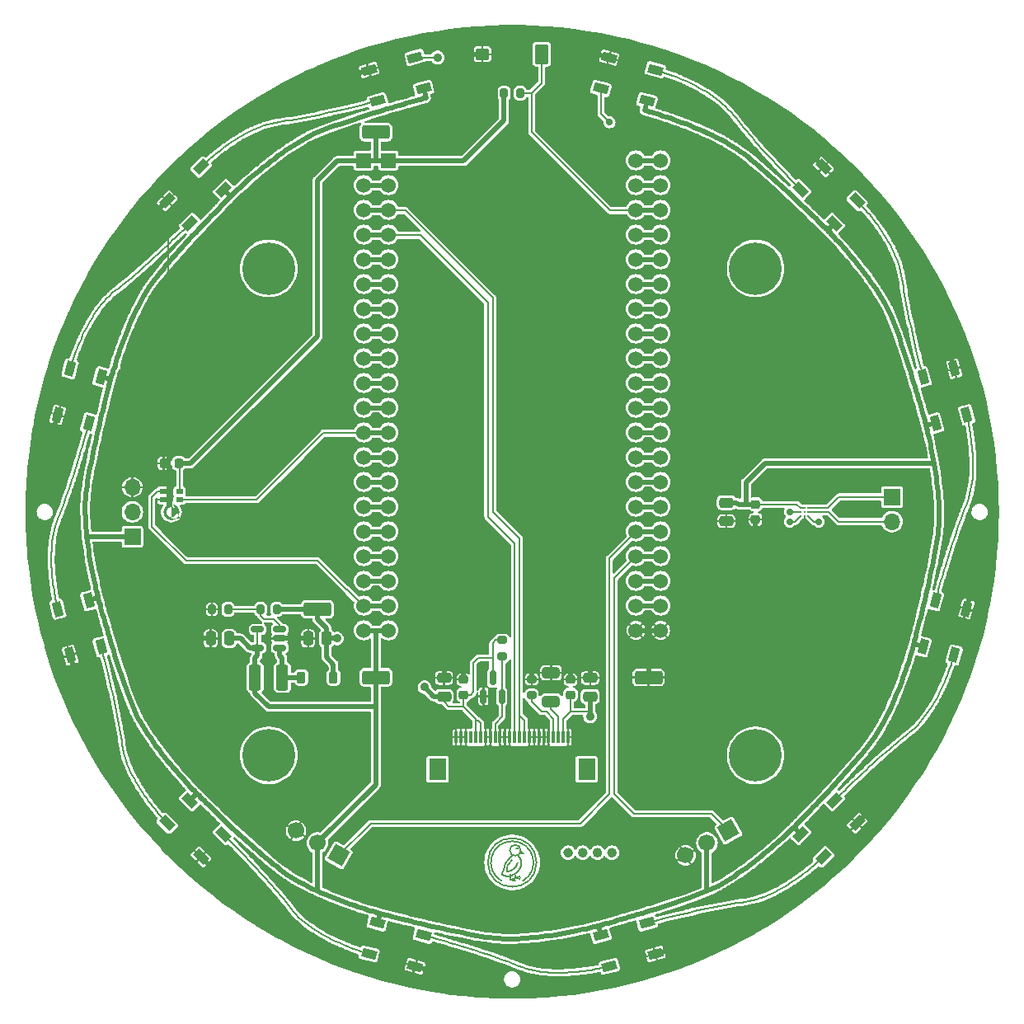
<source format=gbr>
G04 #@! TF.GenerationSoftware,KiCad,Pcbnew,7.0.4-40-g0180cb380f*
G04 #@! TF.CreationDate,2023-07-07T01:52:34-07:00*
G04 #@! TF.ProjectId,RobotOwl,526f626f-744f-4776-9c2e-6b696361645f,rev?*
G04 #@! TF.SameCoordinates,Original*
G04 #@! TF.FileFunction,Copper,L1,Top*
G04 #@! TF.FilePolarity,Positive*
%FSLAX46Y46*%
G04 Gerber Fmt 4.6, Leading zero omitted, Abs format (unit mm)*
G04 Created by KiCad (PCBNEW 7.0.4-40-g0180cb380f) date 2023-07-07 01:52:34*
%MOMM*%
%LPD*%
G01*
G04 APERTURE LIST*
G04 Aperture macros list*
%AMRoundRect*
0 Rectangle with rounded corners*
0 $1 Rounding radius*
0 $2 $3 $4 $5 $6 $7 $8 $9 X,Y pos of 4 corners*
0 Add a 4 corners polygon primitive as box body*
4,1,4,$2,$3,$4,$5,$6,$7,$8,$9,$2,$3,0*
0 Add four circle primitives for the rounded corners*
1,1,$1+$1,$2,$3*
1,1,$1+$1,$4,$5*
1,1,$1+$1,$6,$7*
1,1,$1+$1,$8,$9*
0 Add four rect primitives between the rounded corners*
20,1,$1+$1,$2,$3,$4,$5,0*
20,1,$1+$1,$4,$5,$6,$7,0*
20,1,$1+$1,$6,$7,$8,$9,0*
20,1,$1+$1,$8,$9,$2,$3,0*%
%AMHorizOval*
0 Thick line with rounded ends*
0 $1 width*
0 $2 $3 position (X,Y) of the first rounded end (center of the circle)*
0 $4 $5 position (X,Y) of the second rounded end (center of the circle)*
0 Add line between two ends*
20,1,$1,$2,$3,$4,$5,0*
0 Add two circle primitives to create the rounded ends*
1,1,$1,$2,$3*
1,1,$1,$4,$5*%
%AMRotRect*
0 Rectangle, with rotation*
0 The origin of the aperture is its center*
0 $1 length*
0 $2 width*
0 $3 Rotation angle, in degrees counterclockwise*
0 Add horizontal line*
21,1,$1,$2,0,0,$3*%
%AMFreePoly0*
4,1,53,0.180798,1.454629,0.352531,1.394537,0.506585,1.297738,0.635238,1.169085,0.732037,1.015031,0.792129,0.843298,0.812500,0.662500,0.792129,0.481702,0.732037,0.309969,0.635238,0.155915,0.506585,0.027262,0.352531,-0.069537,0.180798,-0.129629,0.000000,-0.150000,-0.180798,-0.129629,-0.352531,-0.069537,-0.506585,0.027262,-0.635238,0.155915,-0.732037,0.309969,-0.792129,0.481702,
-0.812500,0.662500,-0.517770,0.662500,-0.496797,0.516627,-0.435576,0.382572,-0.339067,0.271196,-0.215089,0.191520,-0.073686,0.150000,0.073686,0.150000,0.215089,0.191520,0.339067,0.271196,0.435576,0.382572,0.496797,0.516627,0.517770,0.662500,0.496797,0.808373,0.435576,0.942428,0.339067,1.053804,0.215089,1.133480,0.073686,1.175000,-0.073686,1.175000,-0.215089,1.133480,
-0.339067,1.053804,-0.435576,0.942428,-0.496797,0.808373,-0.517770,0.662500,-0.812500,0.662500,-0.792129,0.843298,-0.732037,1.015031,-0.635238,1.169085,-0.506585,1.297738,-0.352531,1.394537,-0.180798,1.454629,0.000000,1.475000,0.180798,1.454629,0.180798,1.454629,$1*%
G04 Aperture macros list end*
G04 #@! TA.AperFunction,EtchedComponent*
%ADD10C,0.500000*%
G04 #@! TD*
G04 #@! TA.AperFunction,EtchedComponent*
%ADD11C,0.200000*%
G04 #@! TD*
G04 #@! TA.AperFunction,EtchedComponent*
%ADD12C,0.160000*%
G04 #@! TD*
G04 #@! TA.AperFunction,SMDPad,CuDef*
%ADD13RotRect,1.500000X0.900000X75.000000*%
G04 #@! TD*
G04 #@! TA.AperFunction,SMDPad,CuDef*
%ADD14RoundRect,0.200000X0.200000X0.275000X-0.200000X0.275000X-0.200000X-0.275000X0.200000X-0.275000X0*%
G04 #@! TD*
G04 #@! TA.AperFunction,SMDPad,CuDef*
%ADD15RoundRect,0.250000X-0.375000X-1.075000X0.375000X-1.075000X0.375000X1.075000X-0.375000X1.075000X0*%
G04 #@! TD*
G04 #@! TA.AperFunction,SMDPad,CuDef*
%ADD16RoundRect,0.250000X-1.175000X-0.450000X1.175000X-0.450000X1.175000X0.450000X-1.175000X0.450000X0*%
G04 #@! TD*
G04 #@! TA.AperFunction,SMDPad,CuDef*
%ADD17RoundRect,0.200000X-0.275000X0.200000X-0.275000X-0.200000X0.275000X-0.200000X0.275000X0.200000X0*%
G04 #@! TD*
G04 #@! TA.AperFunction,SMDPad,CuDef*
%ADD18RoundRect,0.250000X0.650000X-0.325000X0.650000X0.325000X-0.650000X0.325000X-0.650000X-0.325000X0*%
G04 #@! TD*
G04 #@! TA.AperFunction,SMDPad,CuDef*
%ADD19RotRect,1.500000X0.900000X255.000000*%
G04 #@! TD*
G04 #@! TA.AperFunction,SMDPad,CuDef*
%ADD20RoundRect,0.200000X-0.200000X-0.275000X0.200000X-0.275000X0.200000X0.275000X-0.200000X0.275000X0*%
G04 #@! TD*
G04 #@! TA.AperFunction,SMDPad,CuDef*
%ADD21RoundRect,0.225000X0.225000X0.375000X-0.225000X0.375000X-0.225000X-0.375000X0.225000X-0.375000X0*%
G04 #@! TD*
G04 #@! TA.AperFunction,ComponentPad*
%ADD22RotRect,1.700000X1.700000X300.000000*%
G04 #@! TD*
G04 #@! TA.AperFunction,ComponentPad*
%ADD23HorizOval,1.700000X0.000000X0.000000X0.000000X0.000000X0*%
G04 #@! TD*
G04 #@! TA.AperFunction,SMDPad,CuDef*
%ADD24RoundRect,0.250000X0.475000X-0.250000X0.475000X0.250000X-0.475000X0.250000X-0.475000X-0.250000X0*%
G04 #@! TD*
G04 #@! TA.AperFunction,SMDPad,CuDef*
%ADD25RotRect,1.500000X0.900000X345.000000*%
G04 #@! TD*
G04 #@! TA.AperFunction,SMDPad,CuDef*
%ADD26RoundRect,0.175000X-0.525000X-0.825000X0.525000X-0.825000X0.525000X0.825000X-0.525000X0.825000X0*%
G04 #@! TD*
G04 #@! TA.AperFunction,SMDPad,CuDef*
%ADD27RoundRect,0.150000X-0.550000X-0.450000X0.550000X-0.450000X0.550000X0.450000X-0.550000X0.450000X0*%
G04 #@! TD*
G04 #@! TA.AperFunction,ComponentPad*
%ADD28RotRect,1.700000X1.700000X240.000000*%
G04 #@! TD*
G04 #@! TA.AperFunction,ComponentPad*
%ADD29HorizOval,1.700000X0.000000X0.000000X0.000000X0.000000X0*%
G04 #@! TD*
G04 #@! TA.AperFunction,SMDPad,CuDef*
%ADD30RotRect,1.500000X0.900000X135.000000*%
G04 #@! TD*
G04 #@! TA.AperFunction,SMDPad,CuDef*
%ADD31RotRect,1.500000X0.900000X15.000000*%
G04 #@! TD*
G04 #@! TA.AperFunction,ComponentPad*
%ADD32R,1.524000X1.524000*%
G04 #@! TD*
G04 #@! TA.AperFunction,ComponentPad*
%ADD33C,1.524000*%
G04 #@! TD*
G04 #@! TA.AperFunction,SMDPad,CuDef*
%ADD34RoundRect,0.225000X0.225000X0.250000X-0.225000X0.250000X-0.225000X-0.250000X0.225000X-0.250000X0*%
G04 #@! TD*
G04 #@! TA.AperFunction,ComponentPad*
%ADD35C,0.800000*%
G04 #@! TD*
G04 #@! TA.AperFunction,ComponentPad*
%ADD36C,5.400000*%
G04 #@! TD*
G04 #@! TA.AperFunction,SMDPad,CuDef*
%ADD37RotRect,1.500000X0.900000X45.000000*%
G04 #@! TD*
G04 #@! TA.AperFunction,SMDPad,CuDef*
%ADD38RoundRect,0.150000X0.150000X-0.587500X0.150000X0.587500X-0.150000X0.587500X-0.150000X-0.587500X0*%
G04 #@! TD*
G04 #@! TA.AperFunction,SMDPad,CuDef*
%ADD39RotRect,1.500000X0.900000X225.000000*%
G04 #@! TD*
G04 #@! TA.AperFunction,SMDPad,CuDef*
%ADD40R,1.800000X2.200000*%
G04 #@! TD*
G04 #@! TA.AperFunction,SMDPad,CuDef*
%ADD41R,0.300000X1.300000*%
G04 #@! TD*
G04 #@! TA.AperFunction,SMDPad,CuDef*
%ADD42RotRect,1.500000X0.900000X195.000000*%
G04 #@! TD*
G04 #@! TA.AperFunction,SMDPad,CuDef*
%ADD43RoundRect,0.150000X0.512500X0.150000X-0.512500X0.150000X-0.512500X-0.150000X0.512500X-0.150000X0*%
G04 #@! TD*
G04 #@! TA.AperFunction,SMDPad,CuDef*
%ADD44RotRect,1.500000X0.900000X285.000000*%
G04 #@! TD*
G04 #@! TA.AperFunction,SMDPad,CuDef*
%ADD45RoundRect,0.250000X0.250000X0.475000X-0.250000X0.475000X-0.250000X-0.475000X0.250000X-0.475000X0*%
G04 #@! TD*
G04 #@! TA.AperFunction,SMDPad,CuDef*
%ADD46RoundRect,0.250000X-0.475000X0.250000X-0.475000X-0.250000X0.475000X-0.250000X0.475000X0.250000X0*%
G04 #@! TD*
G04 #@! TA.AperFunction,SMDPad,CuDef*
%ADD47RoundRect,0.225000X-0.250000X0.225000X-0.250000X-0.225000X0.250000X-0.225000X0.250000X0.225000X0*%
G04 #@! TD*
G04 #@! TA.AperFunction,SMDPad,CuDef*
%ADD48RotRect,1.500000X0.900000X105.000000*%
G04 #@! TD*
G04 #@! TA.AperFunction,SMDPad,CuDef*
%ADD49C,0.250000*%
G04 #@! TD*
G04 #@! TA.AperFunction,SMDPad,CuDef*
%ADD50RoundRect,0.225000X0.250000X-0.225000X0.250000X0.225000X-0.250000X0.225000X-0.250000X-0.225000X0*%
G04 #@! TD*
G04 #@! TA.AperFunction,SMDPad,CuDef*
%ADD51RotRect,1.500000X0.900000X315.000000*%
G04 #@! TD*
G04 #@! TA.AperFunction,ComponentPad*
%ADD52R,1.700000X1.700000*%
G04 #@! TD*
G04 #@! TA.AperFunction,ComponentPad*
%ADD53O,1.700000X1.700000*%
G04 #@! TD*
G04 #@! TA.AperFunction,SMDPad,CuDef*
%ADD54RotRect,1.500000X0.900000X165.000000*%
G04 #@! TD*
G04 #@! TA.AperFunction,SMDPad,CuDef*
%ADD55RoundRect,0.200000X0.275000X-0.200000X0.275000X0.200000X-0.275000X0.200000X-0.275000X-0.200000X0*%
G04 #@! TD*
G04 #@! TA.AperFunction,SMDPad,CuDef*
%ADD56R,0.725000X0.522000*%
G04 #@! TD*
G04 #@! TA.AperFunction,SMDPad,CuDef*
%ADD57FreePoly0,0.000000*%
G04 #@! TD*
G04 #@! TA.AperFunction,ViaPad*
%ADD58C,0.900000*%
G04 #@! TD*
G04 #@! TA.AperFunction,ViaPad*
%ADD59C,0.700000*%
G04 #@! TD*
G04 #@! TA.AperFunction,Conductor*
%ADD60C,0.200000*%
G04 #@! TD*
G04 #@! TA.AperFunction,Conductor*
%ADD61C,0.500000*%
G04 #@! TD*
G04 #@! TA.AperFunction,Conductor*
%ADD62C,0.150000*%
G04 #@! TD*
G04 APERTURE END LIST*
D10*
X156000000Y-135000000D02*
G75*
G03*
X156000000Y-135000000I-250000J0D01*
G01*
X157500000Y-135000000D02*
G75*
G03*
X157500000Y-135000000I-250000J0D01*
G01*
X159000000Y-135000000D02*
G75*
G03*
X159000000Y-135000000I-250000J0D01*
G01*
X160500000Y-135000000D02*
G75*
G03*
X160500000Y-135000000I-250000J0D01*
G01*
D11*
X150875000Y-134750000D02*
G75*
G03*
X150875000Y-134750000I-562500J0D01*
G01*
X152500000Y-136000000D02*
G75*
G03*
X152500000Y-136000000I-2500000J0D01*
G01*
D12*
X150763205Y-135086557D02*
G75*
G03*
X151178844Y-135108703I239175J577407D01*
G01*
X150869176Y-134830715D02*
G75*
G03*
X151178836Y-135108849I548644J299385D01*
G01*
X150820058Y-137561450D02*
G75*
G03*
X150820058Y-137686450I2J-62500D01*
G01*
X150820058Y-137436450D02*
G75*
G03*
X150820058Y-137561450I2J-62500D01*
G01*
X150320057Y-137561451D02*
G75*
G03*
X150819911Y-137686455I468623J812001D01*
G01*
X149426188Y-136957554D02*
G75*
G03*
X150575946Y-136000734I-65790J1248266D01*
G01*
X150620740Y-134592648D02*
G75*
G03*
X150379260Y-134592648I-120740J-32352D01*
G01*
X150820058Y-137436449D02*
G75*
G03*
X150320186Y-137561377I-31368J-937011D01*
G01*
X150286757Y-137768905D02*
G75*
G03*
X150286757Y-137893905I0J-62500D01*
G01*
X150286757Y-137643905D02*
G75*
G03*
X150286757Y-137768905I0J-62500D01*
G01*
X149786757Y-137768904D02*
G75*
G03*
X150286610Y-137893910I468620J811977D01*
G01*
D11*
X149696494Y-135608539D02*
G75*
G03*
X150031250Y-135237139I-742367J1005685D01*
G01*
D12*
X150286757Y-137643905D02*
G75*
G03*
X149786885Y-137768832I-31377J-936985D01*
G01*
X149986604Y-135756932D02*
G75*
G03*
X149426163Y-136957346I680309J-1048653D01*
G01*
D11*
X148927802Y-137250000D02*
G75*
G03*
X149190635Y-136547562I-985385J769097D01*
G01*
X149696494Y-135608540D02*
G75*
G03*
X149190635Y-136547561I742356J-1005680D01*
G01*
X151093748Y-137894429D02*
G75*
G03*
X148906250Y-137894428I-1093748J1894429D01*
G01*
X150937407Y-136022451D02*
X150895035Y-135725950D01*
X150902531Y-136329667D02*
X150937407Y-136022451D01*
X150895035Y-135725950D02*
X150778054Y-135458630D01*
X150792579Y-136628467D02*
X150902531Y-136329667D01*
X150778054Y-135458630D02*
X150593750Y-135237139D01*
X150614398Y-136900241D02*
X150792579Y-136628467D01*
X150382558Y-137561450D02*
X150273702Y-137202597D01*
X150379085Y-137128065D02*
X150614398Y-136900241D01*
X150101295Y-137297751D02*
X150379085Y-137128065D01*
X149849257Y-137768905D02*
X149800000Y-137395710D01*
X149800000Y-137395710D02*
X149787996Y-137146914D01*
X149798327Y-137398730D02*
X150101295Y-137297751D01*
X149489050Y-137424715D02*
X149798327Y-137398730D01*
X149192723Y-137374087D02*
X149489050Y-137424715D01*
X148927802Y-137250000D02*
X149192723Y-137374087D01*
D13*
X192205116Y-113845467D03*
X195392671Y-114699570D03*
X196660884Y-109966533D03*
X193473329Y-109112430D03*
D14*
X125825000Y-110000000D03*
X124175000Y-110000000D03*
X120825000Y-110000000D03*
X119175000Y-110000000D03*
D15*
X123600000Y-117000000D03*
X126400000Y-117000000D03*
D16*
X130000000Y-110000000D03*
D17*
X149000000Y-113175000D03*
X149000000Y-114825000D03*
D18*
X154000000Y-119475000D03*
X154000000Y-116525000D03*
D19*
X107794884Y-86154533D03*
X104607329Y-85300430D03*
X103339116Y-90033467D03*
X106526671Y-90887570D03*
D20*
X149175000Y-57000000D03*
X150825000Y-57000000D03*
D21*
X131650000Y-117000000D03*
X128350000Y-117000000D03*
D22*
X172199705Y-132730000D03*
D23*
X170000000Y-134000000D03*
X167800296Y-135270000D03*
D24*
X143000000Y-117050000D03*
X143000000Y-118950000D03*
D25*
X136154533Y-142205116D03*
X135300430Y-145392671D03*
X140033467Y-146660884D03*
X140887570Y-143473329D03*
D26*
X153050000Y-53000000D03*
D27*
X146950000Y-53000000D03*
D16*
X164000000Y-117000000D03*
D28*
X132199705Y-135270000D03*
D29*
X130000000Y-134000000D03*
X127800296Y-132730000D03*
D30*
X183092685Y-70372138D03*
X185426138Y-68038685D03*
X181961315Y-64573862D03*
X179627862Y-66907315D03*
D31*
X159112430Y-143473329D03*
X159966533Y-146660884D03*
X164699570Y-145392671D03*
X163845467Y-142205116D03*
D32*
X134760000Y-63902500D03*
X137300000Y-63902500D03*
D33*
X134760000Y-66442500D03*
X137300000Y-66442500D03*
X134760000Y-68982500D03*
X137300000Y-68982500D03*
X134760000Y-71522500D03*
X137300000Y-71522500D03*
X134760000Y-74062500D03*
X137300000Y-74062500D03*
X134760000Y-76602500D03*
X137300000Y-76602500D03*
X134760000Y-79142500D03*
X137300000Y-79142500D03*
X134760000Y-81682500D03*
X137300000Y-81682500D03*
X134760000Y-84222500D03*
X137300000Y-84222500D03*
X134760000Y-86762500D03*
X137300000Y-86762500D03*
X134760000Y-89302500D03*
X137300000Y-89302500D03*
X134760000Y-91842500D03*
X137300000Y-91842500D03*
X134760000Y-94382500D03*
X137300000Y-94382500D03*
X134760000Y-96922500D03*
X137300000Y-96922500D03*
X134760000Y-99462500D03*
X137300000Y-99462500D03*
X134760000Y-102002500D03*
X137300000Y-102002500D03*
X134760000Y-104542500D03*
X137300000Y-104542500D03*
X134760000Y-107082500D03*
X137300000Y-107082500D03*
X134760000Y-109622500D03*
X137300000Y-109622500D03*
X134760000Y-112162500D03*
X137300000Y-112162500D03*
X162700000Y-112162500D03*
X165240000Y-112162500D03*
X162700000Y-109622500D03*
X165240000Y-109622500D03*
X162700000Y-107082500D03*
X165240000Y-107082500D03*
X162700000Y-104542500D03*
X165240000Y-104542500D03*
X162700000Y-102002500D03*
X165240000Y-102002500D03*
X162700000Y-99462500D03*
X165240000Y-99462500D03*
X162700000Y-96922500D03*
X165240000Y-96922500D03*
X162700000Y-94382500D03*
X165240000Y-94382500D03*
X162700000Y-91842500D03*
X165240000Y-91842500D03*
X162700000Y-89302500D03*
X165240000Y-89302500D03*
X162700000Y-86762500D03*
X165240000Y-86762500D03*
X162700000Y-84222500D03*
X165240000Y-84222500D03*
X162700000Y-81682500D03*
X165240000Y-81682500D03*
X162700000Y-79142500D03*
X165240000Y-79142500D03*
X162700000Y-76602500D03*
X165240000Y-76602500D03*
X162700000Y-74062500D03*
X165240000Y-74062500D03*
X162700000Y-71522500D03*
X165240000Y-71522500D03*
X162700000Y-68982500D03*
X165240000Y-68982500D03*
X162700000Y-66442500D03*
X165240000Y-66442500D03*
X162700000Y-63902500D03*
X165240000Y-63902500D03*
D34*
X115775000Y-95000000D03*
X114225000Y-95000000D03*
D35*
X122975000Y-125000000D03*
X123568109Y-123568109D03*
X123568109Y-126431891D03*
X125000000Y-122975000D03*
D36*
X125000000Y-125000000D03*
D35*
X125000000Y-127025000D03*
X126431891Y-123568109D03*
X126431891Y-126431891D03*
X127025000Y-125000000D03*
D37*
X179627862Y-133092685D03*
X181961315Y-135426138D03*
X185426138Y-131961315D03*
X183092685Y-129627862D03*
D38*
X147050000Y-118937500D03*
X148950000Y-118937500D03*
X148000000Y-117062500D03*
D39*
X120372138Y-66907315D03*
X118038685Y-64573862D03*
X114573862Y-68038685D03*
X116907315Y-70372138D03*
D35*
X122975000Y-75000000D03*
X123568109Y-73568109D03*
X123568109Y-76431891D03*
X125000000Y-72975000D03*
D36*
X125000000Y-75000000D03*
D35*
X125000000Y-77025000D03*
X126431891Y-73568109D03*
X126431891Y-76431891D03*
X127025000Y-75000000D03*
D40*
X157650000Y-126400000D03*
X142350000Y-126400000D03*
D41*
X155750000Y-123150000D03*
X155250000Y-123150000D03*
X154750000Y-123150000D03*
X154250000Y-123150000D03*
X153750000Y-123150000D03*
X153250000Y-123150000D03*
X152750000Y-123150000D03*
X152250000Y-123150000D03*
X151750000Y-123150000D03*
X151250000Y-123150000D03*
X150750000Y-123150000D03*
X150250000Y-123150000D03*
X149750000Y-123150000D03*
X149250000Y-123150000D03*
X148750000Y-123150000D03*
X148250000Y-123150000D03*
X147750000Y-123150000D03*
X147250000Y-123150000D03*
X146750000Y-123150000D03*
X146250000Y-123150000D03*
X145750000Y-123150000D03*
X145250000Y-123150000D03*
X144750000Y-123150000D03*
X144250000Y-123150000D03*
D42*
X140887570Y-56526671D03*
X140033467Y-53339116D03*
X135300430Y-54607329D03*
X136154533Y-57794884D03*
D43*
X126137500Y-113950000D03*
X126137500Y-113000000D03*
X126137500Y-112050000D03*
X123862500Y-112050000D03*
X123862500Y-113950000D03*
D44*
X106526671Y-109112430D03*
X103339116Y-109966533D03*
X104607329Y-114699570D03*
X107794884Y-113845467D03*
D45*
X120950000Y-113000000D03*
X119050000Y-113000000D03*
D46*
X172000000Y-99050000D03*
X172000000Y-100950000D03*
D45*
X130950000Y-113000000D03*
X129050000Y-113000000D03*
D47*
X175000000Y-99225000D03*
X175000000Y-100775000D03*
D48*
X193473329Y-90887570D03*
X196660884Y-90033467D03*
X195392671Y-85300430D03*
X192205116Y-86154533D03*
D49*
X179600000Y-99600000D03*
X180000000Y-99600000D03*
X180400000Y-99600000D03*
X179600000Y-100000000D03*
X180000000Y-100000000D03*
X180400000Y-100000000D03*
X179600000Y-100400000D03*
X180000000Y-100400000D03*
X180400000Y-100400000D03*
D50*
X156000000Y-118775000D03*
X156000000Y-117225000D03*
D51*
X116907315Y-129627862D03*
X114573862Y-131961315D03*
X118038685Y-135426138D03*
X120372138Y-133092685D03*
D50*
X145000000Y-118775000D03*
X145000000Y-117225000D03*
D35*
X172975000Y-125000000D03*
X173568109Y-123568109D03*
X173568109Y-126431891D03*
X175000000Y-122975000D03*
D36*
X175000000Y-125000000D03*
D35*
X175000000Y-127025000D03*
X176431891Y-123568109D03*
X176431891Y-126431891D03*
X177025000Y-125000000D03*
D16*
X136000000Y-61000000D03*
D52*
X111000000Y-102540000D03*
D53*
X111000000Y-100000000D03*
X111000000Y-97460000D03*
D54*
X163845467Y-57794884D03*
X164699570Y-54607329D03*
X159966533Y-53339116D03*
X159112430Y-56526671D03*
D24*
X158000000Y-118950000D03*
X158000000Y-117050000D03*
D52*
X189000000Y-98460000D03*
D53*
X189000000Y-101000000D03*
D55*
X152000000Y-118825000D03*
X152000000Y-117175000D03*
D35*
X172975000Y-75000000D03*
X173568109Y-73568109D03*
X173568109Y-76431891D03*
X175000000Y-72975000D03*
D36*
X175000000Y-75000000D03*
D35*
X175000000Y-77025000D03*
X176431891Y-73568109D03*
X176431891Y-76431891D03*
X177025000Y-75000000D03*
D16*
X136000000Y-117000000D03*
D56*
X114162500Y-97926000D03*
X114162500Y-98748000D03*
D57*
X115000000Y-100662500D03*
D56*
X115837500Y-98748000D03*
X115837500Y-97926000D03*
D58*
X155750000Y-124950000D03*
X145000000Y-53000000D03*
X158000000Y-116000000D03*
X194875000Y-83369000D03*
X119453000Y-136840000D03*
X102822000Y-91966000D03*
X128000000Y-113000000D03*
X145000000Y-116000000D03*
X146750000Y-124950000D03*
X152750000Y-124950000D03*
X113160000Y-69453000D03*
X186840000Y-130547000D03*
X141966000Y-147178000D03*
X118000000Y-113000000D03*
X152000000Y-116000000D03*
X156000000Y-116000000D03*
X144750000Y-124950000D03*
X158034000Y-52822000D03*
X166631000Y-144875000D03*
X149500000Y-124950000D03*
X180000000Y-102000000D03*
X175000000Y-102000000D03*
X197178000Y-108034000D03*
X105125000Y-116631000D03*
X118000000Y-110000000D03*
X180547000Y-63160000D03*
X133369000Y-55125000D03*
X143000000Y-116000000D03*
D59*
X160000000Y-60000000D03*
X181500000Y-101000000D03*
X178500000Y-100000000D03*
D58*
X141000000Y-118000000D03*
D59*
X178500000Y-101000000D03*
D58*
X142339116Y-53339116D03*
X158000000Y-121000000D03*
X132000000Y-113000000D03*
D60*
X146500000Y-115000000D02*
X148000000Y-115000000D01*
X148000000Y-115000000D02*
X148000000Y-113500000D01*
X146000000Y-115500000D02*
X146500000Y-115000000D01*
X146000000Y-118500000D02*
X146000000Y-115500000D01*
X145725000Y-118775000D02*
X146000000Y-118500000D01*
X145000000Y-118775000D02*
X145725000Y-118775000D01*
X148000000Y-117062500D02*
X148000000Y-115000000D01*
X146750000Y-121700000D02*
X146750000Y-123150000D01*
X146500000Y-121450000D02*
X146750000Y-121700000D01*
X146250000Y-121450000D02*
X146500000Y-121450000D01*
X146250000Y-121250000D02*
X146250000Y-122450000D01*
X154250000Y-121250000D02*
X154250000Y-123150000D01*
X154750000Y-121000000D02*
X154750000Y-123150000D01*
X155250000Y-121250000D02*
X155250000Y-123150000D01*
X143500000Y-120000000D02*
X145000000Y-120000000D01*
X143000000Y-119500000D02*
X143500000Y-120000000D01*
X150750000Y-102750000D02*
X150750000Y-120900000D01*
X148000000Y-78000000D02*
X148000000Y-100000000D01*
X148000000Y-100000000D02*
X150750000Y-102750000D01*
X139060000Y-69060000D02*
X148000000Y-78000000D01*
X137300000Y-69060000D02*
X139060000Y-69060000D01*
X150250000Y-103250000D02*
X150250000Y-123150000D01*
X147500000Y-100500000D02*
X150250000Y-103250000D01*
X147500000Y-78500000D02*
X147500000Y-100500000D01*
X140600000Y-71600000D02*
X147500000Y-78500000D01*
X137300000Y-71600000D02*
X140600000Y-71600000D01*
X160500000Y-106820000D02*
X162700000Y-104620000D01*
X160500000Y-129000000D02*
X160500000Y-106820000D01*
X162500000Y-131000000D02*
X160500000Y-129000000D01*
X170469705Y-131000000D02*
X162500000Y-131000000D01*
X172199705Y-132730000D02*
X170469705Y-131000000D01*
X157000000Y-132000000D02*
X135469705Y-132000000D01*
X160000000Y-129000000D02*
X157000000Y-132000000D01*
X135469705Y-132000000D02*
X132199705Y-135270000D01*
X160000000Y-104780000D02*
X160000000Y-129000000D01*
X162700000Y-102080000D02*
X160000000Y-104780000D01*
D61*
X137300000Y-76680000D02*
X134760000Y-76680000D01*
X137300000Y-97000000D02*
X134760000Y-97000000D01*
X162700000Y-94460000D02*
X165240000Y-94460000D01*
X137300000Y-66520000D02*
X134760000Y-66520000D01*
X137300000Y-86840000D02*
X134760000Y-86840000D01*
X134760000Y-104620000D02*
X137300000Y-104620000D01*
X134760000Y-99540000D02*
X137300000Y-99540000D01*
X134760000Y-89302500D02*
X137300000Y-89302500D01*
X165240000Y-79220000D02*
X162700000Y-79220000D01*
X137300000Y-102080000D02*
X134760000Y-102080000D01*
X162700000Y-89380000D02*
X165240000Y-89380000D01*
X134760000Y-84300000D02*
X137300000Y-84300000D01*
X162700000Y-81760000D02*
X165240000Y-81760000D01*
X162700000Y-84300000D02*
X165240000Y-84300000D01*
X134760000Y-107082500D02*
X137300000Y-107082500D01*
X162700000Y-107160000D02*
X165240000Y-107160000D01*
X165240000Y-96922500D02*
X162700000Y-96922500D01*
X165240000Y-109622500D02*
X162700000Y-109622500D01*
X137300000Y-74140000D02*
X134760000Y-74140000D01*
X134760000Y-94460000D02*
X137300000Y-94460000D01*
X165240000Y-86840000D02*
X162700000Y-86840000D01*
X134760000Y-79220000D02*
X137300000Y-79220000D01*
X162700000Y-63980000D02*
X165240000Y-63980000D01*
X137300000Y-81760000D02*
X134760000Y-81760000D01*
X165240000Y-66520000D02*
X162700000Y-66520000D01*
X162700000Y-91842500D02*
X165240000Y-91842500D01*
D60*
X180000000Y-100400000D02*
X180000000Y-102000000D01*
X151750000Y-123350000D02*
X151750000Y-124450000D01*
D61*
X181961000Y-64574000D02*
X180547000Y-63160000D01*
D60*
X144750000Y-124700000D02*
X144500000Y-124700000D01*
D61*
X126137500Y-113000000D02*
X128000000Y-113000000D01*
X185426000Y-131961000D02*
X186840000Y-130547000D01*
D60*
X152250000Y-123350000D02*
X152250000Y-124700000D01*
X153750000Y-123350000D02*
X153750000Y-124450000D01*
D61*
X143000000Y-117050000D02*
X143000000Y-116000000D01*
D60*
X147750000Y-123150000D02*
X147750000Y-124700000D01*
X115000000Y-98748000D02*
X115000000Y-99396000D01*
D61*
X140034000Y-146660000D02*
X141966000Y-147178000D01*
D60*
X146000000Y-124700000D02*
X146750000Y-124700000D01*
X145250000Y-124700000D02*
X144750000Y-124700000D01*
D61*
X164000000Y-112240000D02*
X165240000Y-112240000D01*
X164699000Y-145392000D02*
X166631000Y-144875000D01*
X104608000Y-114699000D02*
X105125000Y-116631000D01*
X114574000Y-68039000D02*
X113160000Y-69453000D01*
D60*
X152750000Y-124700000D02*
X153250000Y-124700000D01*
X155750000Y-123350000D02*
X155750000Y-124950000D01*
X147750000Y-124700000D02*
X148750000Y-124700000D01*
X147250000Y-124700000D02*
X146000000Y-124700000D01*
X149750000Y-124450000D02*
X149500000Y-124700000D01*
X115000000Y-96748000D02*
X115000000Y-98748000D01*
X149250000Y-124700000D02*
X149500000Y-124950000D01*
D61*
X196660000Y-109966000D02*
X197178000Y-108034000D01*
X103340000Y-90034000D02*
X102822000Y-91966000D01*
D60*
X148750000Y-124700000D02*
X149250000Y-124700000D01*
X114225000Y-95973000D02*
X115000000Y-96748000D01*
X144250000Y-124450000D02*
X144250000Y-123350000D01*
D61*
X156000000Y-117225000D02*
X156000000Y-116000000D01*
X135301000Y-54608000D02*
X133369000Y-55125000D01*
D60*
X148750000Y-123150000D02*
X148750000Y-124700000D01*
D61*
X128000000Y-113000000D02*
X129050000Y-113000000D01*
X145000000Y-117225000D02*
X145000000Y-116000000D01*
D60*
X145250000Y-123350000D02*
X145250000Y-124700000D01*
D61*
X159966000Y-53340000D02*
X158034000Y-52822000D01*
D60*
X149750000Y-123350000D02*
X149750000Y-124450000D01*
D61*
X162700000Y-112240000D02*
X164000000Y-112240000D01*
X146950000Y-53000000D02*
X145000000Y-53000000D01*
D60*
X119175000Y-110000000D02*
X118000000Y-110000000D01*
X144750000Y-123350000D02*
X144750000Y-124700000D01*
X153500000Y-124700000D02*
X153250000Y-124700000D01*
X152250000Y-124700000D02*
X152750000Y-124700000D01*
D61*
X175000000Y-100775000D02*
X175000000Y-102000000D01*
D60*
X115000000Y-98748000D02*
X114162500Y-98748000D01*
X149250000Y-123350000D02*
X149250000Y-124700000D01*
X149500000Y-124700000D02*
X149500000Y-124950000D01*
D61*
X118039000Y-135426000D02*
X119453000Y-136840000D01*
D60*
X146000000Y-124700000D02*
X145250000Y-124700000D01*
D61*
X164000000Y-117000000D02*
X164000000Y-112240000D01*
D60*
X151750000Y-124450000D02*
X152000000Y-124700000D01*
X152000000Y-124700000D02*
X152250000Y-124700000D01*
D61*
X195392000Y-85301000D02*
X194875000Y-83369000D01*
X118000000Y-113000000D02*
X118000000Y-110000000D01*
D60*
X144500000Y-124700000D02*
X144250000Y-124450000D01*
D61*
X119050000Y-113000000D02*
X118000000Y-113000000D01*
D60*
X153750000Y-124450000D02*
X153500000Y-124700000D01*
X147250000Y-124700000D02*
X147750000Y-124700000D01*
X146750000Y-124700000D02*
X146750000Y-124950000D01*
D61*
X158000000Y-117050000D02*
X158000000Y-116000000D01*
X152000000Y-117175000D02*
X152000000Y-116000000D01*
D60*
X152750000Y-123350000D02*
X152750000Y-124700000D01*
X114225000Y-95000000D02*
X114225000Y-95973000D01*
X152750000Y-124700000D02*
X152750000Y-124950000D01*
X153250000Y-123350000D02*
X153250000Y-124700000D01*
X144750000Y-124700000D02*
X144750000Y-124950000D01*
X147250000Y-123350000D02*
X147250000Y-124700000D01*
D61*
X156567000Y-143033000D02*
X156182000Y-143110000D01*
X140925000Y-142364000D02*
X140459000Y-142254000D01*
X170000000Y-138900000D02*
X170000000Y-134000000D01*
X109047000Y-85432000D02*
X109132000Y-85155000D01*
X173093000Y-62740000D02*
X173467000Y-63000000D01*
X192298000Y-90385000D02*
X192360000Y-90608000D01*
X108668000Y-86765000D02*
X108708000Y-86614000D01*
X123600000Y-118600000D02*
X123600000Y-117000000D01*
X175200000Y-135668000D02*
X174821000Y-135965000D01*
X178856000Y-132449000D02*
X178777000Y-132527000D01*
X189988000Y-82796000D02*
X190152000Y-83282000D01*
X106413000Y-96843000D02*
X106493000Y-96374000D01*
X118580000Y-129872000D02*
X118366000Y-129663000D01*
X128027000Y-62059000D02*
X128446000Y-61814000D01*
X112864000Y-123221000D02*
X112586000Y-122808000D01*
X163323000Y-141226000D02*
X162865000Y-141364000D01*
X117173000Y-71682000D02*
X117514000Y-71316000D01*
X180652000Y-69383000D02*
X180927000Y-69649000D01*
X188890000Y-120098000D02*
X188678000Y-120550000D01*
X178904000Y-132402000D02*
X178856000Y-132449000D01*
X164845000Y-59132000D02*
X165149000Y-59227000D01*
X127609000Y-62317000D02*
X128027000Y-62059000D01*
X120128000Y-68580000D02*
X120337000Y-68366000D01*
X179726000Y-68496000D02*
X180050000Y-68804000D01*
X108561000Y-87178000D02*
X108619000Y-86953000D01*
X136677000Y-58774000D02*
X137135000Y-58636000D01*
X134171000Y-140551000D02*
X133799000Y-140425000D01*
X136000000Y-117000000D02*
X136000000Y-128000000D01*
X133282000Y-59848000D02*
X133772000Y-59686000D01*
X166718000Y-140152000D02*
X166228000Y-140314000D01*
X126179000Y-136735000D02*
X125831000Y-136459000D01*
X136953000Y-141381000D02*
X136765000Y-141332000D01*
X115757000Y-126909000D02*
X115486000Y-126597000D01*
X119649000Y-69073000D02*
X119898000Y-68816000D01*
X192530000Y-91235000D02*
X192557000Y-91342000D01*
X110674000Y-119059000D02*
X110508000Y-118613000D01*
X135894000Y-141091000D02*
X135679000Y-141028000D01*
X114332000Y-125200000D02*
X114035000Y-124821000D01*
X114035000Y-124821000D02*
X113737000Y-124432000D01*
X119641000Y-130899000D02*
X119348000Y-130617000D01*
X107959000Y-89574000D02*
X108061000Y-89158000D01*
X137580000Y-58505000D02*
X138009000Y-58379000D01*
X112000000Y-78128000D02*
X112241000Y-77707000D01*
X114628000Y-125569000D02*
X114332000Y-125200000D01*
X192254000Y-109541000D02*
X192146000Y-109992000D01*
X169059000Y-139326000D02*
X168613000Y-139492000D01*
X156930000Y-142957000D02*
X156567000Y-143033000D01*
X191185000Y-113780000D02*
X191144000Y-113925000D01*
X153513000Y-143558000D02*
X153027000Y-143621000D01*
X121062000Y-67631000D02*
X121079000Y-67615000D01*
X127707000Y-137759000D02*
X127299000Y-137513000D01*
X191939000Y-110842000D02*
X191841000Y-111236000D01*
X112586000Y-122808000D02*
X112317000Y-122391000D01*
X107588000Y-109204000D02*
X107547000Y-109054000D01*
X167204000Y-139988000D02*
X166718000Y-140152000D01*
X166201000Y-59575000D02*
X166591000Y-59710000D01*
X136391000Y-141233000D02*
X136326000Y-141215000D01*
X186263000Y-75568000D02*
X186558000Y-75965000D01*
X163925000Y-58856000D02*
X164106000Y-58909000D01*
X120823000Y-67872000D02*
X120933000Y-67762000D01*
X193266000Y-94647000D02*
X193343000Y-95088000D01*
X174894000Y-64135000D02*
X175268000Y-64450000D01*
X164270000Y-140937000D02*
X163792000Y-141084000D01*
X108972000Y-85679000D02*
X109047000Y-85432000D01*
X113831000Y-75472000D02*
X114135000Y-75106000D01*
X137726000Y-141580000D02*
X137436000Y-141506000D01*
X179872000Y-131420000D02*
X179663000Y-131634000D01*
X137436000Y-141506000D02*
X137178000Y-141439000D01*
X109848000Y-116718000D02*
X109686000Y-116228000D01*
X133799000Y-140425000D02*
X133409000Y-140290000D01*
X188233000Y-121439000D02*
X188000000Y-121872000D01*
X140385000Y-57702000D02*
X140608000Y-57640000D01*
X110008000Y-82583000D02*
X110170000Y-82151000D01*
X144403000Y-143132000D02*
X143897000Y-143027000D01*
X121682000Y-132827000D02*
X121316000Y-132486000D01*
X180927000Y-69649000D02*
X181184000Y-69898000D01*
X106527000Y-109112000D02*
X107493000Y-108853000D01*
X192513000Y-91169000D02*
X192530000Y-91235000D01*
X125965000Y-63442000D02*
X126369000Y-63150000D01*
X174000000Y-99225000D02*
X175000000Y-99225000D01*
X119101000Y-69641000D02*
X119383000Y-69348000D01*
X193132000Y-105597000D02*
X193027000Y-106103000D01*
X122100000Y-113000000D02*
X120950000Y-113000000D01*
X133409000Y-140290000D02*
X133003000Y-140146000D01*
X191621000Y-88009000D02*
X191741000Y-88420000D01*
X117238000Y-128533000D02*
X117083000Y-128370000D01*
X106153000Y-99573000D02*
X106163000Y-99097000D01*
X176029000Y-65107000D02*
X176414000Y-65445000D01*
X136000000Y-128000000D02*
X130000000Y-134000000D01*
X167849000Y-60170000D02*
X168289000Y-60342000D01*
X136000000Y-117000000D02*
X136000000Y-112240000D01*
X185865000Y-124894000D02*
X185550000Y-125268000D01*
X174000000Y-97000000D02*
X176000000Y-95000000D01*
X113442000Y-124035000D02*
X113150000Y-123631000D01*
X116710000Y-127970000D02*
X116495000Y-127736000D01*
X132583000Y-139992000D02*
X132151000Y-139830000D01*
X145893000Y-143421000D02*
X145402000Y-143330000D01*
X160160000Y-142146000D02*
X159872000Y-142227000D01*
X184893000Y-126029000D02*
X184555000Y-126414000D01*
X170550000Y-61322000D02*
X170998000Y-61541000D01*
X162420000Y-141495000D02*
X161991000Y-141621000D01*
X108159000Y-88764000D02*
X108252000Y-88392000D01*
X130941000Y-60674000D02*
X131387000Y-60508000D01*
X142886000Y-142810000D02*
X142385000Y-142699000D01*
X138009000Y-58379000D02*
X138420000Y-58259000D01*
X136414000Y-141239000D02*
X136391000Y-141233000D01*
X180359000Y-69101000D02*
X180652000Y-69383000D01*
X191233000Y-113609000D02*
X191215000Y-113674000D01*
X176597000Y-134514000D02*
X176269000Y-134793000D01*
X158329000Y-142639000D02*
X158111000Y-142692000D01*
X191959000Y-89179000D02*
X192057000Y-89523000D01*
X184243000Y-73091000D02*
X184514000Y-73403000D01*
X134264000Y-59526000D02*
X134755000Y-59368000D01*
X110522000Y-81264000D02*
X110710000Y-80811000D01*
X189290000Y-119189000D02*
X189094000Y-119643000D01*
X192146000Y-109992000D02*
X192041000Y-110426000D01*
X186459000Y-124169000D02*
X186169000Y-124528000D01*
X185372000Y-74431000D02*
X185668000Y-74800000D01*
X106163000Y-99097000D02*
X106186000Y-98631000D01*
X123600000Y-115000000D02*
X123600000Y-117000000D01*
X168154000Y-139658000D02*
X167683000Y-139823000D01*
X187759000Y-122293000D02*
X187513000Y-122701000D01*
X106812000Y-105777000D02*
X106734000Y-105353000D01*
X113150000Y-123631000D02*
X112864000Y-123221000D01*
X160821000Y-141959000D02*
X160477000Y-142057000D01*
X190146000Y-116997000D02*
X189992000Y-117417000D01*
X122030000Y-66710000D02*
X122264000Y-66495000D01*
X169490000Y-139161000D02*
X169059000Y-139326000D01*
X117872000Y-129177000D02*
X117762000Y-129067000D01*
X170721000Y-138629000D02*
X170310000Y-138823000D01*
X193847000Y-100427000D02*
X193837000Y-100903000D01*
X192692000Y-91889000D02*
X192751000Y-92140000D01*
X108420000Y-87726000D02*
X108494000Y-87436000D01*
X125179000Y-64035000D02*
X125568000Y-63737000D01*
X108636000Y-112865000D02*
X108505000Y-112420000D01*
X179663000Y-131634000D02*
X179476000Y-131824000D01*
X127299000Y-137513000D02*
X126907000Y-137260000D01*
X128863000Y-61584000D02*
X129279000Y-61371000D01*
X140796000Y-57588000D02*
X140946000Y-57547000D01*
X120958000Y-132151000D02*
X120610000Y-131823000D01*
X189094000Y-119643000D02*
X188890000Y-120098000D01*
X130357000Y-139094000D02*
X129902000Y-138890000D01*
X118011000Y-129313000D02*
X117872000Y-129177000D01*
X110342000Y-118154000D02*
X110177000Y-117683000D01*
X179628000Y-133093000D02*
X178921000Y-132385000D01*
X107043000Y-106930000D02*
X106967000Y-106567000D01*
X111177000Y-120310000D02*
X111003000Y-119903000D01*
X193233000Y-105095000D02*
X193132000Y-105597000D01*
X184793000Y-73731000D02*
X185080000Y-74074000D01*
X178938000Y-132369000D02*
X178921000Y-132385000D01*
X193621000Y-96973000D02*
X193678000Y-97464000D01*
X193473000Y-90888000D02*
X192507000Y-91147000D01*
X178533000Y-132762000D02*
X178370000Y-132917000D01*
X192227000Y-90128000D02*
X192298000Y-90385000D01*
X144905000Y-143233000D02*
X144403000Y-143132000D01*
X154457000Y-143418000D02*
X153990000Y-143490000D01*
X149097000Y-143837000D02*
X148631000Y-143814000D01*
X192364000Y-109075000D02*
X192254000Y-109541000D01*
X108379000Y-111991000D02*
X108259000Y-111580000D01*
X168613000Y-139492000D02*
X168154000Y-139658000D01*
X161190000Y-141854000D02*
X160821000Y-141959000D01*
X191364000Y-87135000D02*
X191495000Y-87580000D01*
X121331000Y-67369000D02*
X121467000Y-67238000D01*
X193490000Y-96010000D02*
X193558000Y-96487000D01*
X192412000Y-90796000D02*
X192453000Y-90946000D01*
X190551000Y-115829000D02*
X190425000Y-116201000D01*
X184211000Y-126799000D02*
X183865000Y-127184000D01*
X107773000Y-109872000D02*
X107702000Y-109615000D01*
X115486000Y-126597000D02*
X115207000Y-126269000D01*
X137178000Y-141439000D02*
X136953000Y-141381000D01*
X190474000Y-84264000D02*
X190632000Y-84755000D01*
X182319000Y-71013000D02*
X182369000Y-71062000D01*
X145402000Y-143330000D02*
X144905000Y-143233000D01*
X106156000Y-100058000D02*
X106153000Y-99573000D01*
X159204000Y-142412000D02*
X159054000Y-142453000D01*
X187260000Y-123093000D02*
X187000000Y-123467000D01*
X172701000Y-62487000D02*
X173093000Y-62740000D01*
X188997000Y-80097000D02*
X189161000Y-80510000D01*
X106890000Y-106182000D02*
X106812000Y-105777000D01*
X188823000Y-79690000D02*
X188997000Y-80097000D01*
X117631000Y-128938000D02*
X117615000Y-128921000D01*
X107943000Y-110477000D02*
X107854000Y-110160000D01*
X111371000Y-120721000D02*
X111177000Y-120310000D01*
X110710000Y-80811000D02*
X110906000Y-80357000D01*
X173225000Y-99225000D02*
X174000000Y-99225000D01*
X172391000Y-137683000D02*
X171973000Y-137941000D01*
X110342000Y-81711000D02*
X110522000Y-81264000D01*
X114774000Y-74354000D02*
X115107000Y-73971000D01*
X191580000Y-112274000D02*
X191506000Y-112564000D01*
X116263000Y-127480000D02*
X116016000Y-127204000D01*
X183984000Y-72796000D02*
X184243000Y-73091000D01*
X182762000Y-71467000D02*
X182917000Y-71630000D01*
X108041000Y-110821000D02*
X107943000Y-110477000D01*
X108755000Y-86437000D02*
X108761000Y-86414000D01*
X121818000Y-66907000D02*
X122030000Y-66710000D01*
X107308000Y-108111000D02*
X107249000Y-107860000D01*
X164106000Y-58909000D02*
X164321000Y-58972000D01*
X179476000Y-131824000D02*
X179313000Y-131989000D01*
X125831000Y-136459000D02*
X125472000Y-136169000D01*
X110906000Y-80357000D02*
X111110000Y-79902000D01*
X115445000Y-73586000D02*
X115789000Y-73201000D01*
X193659000Y-102702000D02*
X193587000Y-103157000D01*
X187414000Y-77192000D02*
X187683000Y-77609000D01*
X107854000Y-110160000D02*
X107773000Y-109872000D01*
X153027000Y-143621000D02*
X152536000Y-143678000D01*
X158765000Y-142530000D02*
X158658000Y-142557000D01*
X178987000Y-132319000D02*
X178938000Y-132369000D01*
X107746000Y-90459000D02*
X107854000Y-90008000D01*
X192557000Y-91342000D02*
X192594000Y-91488000D01*
X191215000Y-113674000D02*
X191185000Y-113780000D01*
X178684000Y-67514000D02*
X179042000Y-67849000D01*
X192057000Y-89523000D02*
X192146000Y-89840000D01*
X116495000Y-127736000D02*
X116263000Y-127480000D01*
X189326000Y-80941000D02*
X189492000Y-81387000D01*
X190667000Y-115477000D02*
X190551000Y-115829000D01*
X133772000Y-59686000D02*
X134264000Y-59526000D01*
X133003000Y-140146000D02*
X132583000Y-139992000D01*
X109526000Y-115736000D02*
X109368000Y-115245000D01*
X123091000Y-65757000D02*
X123403000Y-65486000D01*
X163609000Y-58767000D02*
X163674000Y-58785000D01*
X178669000Y-132631000D02*
X178533000Y-132762000D01*
X110170000Y-82151000D02*
X110342000Y-81711000D01*
X115207000Y-126269000D02*
X114920000Y-125926000D01*
X182369000Y-71062000D02*
X182385000Y-71079000D01*
X107443000Y-108658000D02*
X107406000Y-108512000D01*
X126779000Y-62864000D02*
X127192000Y-62586000D01*
X106493000Y-96374000D02*
X106579000Y-95893000D01*
X136000000Y-112240000D02*
X134760000Y-112240000D01*
X185226000Y-125646000D02*
X184893000Y-126029000D01*
X181196000Y-130050000D02*
X180899000Y-130359000D01*
X119348000Y-130617000D02*
X119073000Y-130351000D01*
X193837000Y-100903000D02*
X193814000Y-101369000D01*
X161991000Y-141621000D02*
X161580000Y-141741000D01*
X136437000Y-141245000D02*
X136414000Y-141239000D01*
X115789000Y-73201000D02*
X116135000Y-72816000D01*
X147298000Y-143659000D02*
X146843000Y-143587000D01*
X125568000Y-63737000D02*
X125965000Y-63442000D01*
X185965000Y-75179000D02*
X186263000Y-75568000D01*
X125000000Y-120000000D02*
X123600000Y-118600000D01*
X163586000Y-58761000D02*
X163609000Y-58767000D01*
X108785000Y-86326000D02*
X108815000Y-86220000D01*
X111003000Y-119903000D02*
X110839000Y-119490000D01*
X109449000Y-84171000D02*
X109575000Y-83799000D01*
X188186000Y-78446000D02*
X188416000Y-78863000D01*
X190314000Y-83772000D02*
X190474000Y-84264000D01*
X189161000Y-80510000D02*
X189326000Y-80941000D01*
X130000000Y-134000000D02*
X130000000Y-138792000D01*
X171554000Y-138186000D02*
X171137000Y-138416000D01*
X189830000Y-117849000D02*
X189658000Y-118289000D01*
X192507000Y-91147000D02*
X192513000Y-91169000D01*
X181824000Y-70524000D02*
X181989000Y-70687000D01*
X177566000Y-66482000D02*
X177944000Y-66829000D01*
X192587000Y-108110000D02*
X192476000Y-108598000D01*
X193255000Y-95000000D02*
X193343000Y-95088000D01*
X182128000Y-70823000D02*
X182238000Y-70933000D01*
X107080000Y-93391000D02*
X107190000Y-92886000D01*
X123862500Y-113950000D02*
X123862500Y-114738000D01*
X173050000Y-99050000D02*
X173225000Y-99225000D01*
X106271000Y-102040000D02*
X106229000Y-101542000D01*
X132151000Y-139830000D02*
X131711000Y-139658000D01*
X139179000Y-58041000D02*
X139523000Y-57943000D01*
X176000000Y-95000000D02*
X193255000Y-95000000D01*
X117598000Y-128904000D02*
X117551000Y-128856000D01*
X183737000Y-72520000D02*
X183984000Y-72796000D01*
X187513000Y-122701000D02*
X187260000Y-123093000D01*
X190632000Y-84755000D02*
X190786000Y-85245000D01*
X117514000Y-71316000D02*
X117849000Y-70958000D01*
X106223000Y-98177000D02*
X106276000Y-97738000D01*
X117369000Y-128669000D02*
X117238000Y-128533000D01*
X120687000Y-68011000D02*
X120823000Y-67872000D01*
X168289000Y-60342000D02*
X168736000Y-60522000D01*
X114450000Y-74732000D02*
X114774000Y-74354000D01*
X122056000Y-133171000D02*
X121682000Y-132827000D01*
X189823000Y-82317000D02*
X189988000Y-82796000D01*
X155353000Y-143266000D02*
X154912000Y-143343000D01*
X187136000Y-76779000D02*
X187414000Y-77192000D01*
X139523000Y-57943000D02*
X139840000Y-57854000D01*
X110012000Y-117204000D02*
X109848000Y-116718000D01*
X126907000Y-137260000D02*
X126533000Y-137000000D01*
X166591000Y-59710000D02*
X166997000Y-59854000D01*
X193110000Y-93818000D02*
X193188000Y-94223000D01*
X193330000Y-104598000D02*
X193233000Y-105095000D01*
X129002000Y-138459000D02*
X128561000Y-138233000D01*
X169643000Y-60906000D02*
X170098000Y-61110000D01*
X192360000Y-90608000D02*
X192412000Y-90796000D01*
X138045000Y-141661000D02*
X137726000Y-141580000D01*
X124800000Y-64332000D02*
X125179000Y-64035000D01*
X121096000Y-67598000D02*
X121144000Y-67551000D01*
X121467000Y-67238000D02*
X121630000Y-67083000D01*
X140459000Y-142254000D02*
X140008000Y-142146000D01*
X147738000Y-143724000D02*
X147298000Y-143659000D01*
X112241000Y-77707000D02*
X112487000Y-77299000D01*
X192453000Y-90946000D02*
X192483000Y-91056000D01*
X111541000Y-79002000D02*
X111767000Y-78561000D01*
X140888000Y-56527000D02*
X141147000Y-57493000D01*
X121223000Y-67473000D02*
X121331000Y-67369000D01*
X192483000Y-91056000D02*
X192501000Y-91124000D01*
X135730000Y-59063000D02*
X136208000Y-58916000D01*
X158831000Y-142513000D02*
X158765000Y-142530000D01*
X149573000Y-143847000D02*
X149097000Y-143837000D01*
X139840000Y-57854000D02*
X140128000Y-57773000D01*
X122264000Y-66495000D02*
X122520000Y-66263000D01*
X122520000Y-66263000D02*
X122796000Y-66016000D01*
X176414000Y-65445000D02*
X176799000Y-65789000D01*
X192594000Y-91488000D02*
X192639000Y-91671000D01*
X120524000Y-68176000D02*
X120687000Y-68011000D01*
X107470000Y-108765000D02*
X107443000Y-108658000D01*
X135245000Y-59214000D02*
X135730000Y-59063000D01*
X191854000Y-88810000D02*
X191959000Y-89179000D01*
X182917000Y-71630000D02*
X183093000Y-71818000D01*
X107249000Y-107860000D02*
X107185000Y-107578000D01*
X191841000Y-111236000D02*
X191748000Y-111608000D01*
X108505000Y-112420000D02*
X108379000Y-111991000D01*
X135432000Y-140953000D02*
X135155000Y-140868000D01*
X112317000Y-122391000D02*
X112059000Y-121973000D01*
X125472000Y-136169000D02*
X125106000Y-135865000D01*
X193558000Y-96487000D02*
X193621000Y-96973000D01*
X183171000Y-127944000D02*
X182827000Y-128318000D01*
X107854000Y-90008000D02*
X107959000Y-89574000D01*
X107547000Y-109054000D02*
X107517000Y-108944000D01*
X189992000Y-117417000D02*
X189830000Y-117849000D01*
X183865000Y-127184000D02*
X183518000Y-127566000D01*
X175926000Y-135080000D02*
X175569000Y-135372000D01*
X182631000Y-71331000D02*
X182762000Y-71467000D01*
X174000000Y-99225000D02*
X174000000Y-97000000D01*
X112740000Y-76907000D02*
X113000000Y-76533000D01*
X116907000Y-128182000D02*
X116710000Y-127970000D01*
X118496000Y-70274000D02*
X118804000Y-69950000D01*
X158944000Y-142483000D02*
X158876000Y-142501000D01*
X110839000Y-119490000D02*
X110674000Y-119059000D01*
X129279000Y-61371000D02*
X129690000Y-61177000D01*
X192501000Y-91124000D02*
X192507000Y-91147000D01*
X175646000Y-64774000D02*
X176029000Y-65107000D01*
X108767000Y-86391000D02*
X108785000Y-86326000D01*
X163780000Y-58815000D02*
X163925000Y-58856000D01*
X130510000Y-60839000D02*
X130941000Y-60674000D01*
X107361000Y-108329000D02*
X107308000Y-108111000D01*
X180102000Y-131184000D02*
X179872000Y-131420000D01*
X190152000Y-83282000D02*
X190314000Y-83772000D01*
X191439000Y-112822000D02*
X191381000Y-113047000D01*
X108909000Y-85894000D02*
X108972000Y-85679000D01*
X192639000Y-91671000D02*
X192692000Y-91889000D01*
X177970000Y-133290000D02*
X177736000Y-133505000D01*
X167417000Y-60008000D02*
X167849000Y-60170000D01*
X134755000Y-59368000D02*
X135245000Y-59214000D01*
X192146000Y-89840000D02*
X192227000Y-90128000D01*
X128561000Y-138233000D02*
X128128000Y-138000000D01*
X183093000Y-70372000D02*
X182385000Y-71079000D01*
X169189000Y-60710000D02*
X169643000Y-60906000D01*
X158876000Y-142501000D02*
X158853000Y-142507000D01*
X121630000Y-67083000D02*
X121818000Y-66907000D01*
D60*
X180000000Y-99600000D02*
X179600000Y-99600000D01*
D61*
X106442000Y-103513000D02*
X106379000Y-103027000D01*
X176909000Y-134243000D02*
X176597000Y-134514000D01*
X169903000Y-138997000D02*
X170000000Y-138900000D01*
X111814000Y-121554000D02*
X111584000Y-121137000D01*
X126533000Y-137000000D02*
X126179000Y-136735000D01*
X141890000Y-142587000D02*
X141402000Y-142476000D01*
X135155000Y-140868000D02*
X134851000Y-140773000D01*
X107406000Y-108512000D02*
X107361000Y-108329000D01*
X193507000Y-103626000D02*
X193421000Y-104107000D01*
X190786000Y-85245000D02*
X190937000Y-85730000D01*
X179313000Y-131989000D02*
X179177000Y-132128000D01*
X148631000Y-143814000D02*
X148177000Y-143777000D01*
X174528000Y-63831000D02*
X174894000Y-64135000D01*
X179042000Y-67849000D02*
X179390000Y-68177000D01*
X192957000Y-93070000D02*
X193033000Y-93433000D01*
X192041000Y-110426000D02*
X191939000Y-110842000D01*
X138392000Y-141748000D02*
X138045000Y-141661000D01*
X126369000Y-63150000D02*
X126779000Y-62864000D01*
X190953000Y-114568000D02*
X190868000Y-114845000D01*
X183290000Y-72030000D02*
X183505000Y-72264000D01*
X130811000Y-139290000D02*
X130357000Y-139094000D01*
X107116000Y-107267000D02*
X107043000Y-106930000D01*
X134523000Y-140667000D02*
X134171000Y-140551000D01*
X178182000Y-133093000D02*
X177970000Y-133290000D01*
X119383000Y-69348000D02*
X119649000Y-69073000D01*
X191661000Y-111955000D02*
X191580000Y-112274000D01*
X148177000Y-143777000D02*
X147738000Y-143724000D01*
X123971000Y-134893000D02*
X123586000Y-134555000D01*
X185668000Y-74800000D02*
X185965000Y-75179000D01*
X117681000Y-128987000D02*
X117631000Y-128938000D01*
X122434000Y-133518000D02*
X122056000Y-133171000D01*
X192815000Y-92422000D02*
X192884000Y-92733000D01*
X174169000Y-63541000D02*
X174528000Y-63831000D01*
X193729000Y-97960000D02*
X193771000Y-98458000D01*
X191495000Y-87580000D02*
X191621000Y-88009000D01*
X110177000Y-117683000D02*
X110012000Y-117204000D01*
X165829000Y-59449000D02*
X166201000Y-59575000D01*
X159054000Y-142453000D02*
X158944000Y-142483000D01*
X182402000Y-71096000D02*
X182449000Y-71144000D01*
X110508000Y-118613000D02*
X110342000Y-118154000D01*
X151542000Y-143771000D02*
X151045000Y-143806000D01*
X190868000Y-114845000D02*
X190773000Y-115149000D01*
X174821000Y-135965000D02*
X174432000Y-136263000D01*
X170310000Y-138823000D02*
X169903000Y-138997000D01*
X116907000Y-129628000D02*
X117615000Y-128921000D01*
X152040000Y-143729000D02*
X151542000Y-143771000D01*
X132317000Y-60177000D02*
X132796000Y-60012000D01*
X121079000Y-67615000D02*
X121096000Y-67598000D01*
X185080000Y-74074000D02*
X185372000Y-74431000D01*
X137300000Y-112240000D02*
X136000000Y-112240000D01*
X146374000Y-143507000D02*
X145893000Y-143421000D01*
X124074000Y-64920000D02*
X124431000Y-64628000D01*
X118366000Y-129663000D02*
X118176000Y-129476000D01*
X121316000Y-132486000D02*
X120958000Y-132151000D01*
X190773000Y-115149000D02*
X190667000Y-115477000D01*
X138810000Y-58146000D02*
X139179000Y-58041000D01*
X120274000Y-131504000D02*
X119950000Y-131196000D01*
X181634000Y-70337000D02*
X181824000Y-70524000D01*
X176799000Y-65789000D02*
X177184000Y-66135000D01*
X136155000Y-142205000D02*
X136414000Y-141239000D01*
X121144000Y-67551000D02*
X121223000Y-67473000D01*
X192884000Y-92733000D02*
X192957000Y-93070000D01*
X193814000Y-101369000D02*
X193777000Y-101823000D01*
X106734000Y-105353000D02*
X106657000Y-104912000D01*
X107493000Y-108853000D02*
X107487000Y-108831000D01*
X157267000Y-142884000D02*
X156930000Y-142957000D01*
X106341000Y-97298000D02*
X106413000Y-96843000D01*
X189478000Y-118736000D02*
X189290000Y-119189000D01*
X182827000Y-128318000D02*
X182486000Y-128684000D01*
X193033000Y-93433000D02*
X193110000Y-93818000D01*
X170098000Y-61110000D02*
X170550000Y-61322000D01*
X166228000Y-140314000D02*
X165736000Y-140474000D01*
X117615000Y-128921000D02*
X117598000Y-128904000D01*
X170998000Y-61541000D02*
X171439000Y-61767000D01*
X163792000Y-141084000D02*
X163323000Y-141226000D01*
X182385000Y-71079000D02*
X182402000Y-71096000D01*
X107702000Y-109615000D02*
X107640000Y-109392000D01*
X164755000Y-140786000D02*
X164270000Y-140937000D01*
X181823000Y-129390000D02*
X181504000Y-129726000D01*
X191292000Y-113386000D02*
X191263000Y-113496000D01*
X142385000Y-142699000D02*
X141890000Y-142587000D01*
X180617000Y-130652000D02*
X180351000Y-130927000D01*
X173221000Y-137136000D02*
X172808000Y-137414000D01*
X192920000Y-106609000D02*
X192810000Y-107114000D01*
D60*
X179225000Y-99225000D02*
X175000000Y-99225000D01*
D61*
X191506000Y-112564000D02*
X191439000Y-112822000D01*
X192699000Y-107615000D02*
X192587000Y-108110000D01*
X113541000Y-75831000D02*
X113831000Y-75472000D01*
X117849000Y-70958000D02*
X118177000Y-70610000D01*
X158658000Y-142557000D02*
X158512000Y-142594000D01*
X193678000Y-97464000D02*
X193729000Y-97960000D01*
X106510000Y-103990000D02*
X106442000Y-103513000D01*
X193771000Y-98458000D02*
X193806000Y-98955000D01*
X188629000Y-79279000D02*
X188823000Y-79690000D01*
X107413000Y-91890000D02*
X107524000Y-91402000D01*
X131846000Y-60342000D02*
X132317000Y-60177000D01*
X136220000Y-141185000D02*
X136075000Y-141144000D01*
X160477000Y-142057000D02*
X160160000Y-142146000D01*
X179177000Y-132128000D02*
X179067000Y-132238000D01*
X181420000Y-70128000D02*
X181634000Y-70337000D01*
X107190000Y-92886000D02*
X107301000Y-92385000D01*
X190425000Y-116201000D02*
X190290000Y-116591000D01*
X109854000Y-83003000D02*
X110008000Y-82583000D01*
X175569000Y-135372000D02*
X175200000Y-135668000D01*
X108494000Y-87436000D02*
X108561000Y-87178000D01*
X136504000Y-141263000D02*
X136437000Y-141245000D01*
X120372000Y-66907000D02*
X121079000Y-67615000D01*
X179067000Y-132238000D02*
X178987000Y-132319000D01*
X107499000Y-108876000D02*
X107493000Y-108853000D01*
X111322000Y-79450000D02*
X111541000Y-79002000D01*
X131387000Y-60508000D02*
X131846000Y-60342000D01*
X115107000Y-73971000D02*
X115445000Y-73586000D01*
X112059000Y-121973000D02*
X111814000Y-121554000D01*
X108856000Y-86075000D02*
X108909000Y-85894000D01*
X161580000Y-141741000D02*
X161190000Y-141854000D01*
X140008000Y-142146000D02*
X139574000Y-142041000D01*
X163845000Y-57795000D02*
X163586000Y-58761000D01*
X123862500Y-114738000D02*
X123600000Y-115000000D01*
X127192000Y-62586000D02*
X127609000Y-62317000D01*
X120610000Y-131823000D02*
X120274000Y-131504000D01*
X107795000Y-86155000D02*
X108761000Y-86414000D01*
X106276000Y-97738000D02*
X106341000Y-97298000D01*
X140128000Y-57773000D02*
X140385000Y-57702000D01*
X184514000Y-73403000D02*
X184793000Y-73731000D01*
X109132000Y-85155000D02*
X109227000Y-84851000D01*
X108708000Y-86614000D02*
X108737000Y-86504000D01*
X146843000Y-143587000D02*
X146374000Y-143507000D01*
X173631000Y-136850000D02*
X173221000Y-137136000D01*
X125106000Y-135865000D02*
X124732000Y-135550000D01*
X117762000Y-129067000D02*
X117681000Y-128987000D01*
X178777000Y-132527000D02*
X178669000Y-132631000D01*
X191084000Y-86208000D02*
X191226000Y-86677000D01*
X193830000Y-99451000D02*
X193844000Y-99942000D01*
X107640000Y-109392000D02*
X107588000Y-109204000D01*
X172000000Y-99050000D02*
X173050000Y-99050000D01*
X173467000Y-63000000D02*
X173821000Y-63265000D01*
X141402000Y-142476000D02*
X140925000Y-142364000D01*
X123456300Y-113950000D02*
X123050000Y-113950000D01*
X139574000Y-142041000D02*
X139158000Y-141939000D01*
X108252000Y-88392000D02*
X108339000Y-88045000D01*
X124732000Y-135550000D02*
X124354000Y-135226000D01*
X109575000Y-83799000D02*
X109710000Y-83409000D01*
X119950000Y-131196000D02*
X119641000Y-130899000D01*
X191239000Y-113586000D02*
X191233000Y-113609000D01*
X113737000Y-124432000D02*
X113442000Y-124035000D01*
X123731000Y-65207000D02*
X124074000Y-64920000D01*
X183518000Y-127566000D02*
X183171000Y-127944000D01*
X132796000Y-60012000D02*
X133282000Y-59848000D01*
X117083000Y-128370000D02*
X116907000Y-128182000D01*
X119898000Y-68816000D02*
X120128000Y-68580000D01*
X159615000Y-142298000D02*
X159392000Y-142360000D01*
X108146000Y-111190000D02*
X108041000Y-110821000D01*
X117473000Y-128777000D02*
X117369000Y-128669000D01*
X193343000Y-95088000D02*
X193418000Y-95543000D01*
X107487000Y-108831000D02*
X107470000Y-108765000D01*
X108061000Y-89158000D02*
X108159000Y-88764000D01*
X168736000Y-60522000D02*
X169189000Y-60710000D01*
X123586000Y-134555000D02*
X123201000Y-134211000D01*
X111767000Y-78561000D02*
X112000000Y-78128000D01*
X182449000Y-71144000D02*
X182527000Y-71223000D01*
X193777000Y-101823000D02*
X193724000Y-102262000D01*
X141124000Y-57499000D02*
X141147000Y-57493000D01*
X106229000Y-101542000D02*
X106194000Y-101045000D01*
X171137000Y-138416000D02*
X170721000Y-138629000D01*
X136765000Y-141332000D02*
X136614000Y-141292000D01*
X177944000Y-66829000D02*
X178318000Y-67173000D01*
X164321000Y-58972000D02*
X164568000Y-59047000D01*
X174432000Y-136263000D02*
X174035000Y-136558000D01*
X182238000Y-70933000D02*
X182319000Y-71013000D01*
X178318000Y-67173000D02*
X178684000Y-67514000D01*
X140946000Y-57547000D02*
X141056000Y-57517000D01*
X191332000Y-113235000D02*
X191292000Y-113386000D01*
X186169000Y-124528000D02*
X185865000Y-124894000D01*
X157578000Y-142815000D02*
X157267000Y-142884000D01*
X172293000Y-62241000D02*
X172701000Y-62487000D01*
X135679000Y-141028000D02*
X135432000Y-140953000D01*
X136075000Y-141144000D02*
X135894000Y-141091000D01*
X183505000Y-72264000D02*
X183737000Y-72520000D01*
X192476000Y-108598000D02*
X192364000Y-109075000D01*
X159872000Y-142227000D02*
X159615000Y-142298000D01*
X131711000Y-139658000D02*
X131264000Y-139478000D01*
X159392000Y-142360000D02*
X159204000Y-142412000D01*
X108619000Y-86953000D02*
X108668000Y-86765000D01*
X190290000Y-116591000D02*
X190146000Y-116997000D01*
X193806000Y-98955000D02*
X193830000Y-99451000D01*
X109333000Y-84523000D02*
X109449000Y-84171000D01*
X109710000Y-83409000D02*
X109854000Y-83003000D01*
X111584000Y-121137000D02*
X111371000Y-120721000D01*
X157860000Y-142751000D02*
X157578000Y-142815000D01*
X156182000Y-143110000D02*
X155777000Y-143188000D01*
X108259000Y-111580000D02*
X108146000Y-111190000D01*
X106379000Y-103027000D02*
X106322000Y-102536000D01*
X136614000Y-141292000D02*
X136504000Y-141263000D01*
X186850000Y-76369000D02*
X187136000Y-76779000D01*
X123403000Y-65486000D02*
X123731000Y-65207000D01*
X191091000Y-114106000D02*
X191028000Y-114321000D01*
X175268000Y-64450000D02*
X175646000Y-64774000D01*
X108737000Y-86504000D02*
X108755000Y-86437000D01*
X108339000Y-88045000D02*
X108420000Y-87726000D01*
X177204000Y-133984000D02*
X176909000Y-134243000D01*
X122796000Y-66016000D02*
X123091000Y-65757000D01*
X106322000Y-102536000D02*
X106326000Y-102540000D01*
X150058000Y-143844000D02*
X149573000Y-143847000D01*
X109287000Y-85000000D02*
X109132000Y-85155000D01*
X124431000Y-64628000D02*
X124800000Y-64332000D01*
X136000000Y-120000000D02*
X125000000Y-120000000D01*
X193421000Y-104107000D02*
X193330000Y-104598000D01*
D60*
X123862500Y-113543800D02*
X123862500Y-112050000D01*
D61*
X109214000Y-114755000D02*
X109063000Y-114270000D01*
X106326000Y-102540000D02*
X111000000Y-102540000D01*
X180351000Y-130927000D02*
X180102000Y-131184000D01*
X116482000Y-72434000D02*
X116829000Y-72056000D01*
X191028000Y-114321000D02*
X190953000Y-114568000D01*
X189492000Y-81387000D02*
X189658000Y-81846000D01*
X183093000Y-71818000D02*
X183290000Y-72030000D01*
X177736000Y-133505000D02*
X177480000Y-133737000D01*
X158111000Y-142692000D02*
X157860000Y-142751000D01*
X187000000Y-123467000D02*
X186735000Y-123821000D01*
X171439000Y-61767000D02*
X171872000Y-62000000D01*
X106194000Y-101045000D02*
X106170000Y-100549000D01*
X124354000Y-135226000D02*
X123971000Y-134893000D01*
X106973000Y-93897000D02*
X107080000Y-93391000D01*
X164568000Y-59047000D02*
X164845000Y-59132000D01*
X113000000Y-76533000D02*
X113265000Y-76179000D01*
X139158000Y-141939000D02*
X138764000Y-141841000D01*
X130097000Y-61003000D02*
X130510000Y-60839000D01*
X191144000Y-113925000D02*
X191091000Y-114106000D01*
X109686000Y-116228000D02*
X109526000Y-115736000D01*
X158512000Y-142594000D02*
X158329000Y-142639000D01*
X108916000Y-113792000D02*
X108774000Y-113323000D01*
X106967000Y-106567000D02*
X106890000Y-106182000D01*
X165245000Y-140632000D02*
X164755000Y-140786000D01*
X136326000Y-141215000D02*
X136220000Y-141185000D01*
X155777000Y-143188000D02*
X155353000Y-143266000D01*
X182151000Y-129042000D02*
X181823000Y-129390000D01*
X129450000Y-138678000D02*
X129002000Y-138459000D01*
X109227000Y-84851000D02*
X109333000Y-84523000D01*
X118816000Y-130102000D02*
X118580000Y-129872000D01*
X143391000Y-142920000D02*
X142886000Y-142810000D01*
X193587000Y-103157000D02*
X193507000Y-103626000D01*
X108815000Y-86220000D02*
X108856000Y-86075000D01*
X141056000Y-57517000D02*
X141124000Y-57499000D01*
D60*
X123456300Y-113950000D02*
X123862500Y-113543800D01*
D61*
X107636000Y-90925000D02*
X107746000Y-90459000D01*
X188678000Y-120550000D02*
X188459000Y-120998000D01*
X177184000Y-66135000D02*
X177566000Y-66482000D01*
X117551000Y-128856000D02*
X117473000Y-128777000D01*
X158853000Y-142507000D02*
X158831000Y-142513000D01*
X154912000Y-143343000D02*
X154457000Y-143418000D01*
X118804000Y-69950000D02*
X119101000Y-69641000D01*
X111110000Y-79902000D02*
X111322000Y-79450000D01*
X193027000Y-106103000D02*
X192920000Y-106609000D01*
X137135000Y-58636000D02*
X137580000Y-58505000D01*
X192751000Y-92140000D02*
X192815000Y-92422000D01*
X193724000Y-102262000D02*
X193659000Y-102702000D01*
X121013000Y-67681000D02*
X121062000Y-67631000D01*
X187683000Y-77609000D02*
X187941000Y-78027000D01*
X178921000Y-132385000D02*
X178904000Y-132402000D01*
X165736000Y-140474000D02*
X165245000Y-140632000D01*
X108761000Y-86414000D02*
X108767000Y-86391000D01*
X118177000Y-70610000D02*
X118496000Y-70274000D01*
X131264000Y-139478000D02*
X130811000Y-139290000D01*
X192810000Y-107114000D02*
X192699000Y-107615000D01*
X138764000Y-141841000D02*
X138392000Y-141748000D01*
X106322000Y-102536000D02*
X106271000Y-102040000D01*
X107301000Y-92385000D02*
X107413000Y-91890000D01*
X167683000Y-139823000D02*
X167204000Y-139988000D01*
X118176000Y-129476000D02*
X118011000Y-129313000D01*
X186735000Y-123821000D02*
X186459000Y-124169000D01*
X106868000Y-94403000D02*
X106973000Y-93897000D01*
X182486000Y-128684000D02*
X182151000Y-129042000D01*
X106579000Y-95893000D02*
X106670000Y-95402000D01*
X193418000Y-95543000D02*
X193490000Y-96010000D01*
X191245000Y-113563000D02*
X191239000Y-113586000D01*
X128128000Y-138000000D02*
X127707000Y-137759000D01*
X190937000Y-85730000D02*
X191084000Y-86208000D01*
X176269000Y-134793000D02*
X175926000Y-135080000D01*
X193188000Y-94223000D02*
X193266000Y-94647000D01*
X150549000Y-143830000D02*
X150058000Y-143844000D01*
X140608000Y-57640000D02*
X140796000Y-57588000D01*
X106186000Y-98631000D02*
X106223000Y-98177000D01*
X171973000Y-137941000D02*
X171554000Y-138186000D01*
X191741000Y-88420000D02*
X191854000Y-88810000D01*
X113265000Y-76179000D02*
X113541000Y-75831000D01*
X134851000Y-140773000D02*
X134523000Y-140667000D01*
X193844000Y-99942000D02*
X193847000Y-100427000D01*
X189658000Y-81846000D02*
X189823000Y-82317000D01*
X112487000Y-77299000D02*
X112740000Y-76907000D01*
X165477000Y-59333000D02*
X165829000Y-59449000D01*
X108774000Y-113323000D02*
X108636000Y-112865000D01*
X109063000Y-114270000D02*
X108916000Y-113792000D01*
X116016000Y-127204000D02*
X115757000Y-126909000D01*
X114135000Y-75106000D02*
X114450000Y-74732000D01*
X151045000Y-143806000D02*
X150549000Y-143830000D01*
X122816000Y-133865000D02*
X122434000Y-133518000D01*
X179390000Y-68177000D02*
X179726000Y-68496000D01*
X187941000Y-78027000D02*
X188186000Y-78446000D01*
X119073000Y-130351000D02*
X118816000Y-130102000D01*
X180899000Y-130359000D02*
X180617000Y-130652000D01*
X181184000Y-69898000D02*
X181420000Y-70128000D01*
X163674000Y-58785000D02*
X163780000Y-58815000D01*
X173821000Y-63265000D02*
X174169000Y-63541000D01*
X159112000Y-143473000D02*
X158853000Y-142507000D01*
X192205000Y-113845000D02*
X191239000Y-113586000D01*
X182527000Y-71223000D02*
X182631000Y-71331000D01*
X123201000Y-134211000D02*
X122816000Y-133865000D01*
X188459000Y-120998000D02*
X188233000Y-121439000D01*
X191226000Y-86677000D02*
X191364000Y-87135000D01*
X171872000Y-62000000D02*
X172293000Y-62241000D01*
X189658000Y-118289000D02*
X189478000Y-118736000D01*
X152536000Y-143678000D02*
X152040000Y-143729000D01*
X129690000Y-61177000D02*
X130097000Y-61003000D01*
X181504000Y-129726000D02*
X181196000Y-130050000D01*
X188416000Y-78863000D02*
X188629000Y-79279000D01*
X116829000Y-72056000D02*
X117173000Y-71682000D01*
X188000000Y-121872000D02*
X187759000Y-122293000D01*
X169903000Y-138997000D02*
X169490000Y-139161000D01*
X106670000Y-95402000D02*
X106767000Y-94905000D01*
X107524000Y-91402000D02*
X107636000Y-90925000D01*
X185550000Y-125268000D02*
X185226000Y-125646000D01*
X174035000Y-136558000D02*
X173631000Y-136850000D01*
X172808000Y-137414000D02*
X172391000Y-137683000D01*
D60*
X179600000Y-99600000D02*
X179225000Y-99225000D01*
D61*
X120337000Y-68366000D02*
X120524000Y-68176000D01*
X120933000Y-67762000D02*
X121013000Y-67681000D01*
X191748000Y-111608000D02*
X191661000Y-111955000D01*
X129902000Y-138890000D02*
X129450000Y-138678000D01*
X153990000Y-143490000D02*
X153513000Y-143558000D01*
X123050000Y-113950000D02*
X122100000Y-113000000D01*
X191263000Y-113496000D02*
X191245000Y-113563000D01*
X114920000Y-125926000D02*
X114628000Y-125569000D01*
X165149000Y-59227000D02*
X165477000Y-59333000D01*
X107517000Y-108944000D02*
X107499000Y-108876000D01*
X178370000Y-132917000D02*
X178182000Y-133093000D01*
X186558000Y-75965000D02*
X186850000Y-76369000D01*
X106767000Y-94905000D02*
X106868000Y-94403000D01*
X191381000Y-113047000D02*
X191332000Y-113235000D01*
X166997000Y-59854000D02*
X167417000Y-60008000D01*
X143897000Y-143027000D02*
X143391000Y-142920000D01*
X181989000Y-70687000D02*
X182128000Y-70823000D01*
X128446000Y-61814000D02*
X128863000Y-61584000D01*
X162865000Y-141364000D02*
X162420000Y-141495000D01*
X106582000Y-104457000D02*
X106510000Y-103990000D01*
X184555000Y-126414000D02*
X184211000Y-126799000D01*
X180050000Y-68804000D02*
X180359000Y-69101000D01*
X177480000Y-133737000D02*
X177204000Y-133984000D01*
X106170000Y-100549000D02*
X106156000Y-100058000D01*
X116135000Y-72816000D02*
X116482000Y-72434000D01*
X106657000Y-104912000D02*
X106582000Y-104457000D01*
X109368000Y-115245000D02*
X109214000Y-114755000D01*
X136208000Y-58916000D02*
X136677000Y-58774000D01*
X130000000Y-138792000D02*
X129902000Y-138890000D01*
X107185000Y-107578000D02*
X107116000Y-107267000D01*
X138420000Y-58259000D02*
X138810000Y-58146000D01*
X162700000Y-99540000D02*
X165240000Y-99540000D01*
D60*
X159112430Y-59112430D02*
X160000000Y-60000000D01*
X159112430Y-56526671D02*
X159112430Y-59112430D01*
D61*
X162700000Y-71600000D02*
X165240000Y-71600000D01*
D60*
X180400000Y-100400000D02*
X181000000Y-101000000D01*
X181000000Y-101000000D02*
X181500000Y-101000000D01*
X179600000Y-100000000D02*
X178500000Y-100000000D01*
D61*
X165240000Y-74140000D02*
X162700000Y-74140000D01*
D60*
X115837500Y-98748000D02*
X123752000Y-98748000D01*
X130580000Y-91920000D02*
X134760000Y-91920000D01*
X123752000Y-98748000D02*
X130580000Y-91920000D01*
D61*
X137300000Y-91920000D02*
X134760000Y-91920000D01*
X132020000Y-63980000D02*
X130000000Y-66000000D01*
X141950000Y-118950000D02*
X141000000Y-118000000D01*
X136000000Y-61000000D02*
X136000000Y-63980000D01*
D60*
X148000000Y-113500000D02*
X148325000Y-113175000D01*
X146250000Y-123150000D02*
X146250000Y-121450000D01*
D61*
X117000000Y-95000000D02*
X115775000Y-95000000D01*
D60*
X115837500Y-97926000D02*
X115837500Y-95062500D01*
D61*
X149175000Y-59825000D02*
X149175000Y-57000000D01*
X136000000Y-63980000D02*
X137300000Y-63980000D01*
D60*
X143000000Y-118950000D02*
X143000000Y-119500000D01*
D61*
X130000000Y-82000000D02*
X117000000Y-95000000D01*
X137300000Y-63980000D02*
X145020000Y-63980000D01*
X143000000Y-118950000D02*
X141950000Y-118950000D01*
X145020000Y-63980000D02*
X149175000Y-59825000D01*
X134760000Y-63980000D02*
X132020000Y-63980000D01*
D60*
X145000000Y-120000000D02*
X146250000Y-121250000D01*
D61*
X134760000Y-63980000D02*
X136000000Y-63980000D01*
D60*
X145000000Y-120000000D02*
X145000000Y-118775000D01*
D61*
X130000000Y-66000000D02*
X130000000Y-82000000D01*
D60*
X148325000Y-113175000D02*
X149000000Y-113175000D01*
X113574000Y-97926000D02*
X113000000Y-98500000D01*
D61*
X134760000Y-109700000D02*
X137300000Y-109700000D01*
D60*
X113000000Y-98500000D02*
X113000000Y-101500000D01*
X116500000Y-105000000D02*
X130000000Y-105000000D01*
X114162500Y-97926000D02*
X113574000Y-97926000D01*
X133060000Y-108000000D02*
X134760000Y-109700000D01*
X130000000Y-105000000D02*
X133000000Y-108000000D01*
X113000000Y-101500000D02*
X116500000Y-105000000D01*
X133000000Y-108000000D02*
X133060000Y-108000000D01*
D62*
X148950000Y-117550000D02*
X149000000Y-117500000D01*
X148250000Y-121750000D02*
X148250000Y-123200000D01*
X148950000Y-118937500D02*
X148950000Y-117550000D01*
X149000000Y-118987500D02*
X149000000Y-121000000D01*
X149000000Y-121000000D02*
X148250000Y-121750000D01*
X149000000Y-114825000D02*
X149000000Y-117500000D01*
D61*
X162700000Y-102080000D02*
X165240000Y-102080000D01*
X165240000Y-104620000D02*
X162700000Y-104620000D01*
X162700000Y-76680000D02*
X165240000Y-76680000D01*
D60*
X179000000Y-101000000D02*
X178500000Y-101000000D01*
X179600000Y-100400000D02*
X179000000Y-101000000D01*
X153050000Y-53000000D02*
X153050000Y-55950000D01*
D61*
X165240000Y-69060000D02*
X162700000Y-69060000D01*
D60*
X152000000Y-57000000D02*
X152000000Y-61000000D01*
X153050000Y-55950000D02*
X152000000Y-57000000D01*
X152000000Y-57000000D02*
X150825000Y-57000000D01*
X160060000Y-69060000D02*
X162700000Y-69060000D01*
X152000000Y-61000000D02*
X160060000Y-69060000D01*
X183540000Y-98460000D02*
X189000000Y-98460000D01*
X180400000Y-99600000D02*
X182400000Y-99600000D01*
X182400000Y-99600000D02*
X183540000Y-98460000D01*
X182500000Y-100000000D02*
X183500000Y-101000000D01*
X183500000Y-101000000D02*
X189000000Y-101000000D01*
X180400000Y-100000000D02*
X182500000Y-100000000D01*
X170962000Y-57569000D02*
X171291000Y-57824000D01*
X172723000Y-59263000D02*
X172971000Y-59582000D01*
X165976000Y-55018000D02*
X166243000Y-55114000D01*
X175585000Y-62646000D02*
X175891000Y-62983000D01*
X176195000Y-63315000D02*
X176496000Y-63641000D01*
X169213000Y-56454000D02*
X169570000Y-56655000D01*
X169926000Y-56868000D02*
X170278000Y-57090000D01*
X171912000Y-58367000D02*
X172200000Y-58655000D01*
X167806000Y-55753000D02*
X168151000Y-55913000D01*
X166528000Y-55221000D02*
X166829000Y-55339000D01*
X176791000Y-63959000D02*
X177080000Y-64267000D01*
X165302000Y-54789000D02*
X165504000Y-54855000D01*
X178140000Y-65383000D02*
X178374000Y-65626000D01*
X170278000Y-57090000D02*
X170624000Y-57324000D01*
X177080000Y-64267000D02*
X177361000Y-64565000D01*
X177632000Y-64851000D02*
X177892000Y-65124000D01*
X171291000Y-57824000D02*
X171608000Y-58090000D01*
X173231000Y-59909000D02*
X173502000Y-60243000D01*
X178977000Y-66248000D02*
X179141000Y-66415000D01*
X168151000Y-55913000D02*
X168502000Y-56082000D01*
X173783000Y-60581000D02*
X174072000Y-60924000D01*
X176496000Y-63641000D02*
X176791000Y-63959000D01*
X174668000Y-61614000D02*
X174972000Y-61960000D01*
X169570000Y-56655000D02*
X169926000Y-56868000D01*
X174367000Y-61268000D02*
X174668000Y-61614000D01*
X172471000Y-58953000D02*
X172723000Y-59263000D01*
X177361000Y-64565000D02*
X177632000Y-64851000D01*
X178374000Y-65626000D02*
X178592000Y-65852000D01*
X173502000Y-60243000D02*
X173783000Y-60581000D01*
X165504000Y-54855000D02*
X165729000Y-54931000D01*
X165729000Y-54931000D02*
X165976000Y-55018000D01*
X170624000Y-57324000D02*
X170962000Y-57569000D01*
X167143000Y-55466000D02*
X167470000Y-55605000D01*
X179141000Y-66415000D02*
X179284000Y-66560000D01*
X166829000Y-55339000D02*
X167143000Y-55466000D01*
X168856000Y-56263000D02*
X169213000Y-56454000D01*
X167470000Y-55605000D02*
X167806000Y-55753000D01*
X166243000Y-55114000D02*
X166528000Y-55221000D01*
X178794000Y-66060000D02*
X178977000Y-66248000D01*
X174072000Y-60924000D02*
X174367000Y-61268000D01*
X171608000Y-58090000D02*
X171912000Y-58367000D01*
X168502000Y-56082000D02*
X168856000Y-56263000D01*
X178592000Y-65852000D02*
X178794000Y-66060000D01*
X174972000Y-61960000D02*
X175278000Y-62304000D01*
X172200000Y-58655000D02*
X172471000Y-58953000D01*
X172971000Y-59582000D02*
X173231000Y-59909000D01*
X177892000Y-65124000D02*
X178140000Y-65383000D01*
X175278000Y-62304000D02*
X175585000Y-62646000D01*
X175891000Y-62983000D02*
X176195000Y-63315000D01*
X189016000Y-72978000D02*
X189198000Y-73353000D01*
X191971000Y-85258000D02*
X192030000Y-85485000D01*
X191593000Y-83743000D02*
X191678000Y-84091000D01*
X191412000Y-82993000D02*
X191504000Y-83376000D01*
X188822000Y-72609000D02*
X189016000Y-72978000D01*
X189984000Y-75688000D02*
X190047000Y-76082000D01*
X190164000Y-76896000D02*
X190232000Y-77321000D01*
X186156000Y-68834000D02*
X186327000Y-69032000D01*
X191318000Y-82594000D02*
X191412000Y-82993000D01*
X187763000Y-70895000D02*
X187982000Y-71217000D01*
X185999000Y-68655000D02*
X186156000Y-68834000D01*
X190102000Y-76483000D02*
X190164000Y-76896000D01*
X186905000Y-69737000D02*
X187113000Y-70005000D01*
X186327000Y-69032000D02*
X186510000Y-69249000D01*
X187113000Y-70005000D02*
X187327000Y-70287000D01*
X191678000Y-84091000D02*
X191759000Y-84418000D01*
X191907000Y-85004000D02*
X191971000Y-85258000D01*
X190739000Y-79993000D02*
X190835000Y-80443000D01*
X190646000Y-79542000D02*
X190739000Y-79993000D01*
X192030000Y-85485000D02*
X192081000Y-85682000D01*
X191223000Y-82183000D02*
X191318000Y-82594000D01*
X189369000Y-73734000D02*
X189526000Y-74120000D01*
X185857000Y-68497000D02*
X185999000Y-68655000D01*
X187544000Y-70585000D02*
X187763000Y-70895000D01*
X190306000Y-77754000D02*
X190385000Y-78195000D01*
X190835000Y-80443000D02*
X190931000Y-80888000D01*
X191028000Y-81328000D02*
X191126000Y-81760000D01*
X189793000Y-74901000D02*
X189899000Y-75294000D01*
X190556000Y-79091000D02*
X190646000Y-79542000D01*
X189668000Y-74509000D02*
X189793000Y-74901000D01*
X190232000Y-77321000D02*
X190306000Y-77754000D01*
X187327000Y-70287000D02*
X187544000Y-70585000D01*
X188199000Y-71551000D02*
X188412000Y-71894000D01*
X190931000Y-80888000D02*
X191028000Y-81328000D01*
X190385000Y-78195000D02*
X190468000Y-78641000D01*
X190047000Y-76082000D02*
X190102000Y-76483000D01*
X189526000Y-74120000D02*
X189668000Y-74509000D01*
X186703000Y-69485000D02*
X186905000Y-69737000D01*
X188412000Y-71894000D02*
X188621000Y-72248000D01*
X191504000Y-83376000D02*
X191593000Y-83743000D01*
X191126000Y-81760000D02*
X191223000Y-82183000D01*
X191759000Y-84418000D02*
X191836000Y-84723000D01*
X187982000Y-71217000D02*
X188199000Y-71551000D01*
X189899000Y-75294000D02*
X189984000Y-75688000D01*
X188621000Y-72248000D02*
X188822000Y-72609000D01*
X189198000Y-73353000D02*
X189369000Y-73734000D01*
X191836000Y-84723000D02*
X191907000Y-85004000D01*
X190468000Y-78641000D02*
X190556000Y-79091000D01*
X186510000Y-69249000D02*
X186703000Y-69485000D01*
X196641000Y-99310000D02*
X196488000Y-99684000D01*
X197317000Y-95690000D02*
X197299000Y-96106000D01*
X196029000Y-100887000D02*
X195877000Y-101309000D01*
X195285000Y-103044000D02*
X195142000Y-103480000D01*
X197222000Y-93297000D02*
X197256000Y-93675000D01*
X194486000Y-105585000D02*
X194368000Y-105977000D01*
X196994000Y-91624000D02*
X197044000Y-91924000D01*
X195877000Y-101309000D02*
X195726000Y-101737000D01*
X195430000Y-102606000D02*
X195285000Y-103044000D01*
X196488000Y-99684000D02*
X196335000Y-100073000D01*
X197306000Y-94461000D02*
X197319000Y-94866000D01*
X197284000Y-94064000D02*
X197306000Y-94461000D01*
X196805000Y-90647000D02*
X196848000Y-90854000D01*
X196783000Y-98937000D02*
X196641000Y-99310000D01*
X196906000Y-98553000D02*
X196783000Y-98937000D01*
X197044000Y-91924000D02*
X197092000Y-92243000D01*
X197228000Y-96938000D02*
X197171000Y-97350000D01*
X194256000Y-106355000D02*
X194149000Y-106717000D01*
X194868000Y-104344000D02*
X194736000Y-104767000D01*
X196848000Y-90854000D02*
X196895000Y-91088000D01*
X196182000Y-100475000D02*
X196029000Y-100887000D01*
X193956000Y-107385000D02*
X193869000Y-107688000D01*
X195142000Y-103480000D02*
X195003000Y-103914000D01*
X196335000Y-100073000D02*
X196182000Y-100475000D01*
X197256000Y-93675000D02*
X197284000Y-94064000D01*
X197323000Y-95276000D02*
X197317000Y-95690000D01*
X195726000Y-101737000D02*
X195577000Y-102170000D01*
X193656000Y-108445000D02*
X193602000Y-108641000D01*
X194608000Y-105181000D02*
X194486000Y-105585000D01*
X197011000Y-98160000D02*
X196906000Y-98553000D01*
X196895000Y-91088000D02*
X196944000Y-91345000D01*
X197092000Y-92243000D02*
X197139000Y-92580000D01*
X197171000Y-97350000D02*
X197099000Y-97758000D01*
X195577000Y-102170000D02*
X195430000Y-102606000D01*
X197319000Y-94866000D02*
X197323000Y-95276000D01*
X194049000Y-107061000D02*
X193956000Y-107385000D01*
X196944000Y-91345000D02*
X196994000Y-91624000D01*
X197270000Y-96523000D02*
X197228000Y-96938000D01*
X194149000Y-106717000D02*
X194049000Y-107061000D01*
X193790000Y-107966000D02*
X193719000Y-108219000D01*
X197099000Y-97758000D02*
X197011000Y-98160000D01*
X194368000Y-105977000D02*
X194256000Y-106355000D01*
X197139000Y-92580000D02*
X197182000Y-92932000D01*
X194736000Y-104767000D02*
X194608000Y-105181000D01*
X193869000Y-107688000D02*
X193790000Y-107966000D01*
X193719000Y-108219000D02*
X193656000Y-108445000D01*
X195003000Y-103914000D02*
X194868000Y-104344000D01*
X197182000Y-92932000D02*
X197222000Y-93297000D01*
X197299000Y-96106000D02*
X197270000Y-96523000D01*
X184876000Y-127892000D02*
X184617000Y-128140000D01*
X191047000Y-122471000D02*
X190737000Y-122723000D01*
X183940000Y-128794000D02*
X183752000Y-128977000D01*
X183752000Y-128977000D02*
X183585000Y-129141000D01*
X194886000Y-116243000D02*
X194779000Y-116528000D01*
X186041000Y-126791000D02*
X185733000Y-127080000D01*
X191633000Y-121912000D02*
X191345000Y-122200000D01*
X194779000Y-116528000D02*
X194661000Y-116829000D01*
X194247000Y-117806000D02*
X194087000Y-118151000D01*
X192431000Y-120962000D02*
X192176000Y-121291000D01*
X195145000Y-115504000D02*
X195069000Y-115729000D01*
X193132000Y-119926000D02*
X192910000Y-120278000D01*
X191910000Y-121608000D02*
X191633000Y-121912000D01*
X186685000Y-126195000D02*
X186359000Y-126496000D01*
X187017000Y-125891000D02*
X186685000Y-126195000D01*
X194982000Y-115976000D02*
X194886000Y-116243000D01*
X190418000Y-122971000D02*
X190091000Y-123231000D01*
X186359000Y-126496000D02*
X186041000Y-126791000D01*
X193546000Y-119213000D02*
X193345000Y-119570000D01*
X193737000Y-118856000D02*
X193546000Y-119213000D01*
X188386000Y-124668000D02*
X188040000Y-124972000D01*
X189076000Y-124072000D02*
X188732000Y-124367000D01*
X188732000Y-124367000D02*
X188386000Y-124668000D01*
X183585000Y-129141000D02*
X183440000Y-129284000D01*
X192676000Y-120624000D02*
X192431000Y-120962000D01*
X185435000Y-127361000D02*
X185149000Y-127632000D01*
X184617000Y-128140000D02*
X184374000Y-128374000D01*
X193345000Y-119570000D02*
X193132000Y-119926000D01*
X184374000Y-128374000D02*
X184148000Y-128592000D01*
X194661000Y-116829000D02*
X194534000Y-117143000D01*
X194087000Y-118151000D02*
X193918000Y-118502000D01*
X194534000Y-117143000D02*
X194395000Y-117470000D01*
X184148000Y-128592000D02*
X183940000Y-128794000D01*
X191345000Y-122200000D02*
X191047000Y-122471000D01*
X189757000Y-123502000D02*
X189419000Y-123783000D01*
X195211000Y-115302000D02*
X195145000Y-115504000D01*
X192176000Y-121291000D02*
X191910000Y-121608000D01*
X193918000Y-118502000D02*
X193737000Y-118856000D01*
X189419000Y-123783000D02*
X189076000Y-124072000D01*
X185733000Y-127080000D02*
X185435000Y-127361000D01*
X194395000Y-117470000D02*
X194247000Y-117806000D01*
X192910000Y-120278000D02*
X192676000Y-120624000D01*
X187354000Y-125585000D02*
X187017000Y-125891000D01*
X190091000Y-123231000D02*
X189757000Y-123502000D01*
X190737000Y-122723000D02*
X190418000Y-122971000D01*
X185149000Y-127632000D02*
X184876000Y-127892000D01*
X187696000Y-125278000D02*
X187354000Y-125585000D01*
X188040000Y-124972000D02*
X187696000Y-125278000D01*
X195069000Y-115729000D02*
X194982000Y-115976000D01*
X173918000Y-140047000D02*
X173517000Y-140102000D01*
X180751000Y-136510000D02*
X180515000Y-136703000D01*
X175880000Y-139526000D02*
X175491000Y-139668000D01*
X170007000Y-140739000D02*
X169557000Y-140835000D01*
X164515000Y-142030000D02*
X164318000Y-142081000D01*
X169112000Y-140931000D02*
X168672000Y-141028000D01*
X178449000Y-138199000D02*
X178106000Y-138412000D01*
X176266000Y-139369000D02*
X175880000Y-139526000D01*
X170909000Y-140556000D02*
X170458000Y-140646000D01*
X168672000Y-141028000D02*
X168240000Y-141126000D01*
X165277000Y-141836000D02*
X164996000Y-141907000D01*
X165582000Y-141759000D02*
X165277000Y-141836000D01*
X177752000Y-138621000D02*
X177391000Y-138822000D01*
X181345000Y-135999000D02*
X181166000Y-136156000D01*
X166624000Y-141504000D02*
X166257000Y-141593000D01*
X172679000Y-140232000D02*
X172246000Y-140306000D01*
X172246000Y-140306000D02*
X171805000Y-140385000D01*
X179995000Y-137113000D02*
X179713000Y-137327000D01*
X181166000Y-136156000D02*
X180968000Y-136327000D01*
X175491000Y-139668000D02*
X175099000Y-139793000D01*
X180263000Y-136905000D02*
X179995000Y-137113000D01*
X177022000Y-139016000D02*
X176647000Y-139198000D01*
X180515000Y-136703000D02*
X180263000Y-136905000D01*
X173517000Y-140102000D02*
X173104000Y-140164000D01*
X174312000Y-139984000D02*
X173918000Y-140047000D01*
X174706000Y-139899000D02*
X174312000Y-139984000D01*
X176647000Y-139198000D02*
X176266000Y-139369000D01*
X173104000Y-140164000D02*
X172679000Y-140232000D01*
X164742000Y-141971000D02*
X164515000Y-142030000D01*
X171805000Y-140385000D02*
X171359000Y-140468000D01*
X180968000Y-136327000D02*
X180751000Y-136510000D01*
X170458000Y-140646000D02*
X170007000Y-140739000D01*
X171359000Y-140468000D02*
X170909000Y-140556000D01*
X181503000Y-135857000D02*
X181345000Y-135999000D01*
X179415000Y-137544000D02*
X179105000Y-137763000D01*
X177391000Y-138822000D02*
X177022000Y-139016000D01*
X164996000Y-141907000D02*
X164742000Y-141971000D01*
X167406000Y-141318000D02*
X167007000Y-141412000D01*
X165909000Y-141678000D02*
X165582000Y-141759000D01*
X179105000Y-137763000D02*
X178783000Y-137982000D01*
X178106000Y-138412000D02*
X177752000Y-138621000D01*
X166257000Y-141593000D02*
X165909000Y-141678000D01*
X175099000Y-139793000D02*
X174706000Y-139899000D01*
X178783000Y-137982000D02*
X178449000Y-138199000D01*
X169557000Y-140835000D02*
X169112000Y-140931000D01*
X168240000Y-141126000D02*
X167817000Y-141223000D01*
X167817000Y-141223000D02*
X167406000Y-141318000D01*
X179713000Y-137327000D02*
X179415000Y-137544000D01*
X167007000Y-141412000D02*
X166624000Y-141504000D01*
X140033467Y-53339116D02*
X142339116Y-53339116D01*
X149927000Y-146335000D02*
X149525000Y-146182000D01*
X153062000Y-147228000D02*
X152650000Y-147171000D01*
X144023000Y-144368000D02*
X143645000Y-144256000D01*
X157420000Y-147139000D02*
X157068000Y-147182000D01*
X150316000Y-146488000D02*
X149927000Y-146335000D01*
X159146000Y-146848000D02*
X158912000Y-146895000D01*
X144415000Y-144486000D02*
X144023000Y-144368000D01*
X142312000Y-143869000D02*
X142034000Y-143790000D01*
X144819000Y-144608000D02*
X144415000Y-144486000D01*
X158912000Y-146895000D02*
X158655000Y-146944000D01*
X152650000Y-147171000D02*
X152242000Y-147099000D01*
X142034000Y-143790000D02*
X141781000Y-143719000D01*
X154724000Y-147323000D02*
X154310000Y-147317000D01*
X145656000Y-144868000D02*
X145233000Y-144736000D01*
X158076000Y-147044000D02*
X157757000Y-147092000D01*
X157757000Y-147092000D02*
X157420000Y-147139000D01*
X154310000Y-147317000D02*
X153894000Y-147299000D01*
X147394000Y-145430000D02*
X146956000Y-145285000D01*
X155539000Y-147306000D02*
X155134000Y-147319000D01*
X156703000Y-147222000D02*
X156325000Y-147256000D01*
X141781000Y-143719000D02*
X141555000Y-143656000D01*
X158655000Y-146944000D02*
X158376000Y-146994000D01*
X149525000Y-146182000D02*
X149113000Y-146029000D01*
X146520000Y-145142000D02*
X146086000Y-145003000D01*
X141555000Y-143656000D02*
X141359000Y-143602000D01*
X151063000Y-146783000D02*
X150690000Y-146641000D01*
X148691000Y-145877000D02*
X148263000Y-145726000D01*
X143283000Y-144149000D02*
X142939000Y-144049000D01*
X150690000Y-146641000D02*
X150316000Y-146488000D01*
X149113000Y-146029000D02*
X148691000Y-145877000D01*
X153477000Y-147270000D02*
X153062000Y-147228000D01*
X152242000Y-147099000D02*
X151840000Y-147011000D01*
X156325000Y-147256000D02*
X155936000Y-147284000D01*
X151447000Y-146906000D02*
X151063000Y-146783000D01*
X142615000Y-143956000D02*
X142312000Y-143869000D01*
X148263000Y-145726000D02*
X147830000Y-145577000D01*
X159353000Y-146805000D02*
X159146000Y-146848000D01*
X151840000Y-147011000D02*
X151447000Y-146906000D01*
X157068000Y-147182000D02*
X156703000Y-147222000D01*
X158376000Y-146994000D02*
X158076000Y-147044000D01*
X147830000Y-145577000D02*
X147394000Y-145430000D01*
X146086000Y-145003000D02*
X145656000Y-144868000D01*
X153894000Y-147299000D02*
X153477000Y-147270000D01*
X143645000Y-144256000D02*
X143283000Y-144149000D01*
X142939000Y-144049000D02*
X142615000Y-143956000D01*
X155936000Y-147284000D02*
X155539000Y-147306000D01*
X145233000Y-144736000D02*
X144819000Y-144608000D01*
X146956000Y-145285000D02*
X146520000Y-145142000D01*
X155134000Y-147319000D02*
X154724000Y-147323000D01*
X131849000Y-144087000D02*
X131498000Y-143918000D01*
X128709000Y-142176000D02*
X128392000Y-141910000D01*
X134271000Y-145069000D02*
X134024000Y-144982000D01*
X131144000Y-143737000D02*
X130787000Y-143546000D01*
X125028000Y-138040000D02*
X124722000Y-137696000D01*
X128088000Y-141633000D02*
X127800000Y-141345000D01*
X129038000Y-142431000D02*
X128709000Y-142176000D01*
X129376000Y-142676000D02*
X129038000Y-142431000D01*
X121626000Y-134374000D02*
X121408000Y-134148000D01*
X131498000Y-143918000D02*
X131144000Y-143737000D01*
X126498000Y-139757000D02*
X126217000Y-139419000D01*
X121023000Y-133752000D02*
X120859000Y-133585000D01*
X125332000Y-138386000D02*
X125028000Y-138040000D01*
X126769000Y-140091000D02*
X126498000Y-139757000D01*
X128392000Y-141910000D02*
X128088000Y-141633000D01*
X130074000Y-143132000D02*
X129722000Y-142910000D01*
X133171000Y-144661000D02*
X132857000Y-144534000D01*
X130430000Y-143345000D02*
X130074000Y-143132000D01*
X122108000Y-134876000D02*
X121860000Y-134617000D01*
X132530000Y-144395000D02*
X132194000Y-144247000D01*
X124109000Y-137017000D02*
X123805000Y-136685000D01*
X126217000Y-139419000D02*
X125928000Y-139076000D01*
X127029000Y-140418000D02*
X126769000Y-140091000D01*
X134496000Y-145145000D02*
X134271000Y-145069000D01*
X124415000Y-137354000D02*
X124109000Y-137017000D01*
X123805000Y-136685000D02*
X123504000Y-136359000D01*
X134698000Y-145211000D02*
X134496000Y-145145000D01*
X127529000Y-141047000D02*
X127277000Y-140737000D01*
X132857000Y-144534000D02*
X132530000Y-144395000D01*
X133472000Y-144779000D02*
X133171000Y-144661000D01*
X121408000Y-134148000D02*
X121206000Y-133940000D01*
X125633000Y-138732000D02*
X125332000Y-138386000D01*
X123209000Y-136041000D02*
X122920000Y-135733000D01*
X130787000Y-143546000D02*
X130430000Y-143345000D01*
X134024000Y-144982000D02*
X133757000Y-144886000D01*
X132194000Y-144247000D02*
X131849000Y-144087000D01*
X121860000Y-134617000D02*
X121626000Y-134374000D01*
X123504000Y-136359000D02*
X123209000Y-136041000D01*
X122368000Y-135149000D02*
X122108000Y-134876000D01*
X122639000Y-135435000D02*
X122368000Y-135149000D01*
X125928000Y-139076000D02*
X125633000Y-138732000D01*
X120859000Y-133585000D02*
X120716000Y-133440000D01*
X127277000Y-140737000D02*
X127029000Y-140418000D01*
X133757000Y-144886000D02*
X133472000Y-144779000D01*
X127800000Y-141345000D02*
X127529000Y-141047000D01*
X129722000Y-142910000D02*
X129376000Y-142676000D01*
X122920000Y-135733000D02*
X122639000Y-135435000D01*
X121206000Y-133940000D02*
X121023000Y-133752000D01*
X124722000Y-137696000D02*
X124415000Y-137354000D01*
X108029000Y-114742000D02*
X107970000Y-114515000D01*
X108874000Y-118240000D02*
X108777000Y-117817000D01*
X111801000Y-128449000D02*
X111588000Y-128106000D01*
X109444000Y-120909000D02*
X109354000Y-120458000D01*
X110016000Y-124312000D02*
X109953000Y-123918000D01*
X110474000Y-125880000D02*
X110332000Y-125491000D01*
X113673000Y-130968000D02*
X113490000Y-130751000D01*
X114143000Y-131503000D02*
X114001000Y-131345000D01*
X109354000Y-120458000D02*
X109261000Y-120007000D01*
X110332000Y-125491000D02*
X110207000Y-125099000D01*
X108588000Y-117007000D02*
X108496000Y-116624000D01*
X109768000Y-122679000D02*
X109694000Y-122246000D01*
X112456000Y-129415000D02*
X112237000Y-129105000D01*
X108093000Y-114996000D02*
X108029000Y-114742000D01*
X109261000Y-120007000D02*
X109165000Y-119557000D01*
X108496000Y-116624000D02*
X108407000Y-116257000D01*
X109615000Y-121805000D02*
X109532000Y-121359000D01*
X108972000Y-118672000D02*
X108874000Y-118240000D01*
X109532000Y-121359000D02*
X109444000Y-120909000D01*
X110802000Y-126647000D02*
X110631000Y-126266000D01*
X108241000Y-115582000D02*
X108164000Y-115277000D01*
X108164000Y-115277000D02*
X108093000Y-114996000D01*
X110631000Y-126266000D02*
X110474000Y-125880000D01*
X107970000Y-114515000D02*
X107919000Y-114318000D01*
X109165000Y-119557000D02*
X109069000Y-119112000D01*
X109694000Y-122246000D02*
X109615000Y-121805000D01*
X113297000Y-130515000D02*
X113095000Y-130263000D01*
X112673000Y-129713000D02*
X112456000Y-129415000D01*
X113490000Y-130751000D02*
X113297000Y-130515000D01*
X108322000Y-115909000D02*
X108241000Y-115582000D01*
X109953000Y-123918000D02*
X109898000Y-123517000D01*
X112018000Y-128783000D02*
X111801000Y-128449000D01*
X114001000Y-131345000D02*
X113844000Y-131166000D01*
X109836000Y-123104000D02*
X109768000Y-122679000D01*
X110984000Y-127022000D02*
X110802000Y-126647000D01*
X109069000Y-119112000D02*
X108972000Y-118672000D01*
X108682000Y-117406000D02*
X108588000Y-117007000D01*
X110101000Y-124706000D02*
X110016000Y-124312000D01*
X113844000Y-131166000D02*
X113673000Y-130968000D01*
X108407000Y-116257000D02*
X108322000Y-115909000D01*
X109898000Y-123517000D02*
X109836000Y-123104000D01*
X111379000Y-127752000D02*
X111178000Y-127391000D01*
X111178000Y-127391000D02*
X110984000Y-127022000D01*
X113095000Y-130263000D02*
X112887000Y-129995000D01*
X110207000Y-125099000D02*
X110101000Y-124706000D01*
X112887000Y-129995000D02*
X112673000Y-129713000D01*
X108777000Y-117817000D02*
X108682000Y-117406000D01*
X112237000Y-129105000D02*
X112018000Y-128783000D01*
X111588000Y-128106000D02*
X111379000Y-127752000D01*
X102772000Y-103062000D02*
X102829000Y-102650000D01*
X105951000Y-92939000D02*
X106044000Y-92615000D01*
X102908000Y-107757000D02*
X102861000Y-107420000D01*
X104715000Y-96956000D02*
X104858000Y-96520000D01*
X103818000Y-99525000D02*
X103971000Y-99113000D01*
X104997000Y-96086000D02*
X105132000Y-95656000D01*
X103512000Y-100316000D02*
X103665000Y-99927000D01*
X106044000Y-92615000D02*
X106131000Y-92312000D01*
X102956000Y-108076000D02*
X102908000Y-107757000D01*
X103665000Y-99927000D02*
X103818000Y-99525000D01*
X103195000Y-109353000D02*
X103152000Y-109146000D01*
X102681000Y-105134000D02*
X102677000Y-104724000D01*
X102818000Y-107068000D02*
X102778000Y-106703000D01*
X103056000Y-108655000D02*
X103006000Y-108376000D01*
X103359000Y-100690000D02*
X103512000Y-100316000D01*
X102716000Y-105936000D02*
X102694000Y-105539000D01*
X102829000Y-102650000D02*
X102901000Y-102242000D01*
X102677000Y-104724000D02*
X102683000Y-104310000D01*
X102778000Y-106703000D02*
X102744000Y-106325000D01*
X106344000Y-91555000D02*
X106398000Y-91359000D01*
X105632000Y-94023000D02*
X105744000Y-93645000D01*
X105264000Y-95233000D02*
X105392000Y-94819000D01*
X105132000Y-95656000D02*
X105264000Y-95233000D01*
X106281000Y-91781000D02*
X106344000Y-91555000D01*
X103152000Y-109146000D02*
X103105000Y-108912000D01*
X106131000Y-92312000D02*
X106210000Y-92034000D01*
X102730000Y-103477000D02*
X102772000Y-103062000D01*
X105392000Y-94819000D02*
X105514000Y-94415000D01*
X104423000Y-97830000D02*
X104570000Y-97394000D01*
X103971000Y-99113000D02*
X104123000Y-98691000D01*
X102901000Y-102242000D02*
X102989000Y-101840000D01*
X102744000Y-106325000D02*
X102716000Y-105936000D01*
X104858000Y-96520000D02*
X104997000Y-96086000D01*
X103094000Y-101447000D02*
X103217000Y-101063000D01*
X105744000Y-93645000D02*
X105851000Y-93283000D01*
X106210000Y-92034000D02*
X106281000Y-91781000D01*
X104274000Y-98263000D02*
X104423000Y-97830000D01*
X102861000Y-107420000D02*
X102818000Y-107068000D01*
X102694000Y-105539000D02*
X102681000Y-105134000D01*
X105514000Y-94415000D02*
X105632000Y-94023000D01*
X102701000Y-103894000D02*
X102730000Y-103477000D01*
X102683000Y-104310000D02*
X102701000Y-103894000D01*
X103217000Y-101063000D02*
X103359000Y-100690000D01*
X102989000Y-101840000D02*
X103094000Y-101447000D01*
X105851000Y-93283000D02*
X105951000Y-92939000D01*
X103105000Y-108912000D02*
X103056000Y-108655000D01*
X103006000Y-108376000D02*
X102956000Y-108076000D01*
X104570000Y-97394000D02*
X104715000Y-96956000D01*
X104123000Y-98691000D02*
X104274000Y-98263000D01*
X106868000Y-80074000D02*
X107090000Y-79722000D01*
X106263000Y-81144000D02*
X106454000Y-80787000D01*
X105753000Y-82194000D02*
X105913000Y-81849000D01*
X104931000Y-84271000D02*
X105018000Y-84024000D01*
X115124000Y-72108000D02*
X115383000Y-71860000D01*
X106082000Y-81498000D02*
X106263000Y-81144000D01*
X112304000Y-74722000D02*
X112646000Y-74415000D01*
X105018000Y-84024000D02*
X105114000Y-83757000D01*
X108367000Y-78088000D02*
X108655000Y-77800000D01*
X104855000Y-84496000D02*
X104931000Y-84271000D01*
X116060000Y-71206000D02*
X116248000Y-71023000D01*
X105114000Y-83757000D02*
X105221000Y-83472000D01*
X105466000Y-82857000D02*
X105605000Y-82530000D01*
X105913000Y-81849000D02*
X106082000Y-81498000D01*
X109582000Y-77029000D02*
X109909000Y-76769000D01*
X105605000Y-82530000D02*
X105753000Y-82194000D01*
X106454000Y-80787000D02*
X106655000Y-80430000D01*
X111614000Y-75332000D02*
X111960000Y-75028000D01*
X108090000Y-78392000D02*
X108367000Y-78088000D01*
X113641000Y-73504000D02*
X113959000Y-73209000D01*
X111960000Y-75028000D02*
X112304000Y-74722000D01*
X114267000Y-72920000D02*
X114565000Y-72639000D01*
X104789000Y-84698000D02*
X104855000Y-84496000D01*
X108655000Y-77800000D02*
X108953000Y-77529000D01*
X116415000Y-70859000D02*
X116560000Y-70716000D01*
X113315000Y-73805000D02*
X113641000Y-73504000D01*
X116248000Y-71023000D02*
X116415000Y-70859000D01*
X110924000Y-75928000D02*
X111268000Y-75633000D01*
X115383000Y-71860000D02*
X115626000Y-71626000D01*
X115626000Y-71626000D02*
X115852000Y-71408000D01*
X114851000Y-72368000D02*
X115124000Y-72108000D01*
X105221000Y-83472000D02*
X105339000Y-83171000D01*
X110581000Y-76217000D02*
X110924000Y-75928000D01*
X115852000Y-71408000D02*
X116060000Y-71206000D01*
X109909000Y-76769000D02*
X110243000Y-76498000D01*
X107824000Y-78709000D02*
X108090000Y-78392000D01*
X108953000Y-77529000D02*
X109263000Y-77277000D01*
X105339000Y-83171000D02*
X105466000Y-82857000D01*
X107324000Y-79376000D02*
X107569000Y-79038000D01*
X110243000Y-76498000D02*
X110581000Y-76217000D01*
X107090000Y-79722000D02*
X107324000Y-79376000D01*
X112983000Y-74109000D02*
X113315000Y-73805000D01*
X114565000Y-72639000D02*
X114851000Y-72368000D01*
X109263000Y-77277000D02*
X109582000Y-77029000D01*
X111268000Y-75633000D02*
X111614000Y-75332000D01*
X113959000Y-73209000D02*
X114267000Y-72920000D01*
X107569000Y-79038000D02*
X107824000Y-78709000D01*
X106655000Y-80430000D02*
X106868000Y-80074000D01*
X112646000Y-74415000D02*
X112983000Y-74109000D01*
X129091000Y-59444000D02*
X129542000Y-59354000D01*
X126483000Y-59898000D02*
X126896000Y-59836000D01*
X134418000Y-58241000D02*
X134723000Y-58164000D01*
X135485000Y-57970000D02*
X135682000Y-57919000D01*
X127321000Y-59768000D02*
X127754000Y-59694000D01*
X133743000Y-58407000D02*
X134091000Y-58322000D01*
X128641000Y-59532000D02*
X129091000Y-59444000D01*
X119737000Y-63095000D02*
X120005000Y-62887000D01*
X134091000Y-58322000D02*
X134418000Y-58241000D01*
X135258000Y-58029000D02*
X135485000Y-57970000D01*
X126082000Y-59953000D02*
X126483000Y-59898000D01*
X128195000Y-59615000D02*
X128641000Y-59532000D01*
X119032000Y-63673000D02*
X119249000Y-63490000D01*
X131760000Y-58874000D02*
X132183000Y-58777000D01*
X132594000Y-58682000D02*
X132993000Y-58588000D01*
X133376000Y-58496000D02*
X133743000Y-58407000D01*
X125294000Y-60101000D02*
X125688000Y-60016000D01*
X129993000Y-59261000D02*
X130443000Y-59165000D01*
X132993000Y-58588000D02*
X133376000Y-58496000D01*
X125688000Y-60016000D02*
X126082000Y-59953000D01*
X120287000Y-62673000D02*
X120585000Y-62456000D01*
X120585000Y-62456000D02*
X120895000Y-62237000D01*
X130888000Y-59069000D02*
X131328000Y-58972000D01*
X129542000Y-59354000D02*
X129993000Y-59261000D01*
X132183000Y-58777000D02*
X132594000Y-58682000D01*
X120895000Y-62237000D02*
X121217000Y-62018000D01*
X121551000Y-61801000D02*
X121894000Y-61588000D01*
X127754000Y-59694000D02*
X128195000Y-59615000D01*
X120005000Y-62887000D02*
X120287000Y-62673000D01*
X119249000Y-63490000D02*
X119485000Y-63297000D01*
X121217000Y-62018000D02*
X121551000Y-61801000D01*
X122609000Y-61178000D02*
X122978000Y-60984000D01*
X130443000Y-59165000D02*
X130888000Y-59069000D01*
X118834000Y-63844000D02*
X119032000Y-63673000D01*
X124901000Y-60207000D02*
X125294000Y-60101000D01*
X119485000Y-63297000D02*
X119737000Y-63095000D01*
X123734000Y-60631000D02*
X124120000Y-60474000D01*
X124120000Y-60474000D02*
X124509000Y-60332000D01*
X121894000Y-61588000D02*
X122248000Y-61379000D01*
X122248000Y-61379000D02*
X122609000Y-61178000D01*
X118655000Y-64001000D02*
X118834000Y-63844000D01*
X131328000Y-58972000D02*
X131760000Y-58874000D01*
X118497000Y-64143000D02*
X118655000Y-64001000D01*
X122978000Y-60984000D02*
X123353000Y-60802000D01*
X123353000Y-60802000D02*
X123734000Y-60631000D01*
X124509000Y-60332000D02*
X124901000Y-60207000D01*
X135004000Y-58093000D02*
X135258000Y-58029000D01*
X126896000Y-59836000D02*
X127321000Y-59768000D01*
X134723000Y-58164000D02*
X135004000Y-58093000D01*
D61*
X131650000Y-117000000D02*
X131650000Y-115650000D01*
X131650000Y-115650000D02*
X130950000Y-114950000D01*
X130950000Y-113000000D02*
X130950000Y-111950000D01*
X130950000Y-113000000D02*
X132000000Y-113000000D01*
X130950000Y-114950000D02*
X130950000Y-113000000D01*
D60*
X155250000Y-121250000D02*
X156000000Y-120500000D01*
X156000000Y-120500000D02*
X158000000Y-120500000D01*
D61*
X158000000Y-120500000D02*
X158000000Y-118950000D01*
X125825000Y-110000000D02*
X130000000Y-110000000D01*
X130950000Y-111950000D02*
X130000000Y-111000000D01*
X130000000Y-111000000D02*
X130000000Y-110000000D01*
D60*
X156000000Y-120500000D02*
X156000000Y-118775000D01*
D61*
X158000000Y-121000000D02*
X158000000Y-120500000D01*
D60*
X125500000Y-111000000D02*
X126137500Y-111637500D01*
X124175000Y-110000000D02*
X124175000Y-110675000D01*
X126137500Y-111637500D02*
X126137500Y-112050000D01*
X120825000Y-110000000D02*
X124175000Y-110000000D01*
X124500000Y-111000000D02*
X125500000Y-111000000D01*
X124175000Y-110675000D02*
X124500000Y-111000000D01*
X154250000Y-121250000D02*
X153500000Y-120500000D01*
X153000000Y-120500000D02*
X152000000Y-119500000D01*
X152000000Y-119500000D02*
X152000000Y-118825000D01*
X153500000Y-120500000D02*
X153000000Y-120500000D01*
D61*
X126400000Y-117000000D02*
X128350000Y-117000000D01*
X126400000Y-115000000D02*
X126137500Y-114738000D01*
X126400000Y-117000000D02*
X126400000Y-115000000D01*
X126137500Y-114738000D02*
X126137500Y-113950000D01*
D60*
X154000000Y-119475000D02*
X154000000Y-120250000D01*
X154000000Y-120250000D02*
X154750000Y-121000000D01*
D61*
X137300000Y-71600000D02*
X134760000Y-71600000D01*
D60*
X151250000Y-123100000D02*
X151250000Y-121400000D01*
D61*
X134760000Y-69060000D02*
X137300000Y-69060000D01*
D60*
X151250000Y-121400000D02*
X150750000Y-120900000D01*
X150750000Y-120900000D02*
X150750000Y-123100000D01*
G04 #@! TA.AperFunction,Conductor*
G36*
X147791444Y-123005296D02*
G01*
X147834709Y-123048560D01*
X147845500Y-123093506D01*
X147845500Y-123206493D01*
X147826593Y-123264684D01*
X147777093Y-123300648D01*
X147715907Y-123300648D01*
X147676496Y-123276497D01*
X147649999Y-123250000D01*
X147349999Y-123250000D01*
X147323502Y-123276497D01*
X147268985Y-123304274D01*
X147208553Y-123294702D01*
X147165289Y-123251437D01*
X147154499Y-123206495D01*
X147154499Y-123093504D01*
X147173406Y-123035315D01*
X147222906Y-122999351D01*
X147284092Y-122999351D01*
X147323503Y-123023502D01*
X147350001Y-123050000D01*
X147649999Y-123050000D01*
X147676496Y-123023503D01*
X147731012Y-122995725D01*
X147791444Y-123005296D01*
G37*
G04 #@! TD.AperFunction*
G04 #@! TA.AperFunction,Conductor*
G36*
X147604691Y-115373407D02*
G01*
X147640655Y-115422907D01*
X147645500Y-115453500D01*
X147645500Y-116066913D01*
X147626593Y-116125104D01*
X147614160Y-116137538D01*
X147614787Y-116138165D01*
X147609278Y-116143673D01*
X147609277Y-116143674D01*
X147563358Y-116189593D01*
X147518672Y-116234279D01*
X147518671Y-116234281D01*
X147460504Y-116348438D01*
X147460502Y-116348445D01*
X147445500Y-116443163D01*
X147445500Y-117681836D01*
X147449415Y-117706554D01*
X147460255Y-117774998D01*
X147460502Y-117776554D01*
X147460504Y-117776561D01*
X147516789Y-117887024D01*
X147518674Y-117890723D01*
X147609277Y-117981326D01*
X147609279Y-117981327D01*
X147609281Y-117981328D01*
X147723438Y-118039495D01*
X147723440Y-118039495D01*
X147723445Y-118039498D01*
X147785460Y-118049320D01*
X147818163Y-118054500D01*
X148181834Y-118054500D01*
X148181837Y-118054500D01*
X148209387Y-118050136D01*
X148276555Y-118039498D01*
X148312581Y-118021141D01*
X148373010Y-118011570D01*
X148427527Y-118039346D01*
X148455306Y-118093862D01*
X148445736Y-118154294D01*
X148445735Y-118154296D01*
X148410502Y-118223443D01*
X148410502Y-118223445D01*
X148395500Y-118318163D01*
X148395500Y-119556836D01*
X148402741Y-119602551D01*
X148406548Y-119626593D01*
X148410502Y-119651554D01*
X148410504Y-119651561D01*
X148464009Y-119756568D01*
X148468674Y-119765723D01*
X148559277Y-119856326D01*
X148559279Y-119856327D01*
X148616445Y-119885455D01*
X148659710Y-119928719D01*
X148670500Y-119973664D01*
X148670500Y-120822508D01*
X148651593Y-120880699D01*
X148641504Y-120892512D01*
X148028706Y-121505309D01*
X148025521Y-121508226D01*
X147993696Y-121534931D01*
X147993694Y-121534933D01*
X147972918Y-121570917D01*
X147970599Y-121574558D01*
X147946764Y-121608598D01*
X147946762Y-121608603D01*
X147946323Y-121610243D01*
X147936446Y-121634089D01*
X147935598Y-121635557D01*
X147935595Y-121635565D01*
X147928379Y-121676486D01*
X147927444Y-121680702D01*
X147916690Y-121720836D01*
X147916690Y-121720840D01*
X147920312Y-121762244D01*
X147920500Y-121766545D01*
X147920500Y-122201000D01*
X147901593Y-122259191D01*
X147862160Y-122287840D01*
X147850000Y-122300001D01*
X147850000Y-122442558D01*
X147848097Y-122461873D01*
X147846097Y-122471927D01*
X147816200Y-122525311D01*
X147760635Y-122550926D01*
X147700625Y-122538988D01*
X147659093Y-122494058D01*
X147650000Y-122452612D01*
X147650000Y-122300001D01*
X147649999Y-122300000D01*
X147580299Y-122300000D01*
X147519314Y-122312131D01*
X147480686Y-122312131D01*
X147419700Y-122300000D01*
X147350001Y-122300000D01*
X147350000Y-122300001D01*
X147350000Y-122452618D01*
X147331093Y-122510809D01*
X147281593Y-122546773D01*
X147220407Y-122546773D01*
X147170907Y-122510809D01*
X147153903Y-122471933D01*
X147151903Y-122461879D01*
X147150000Y-122442564D01*
X147150000Y-122300001D01*
X147133496Y-122283497D01*
X147105719Y-122228980D01*
X147104500Y-122213493D01*
X147104500Y-121747034D01*
X147106607Y-121726718D01*
X147106621Y-121726647D01*
X147109095Y-121714853D01*
X147104879Y-121681038D01*
X147104500Y-121674912D01*
X147104500Y-121670619D01*
X147101038Y-121649878D01*
X147100743Y-121647852D01*
X147094460Y-121597449D01*
X147092330Y-121590296D01*
X147089929Y-121583302D01*
X147084240Y-121572790D01*
X147065726Y-121538579D01*
X147064813Y-121536806D01*
X147042499Y-121491160D01*
X147042497Y-121491158D01*
X147038185Y-121485119D01*
X147033621Y-121479254D01*
X147033619Y-121479251D01*
X147024220Y-121470599D01*
X146998622Y-121447034D01*
X146996243Y-121444844D01*
X146994771Y-121443431D01*
X146783926Y-121232587D01*
X146771051Y-121216732D01*
X146770747Y-121216267D01*
X146764421Y-121206584D01*
X146737532Y-121185655D01*
X146732939Y-121181600D01*
X146729897Y-121178558D01*
X146712774Y-121166332D01*
X146711142Y-121165115D01*
X146671054Y-121133913D01*
X146664535Y-121130386D01*
X146657850Y-121127117D01*
X146657848Y-121127116D01*
X146613648Y-121113956D01*
X146563273Y-121079231D01*
X146552957Y-121062553D01*
X146542499Y-121041161D01*
X146542499Y-121041160D01*
X146542496Y-121041157D01*
X146538185Y-121035119D01*
X146533621Y-121029254D01*
X146533619Y-121029251D01*
X146496243Y-120994844D01*
X146494771Y-120993431D01*
X145383496Y-119882157D01*
X145355719Y-119827640D01*
X145354500Y-119812153D01*
X145354500Y-119541527D01*
X145373407Y-119483336D01*
X145418901Y-119448769D01*
X145482163Y-119425175D01*
X145592544Y-119342544D01*
X145675175Y-119232163D01*
X145690747Y-119190409D01*
X145728796Y-119142497D01*
X145767198Y-119127360D01*
X145775179Y-119126028D01*
X145777098Y-119125749D01*
X145827551Y-119119461D01*
X145827552Y-119119460D01*
X145827554Y-119119460D01*
X145834675Y-119117340D01*
X145841696Y-119114930D01*
X145849972Y-119110451D01*
X145886426Y-119090722D01*
X145888149Y-119089835D01*
X145933840Y-119067499D01*
X145933841Y-119067497D01*
X145939875Y-119063188D01*
X145945740Y-119058623D01*
X145945749Y-119058619D01*
X145965189Y-119037500D01*
X146550001Y-119037500D01*
X146550001Y-119558216D01*
X146559912Y-119626250D01*
X146611214Y-119731188D01*
X146693812Y-119813786D01*
X146798751Y-119865087D01*
X146866784Y-119874999D01*
X146950000Y-119874999D01*
X146950000Y-119037500D01*
X147150000Y-119037500D01*
X147150000Y-119874998D01*
X147150001Y-119874999D01*
X147233213Y-119874999D01*
X147233216Y-119874998D01*
X147301250Y-119865087D01*
X147406188Y-119813785D01*
X147488786Y-119731187D01*
X147540087Y-119626248D01*
X147550000Y-119558215D01*
X147550000Y-119037501D01*
X147549999Y-119037500D01*
X147150000Y-119037500D01*
X146950000Y-119037500D01*
X146550001Y-119037500D01*
X145965189Y-119037500D01*
X145980191Y-119021203D01*
X145981558Y-119019779D01*
X146217410Y-118783926D01*
X146233261Y-118771054D01*
X146243416Y-118764421D01*
X146264353Y-118737519D01*
X146268402Y-118732934D01*
X146271442Y-118729896D01*
X146283667Y-118712771D01*
X146284844Y-118711192D01*
X146316085Y-118671056D01*
X146316088Y-118671045D01*
X146319632Y-118664498D01*
X146322883Y-118657849D01*
X146322882Y-118657849D01*
X146322884Y-118657848D01*
X146337389Y-118609124D01*
X146338008Y-118607194D01*
X146341835Y-118596047D01*
X146354500Y-118559156D01*
X146354500Y-118559154D01*
X146357163Y-118551397D01*
X146360390Y-118552505D01*
X146381573Y-118511763D01*
X146436316Y-118484433D01*
X146496667Y-118494500D01*
X146539575Y-118538118D01*
X146550000Y-118582338D01*
X146550000Y-118837499D01*
X146550001Y-118837500D01*
X146949999Y-118837500D01*
X146950000Y-118837499D01*
X146950000Y-118000000D01*
X147150000Y-118000000D01*
X147150000Y-118837499D01*
X147150001Y-118837500D01*
X147549998Y-118837500D01*
X147549999Y-118837499D01*
X147549999Y-118316786D01*
X147549998Y-118316783D01*
X147540087Y-118248749D01*
X147488785Y-118143811D01*
X147406187Y-118061213D01*
X147301248Y-118009912D01*
X147233216Y-118000000D01*
X147150000Y-118000000D01*
X146950000Y-118000000D01*
X146866785Y-118000000D01*
X146866782Y-118000001D01*
X146798750Y-118009912D01*
X146693811Y-118061214D01*
X146611213Y-118143812D01*
X146559912Y-118248751D01*
X146551466Y-118306722D01*
X146524366Y-118361578D01*
X146470198Y-118390030D01*
X146409652Y-118381208D01*
X146365854Y-118338483D01*
X146354500Y-118292448D01*
X146354500Y-115687847D01*
X146373407Y-115629656D01*
X146383496Y-115617843D01*
X146617843Y-115383496D01*
X146672360Y-115355719D01*
X146687847Y-115354500D01*
X147546500Y-115354500D01*
X147604691Y-115373407D01*
G37*
G04 #@! TD.AperFunction*
G04 #@! TA.AperFunction,Conductor*
G36*
X150708094Y-50015524D02*
G01*
X152121005Y-50055524D01*
X152122257Y-50055578D01*
X153533510Y-50135548D01*
X153534755Y-50135636D01*
X154943217Y-50255514D01*
X154944463Y-50255638D01*
X156348887Y-50415316D01*
X156350224Y-50415488D01*
X157749579Y-50614848D01*
X157750873Y-50615052D01*
X159143998Y-50853927D01*
X159145315Y-50854172D01*
X160531110Y-51132373D01*
X160532423Y-51132657D01*
X160906944Y-51218936D01*
X161909760Y-51449956D01*
X161911088Y-51450282D01*
X163278910Y-51806435D01*
X163280232Y-51806799D01*
X164637451Y-52201524D01*
X164638716Y-52201913D01*
X165669885Y-52533736D01*
X165983378Y-52634616D01*
X165984171Y-52634871D01*
X165985498Y-52635319D01*
X166162592Y-52697890D01*
X167318226Y-53106201D01*
X167319406Y-53106637D01*
X168638298Y-53615055D01*
X168639491Y-53615534D01*
X169943475Y-54161076D01*
X169944667Y-54161594D01*
X171201687Y-54729803D01*
X171232625Y-54743788D01*
X171233893Y-54744383D01*
X172504844Y-55362784D01*
X172506095Y-55363415D01*
X173759010Y-56017519D01*
X173760242Y-56018185D01*
X174994207Y-56707520D01*
X174995287Y-56708143D01*
X176209314Y-57432159D01*
X176210414Y-57432837D01*
X177403396Y-58190873D01*
X177404531Y-58191617D01*
X178574288Y-58982236D01*
X178575558Y-58983094D01*
X178576707Y-58983895D01*
X179724838Y-59808171D01*
X179725965Y-59809004D01*
X180850313Y-60665445D01*
X180851416Y-60666309D01*
X181951091Y-61554235D01*
X181952168Y-61555130D01*
X183026268Y-62473814D01*
X183027320Y-62474739D01*
X184074990Y-63423449D01*
X184076015Y-63424404D01*
X184769456Y-64089012D01*
X185085721Y-64392128D01*
X185096435Y-64402396D01*
X185097422Y-64403370D01*
X186089736Y-65409827D01*
X186090682Y-65410815D01*
X187054137Y-66444971D01*
X187055078Y-66446009D01*
X187988868Y-67507002D01*
X187989779Y-67508067D01*
X188893173Y-68595062D01*
X188894054Y-68596152D01*
X189766315Y-69708265D01*
X189767164Y-69709379D01*
X190022469Y-70054574D01*
X190573963Y-70800243D01*
X190607613Y-70845740D01*
X190608430Y-70846879D01*
X191416388Y-72006574D01*
X191417173Y-72007735D01*
X192191990Y-73189832D01*
X192192730Y-73190997D01*
X192933792Y-74394558D01*
X192934477Y-74395708D01*
X193641194Y-75619778D01*
X193641877Y-75621001D01*
X194313640Y-76864521D01*
X194314288Y-76865763D01*
X194950598Y-78127807D01*
X194951211Y-78129067D01*
X195551559Y-79408629D01*
X195552136Y-79409906D01*
X196116034Y-80705947D01*
X196116570Y-80707228D01*
X196235289Y-81002670D01*
X196643559Y-82018691D01*
X196644063Y-82019998D01*
X197133394Y-83344944D01*
X197133731Y-83345855D01*
X197134197Y-83347176D01*
X197586140Y-84686336D01*
X197586569Y-84687670D01*
X197950392Y-85875672D01*
X197999731Y-86036782D01*
X198000450Y-86039128D01*
X198000841Y-86040474D01*
X198376298Y-87403063D01*
X198376651Y-87404419D01*
X198713405Y-88777111D01*
X198713719Y-88778476D01*
X198851932Y-89419784D01*
X199010586Y-90155941D01*
X199011494Y-90160150D01*
X199011768Y-90161523D01*
X199270328Y-91551096D01*
X199270552Y-91552404D01*
X199489682Y-92948728D01*
X199489879Y-92950115D01*
X199669402Y-94352031D01*
X199669560Y-94353423D01*
X199809344Y-95759918D01*
X199809463Y-95761314D01*
X199909383Y-97171125D01*
X199909462Y-97172523D01*
X199969450Y-98584664D01*
X199969489Y-98586065D01*
X199989490Y-99999296D01*
X199989490Y-100000704D01*
X199969489Y-101413934D01*
X199969450Y-101415335D01*
X199909462Y-102827476D01*
X199909383Y-102828874D01*
X199809463Y-104238685D01*
X199809344Y-104240081D01*
X199669560Y-105646576D01*
X199669402Y-105647968D01*
X199489879Y-107049884D01*
X199489682Y-107051271D01*
X199270552Y-108447595D01*
X199270326Y-108448915D01*
X199072847Y-109510227D01*
X199011769Y-109838475D01*
X199011496Y-109839837D01*
X198960821Y-110074973D01*
X198713719Y-111221523D01*
X198713405Y-111222888D01*
X198376651Y-112595580D01*
X198376298Y-112596936D01*
X198000841Y-113959525D01*
X198000450Y-113960871D01*
X197586569Y-115312329D01*
X197586140Y-115313663D01*
X197134197Y-116652823D01*
X197133731Y-116654144D01*
X196644063Y-117980001D01*
X196643559Y-117981308D01*
X196116575Y-119292760D01*
X196116034Y-119294052D01*
X195552136Y-120590093D01*
X195551559Y-120591370D01*
X194951211Y-121870932D01*
X194950598Y-121872192D01*
X194314288Y-123134236D01*
X194313640Y-123135478D01*
X193641877Y-124378998D01*
X193641194Y-124380221D01*
X192934477Y-125604291D01*
X192933773Y-125605471D01*
X192533553Y-126255471D01*
X192192741Y-126808985D01*
X192191990Y-126810167D01*
X191417173Y-127992264D01*
X191416388Y-127993425D01*
X190608430Y-129153120D01*
X190607613Y-129154259D01*
X189767164Y-130290620D01*
X189766315Y-130291734D01*
X188894054Y-131403847D01*
X188893173Y-131404937D01*
X187989779Y-132491932D01*
X187988868Y-132492997D01*
X187055078Y-133553990D01*
X187054137Y-133555028D01*
X186090682Y-134589184D01*
X186089713Y-134590196D01*
X185097432Y-135596619D01*
X185096435Y-135597603D01*
X184076015Y-136575595D01*
X184074990Y-136576550D01*
X183027320Y-137525260D01*
X183026268Y-137526185D01*
X181952168Y-138444869D01*
X181951091Y-138445764D01*
X180851416Y-139333690D01*
X180850313Y-139334554D01*
X179725965Y-140190995D01*
X179724838Y-140191828D01*
X178576707Y-141016104D01*
X178575558Y-141016905D01*
X177404544Y-141808373D01*
X177403372Y-141809141D01*
X176210447Y-142567142D01*
X176209263Y-142567870D01*
X174995340Y-143291824D01*
X174994154Y-143292509D01*
X174922166Y-143332725D01*
X173760242Y-143981814D01*
X173759010Y-143982480D01*
X172506095Y-144636584D01*
X172504844Y-144637215D01*
X171233893Y-145255616D01*
X171232625Y-145256211D01*
X169944694Y-145838393D01*
X169943415Y-145838949D01*
X168797465Y-146318375D01*
X168639562Y-146384436D01*
X168638262Y-146384958D01*
X167836934Y-146693861D01*
X167364327Y-146876046D01*
X167319477Y-146893335D01*
X167318162Y-146893821D01*
X165985498Y-147364680D01*
X165984171Y-147365128D01*
X164638716Y-147798086D01*
X164637389Y-147798493D01*
X164409257Y-147864842D01*
X163280260Y-148193192D01*
X163278910Y-148193564D01*
X161911088Y-148549717D01*
X161909727Y-148550051D01*
X160532423Y-148867342D01*
X160531053Y-148867638D01*
X159145338Y-149145822D01*
X159143960Y-149146079D01*
X157750879Y-149384946D01*
X157749513Y-149385161D01*
X157286155Y-149451173D01*
X156350255Y-149584507D01*
X156348865Y-149584685D01*
X154944520Y-149744355D01*
X154943149Y-149744491D01*
X153534825Y-149864357D01*
X153533439Y-149864455D01*
X152975486Y-149896072D01*
X152122318Y-149944418D01*
X152120936Y-149944477D01*
X150708094Y-149984475D01*
X150706706Y-149984495D01*
X149293294Y-149984495D01*
X149291905Y-149984475D01*
X147879060Y-149944477D01*
X147877681Y-149944418D01*
X147319735Y-149912801D01*
X146466555Y-149864455D01*
X146465179Y-149864357D01*
X145056844Y-149744491D01*
X145055479Y-149744355D01*
X143651134Y-149584685D01*
X143649744Y-149584507D01*
X142952417Y-149485162D01*
X142250476Y-149385159D01*
X142249120Y-149384946D01*
X140856039Y-149146079D01*
X140854661Y-149145822D01*
X139468946Y-148867638D01*
X139467576Y-148867342D01*
X138090272Y-148550051D01*
X138088911Y-148549717D01*
X136721089Y-148193564D01*
X136719739Y-148193192D01*
X136210977Y-148045227D01*
X135899958Y-147954772D01*
X149165828Y-147954772D01*
X149175608Y-148135149D01*
X149175609Y-148135157D01*
X149223935Y-148309208D01*
X149223938Y-148309217D01*
X149308547Y-148468808D01*
X149308550Y-148468812D01*
X149308551Y-148468814D01*
X149425498Y-148606494D01*
X149425499Y-148606495D01*
X149425501Y-148606497D01*
X149502532Y-148665054D01*
X149569308Y-148715816D01*
X149733256Y-148791667D01*
X149909678Y-148830500D01*
X149909682Y-148830500D01*
X150045028Y-148830500D01*
X150179586Y-148815866D01*
X150350774Y-148758186D01*
X150505561Y-148665054D01*
X150636708Y-148540825D01*
X150738083Y-148391307D01*
X150804947Y-148223492D01*
X150834172Y-148045227D01*
X150824392Y-147864848D01*
X150776064Y-147690788D01*
X150769225Y-147677888D01*
X150691452Y-147531191D01*
X150691450Y-147531189D01*
X150691449Y-147531186D01*
X150574502Y-147393506D01*
X150574500Y-147393504D01*
X150574498Y-147393502D01*
X150455470Y-147303020D01*
X150430692Y-147284184D01*
X150348691Y-147246246D01*
X150266747Y-147208334D01*
X150266745Y-147208333D01*
X150231459Y-147200566D01*
X150090322Y-147169500D01*
X150090318Y-147169500D01*
X149954972Y-147169500D01*
X149820411Y-147184134D01*
X149649228Y-147241813D01*
X149649222Y-147241816D01*
X149494442Y-147334943D01*
X149363291Y-147459175D01*
X149261918Y-147608689D01*
X149229207Y-147690788D01*
X149195053Y-147776508D01*
X149191481Y-147798297D01*
X149165828Y-147954772D01*
X135899958Y-147954772D01*
X135362591Y-147798487D01*
X135361283Y-147798086D01*
X134015828Y-147365128D01*
X134014501Y-147364680D01*
X133872806Y-147314616D01*
X139961826Y-147314616D01*
X140608709Y-147487948D01*
X140668055Y-147491838D01*
X140668060Y-147491838D01*
X140743400Y-147466263D01*
X140803221Y-147413802D01*
X140829530Y-147360453D01*
X140925213Y-147003354D01*
X140104177Y-146783358D01*
X139961826Y-147314616D01*
X133872806Y-147314616D01*
X133070599Y-147031179D01*
X132778717Y-146928050D01*
X138990379Y-146928050D01*
X138990380Y-146928053D01*
X139015954Y-147003392D01*
X139068418Y-147063216D01*
X139121760Y-147089522D01*
X139768640Y-147262852D01*
X139910991Y-146731594D01*
X139383197Y-146590172D01*
X140155941Y-146590172D01*
X140976977Y-146810168D01*
X141072663Y-146453065D01*
X141076554Y-146393717D01*
X141076553Y-146393714D01*
X141050979Y-146318375D01*
X140998515Y-146258551D01*
X140945173Y-146232245D01*
X140298292Y-146058914D01*
X140155941Y-146590172D01*
X139383197Y-146590172D01*
X139089955Y-146511598D01*
X138994271Y-146868700D01*
X138994270Y-146868707D01*
X138990379Y-146928050D01*
X132778717Y-146928050D01*
X132681812Y-146893811D01*
X132680553Y-146893346D01*
X131365646Y-146386465D01*
X131361737Y-146384958D01*
X131360473Y-146384450D01*
X131202625Y-146318412D01*
X139141719Y-146318412D01*
X139962755Y-146538408D01*
X140105106Y-146007150D01*
X139458226Y-145833820D01*
X139458219Y-145833819D01*
X139398878Y-145829929D01*
X139398873Y-145829929D01*
X139323533Y-145855504D01*
X139263712Y-145907965D01*
X139237403Y-145961314D01*
X139141719Y-146318412D01*
X131202625Y-146318412D01*
X130056558Y-145838938D01*
X130055305Y-145838393D01*
X128767374Y-145256211D01*
X128766106Y-145255616D01*
X127495155Y-144637215D01*
X127493904Y-144636584D01*
X126240989Y-143982480D01*
X126239757Y-143981814D01*
X125706271Y-143683791D01*
X125005814Y-143292492D01*
X125004689Y-143291842D01*
X123790704Y-142567852D01*
X123789552Y-142567142D01*
X123765945Y-142552142D01*
X122596621Y-141809137D01*
X122595455Y-141808373D01*
X121424441Y-141016905D01*
X121423292Y-141016104D01*
X120275161Y-140191828D01*
X120274034Y-140190995D01*
X119149686Y-139334554D01*
X119148583Y-139333690D01*
X118048908Y-138445764D01*
X118047831Y-138444869D01*
X116973731Y-137526185D01*
X116972679Y-137525260D01*
X115925009Y-136576550D01*
X115923984Y-136575595D01*
X115277998Y-135956468D01*
X117649777Y-135956468D01*
X118123327Y-136430018D01*
X118172781Y-136463062D01*
X118250817Y-136478583D01*
X118328852Y-136463062D01*
X118378306Y-136430018D01*
X118639725Y-136168600D01*
X118038685Y-135567560D01*
X117649777Y-135956468D01*
X115277998Y-135956468D01*
X114996173Y-135686361D01*
X114903556Y-135597595D01*
X114902567Y-135596619D01*
X114899614Y-135593624D01*
X114525330Y-135214005D01*
X116986239Y-135214005D01*
X117001760Y-135292041D01*
X117034804Y-135341495D01*
X117508355Y-135815046D01*
X117897262Y-135426138D01*
X117897260Y-135426136D01*
X118180105Y-135426136D01*
X118781147Y-136027178D01*
X119042565Y-135765759D01*
X119075609Y-135716305D01*
X119091130Y-135638270D01*
X119075609Y-135560234D01*
X119042565Y-135510780D01*
X118569014Y-135037229D01*
X118180105Y-135426136D01*
X117897260Y-135426136D01*
X117296221Y-134825097D01*
X117034806Y-135086513D01*
X117001760Y-135135970D01*
X116986239Y-135214005D01*
X114525330Y-135214005D01*
X114002453Y-134683676D01*
X117437645Y-134683676D01*
X118038685Y-135284716D01*
X118427593Y-134895808D01*
X117954042Y-134422257D01*
X117904588Y-134389213D01*
X117826552Y-134373692D01*
X117748517Y-134389213D01*
X117699063Y-134422257D01*
X117437645Y-134683676D01*
X114002453Y-134683676D01*
X113910261Y-134590170D01*
X113909317Y-134589184D01*
X112945862Y-133555028D01*
X112944921Y-133553990D01*
X112011131Y-132492997D01*
X112010220Y-132491932D01*
X111106826Y-131404937D01*
X111105945Y-131403847D01*
X111071769Y-131360274D01*
X110689628Y-130873052D01*
X110233684Y-130291734D01*
X110232835Y-130290620D01*
X110209987Y-130259728D01*
X109392373Y-129154241D01*
X109391569Y-129153120D01*
X108583611Y-127993425D01*
X108582826Y-127992264D01*
X108571713Y-127975310D01*
X107808009Y-126810167D01*
X107807281Y-126809021D01*
X107066195Y-125605420D01*
X107065522Y-125604291D01*
X106358805Y-124380221D01*
X106358122Y-124378998D01*
X106099315Y-123899913D01*
X105686345Y-123135452D01*
X105685711Y-123134236D01*
X105356004Y-122480302D01*
X105049396Y-121872182D01*
X105048788Y-121870932D01*
X104448440Y-120591370D01*
X104447863Y-120590093D01*
X103883965Y-119294052D01*
X103883443Y-119292806D01*
X103356430Y-117981284D01*
X103355950Y-117980038D01*
X102866251Y-116654095D01*
X102865802Y-116652823D01*
X102858110Y-116630032D01*
X102583611Y-115816657D01*
X102413859Y-115313663D01*
X102413430Y-115312329D01*
X102306876Y-114964395D01*
X104005359Y-114964395D01*
X104178690Y-115611276D01*
X104204996Y-115664618D01*
X104264820Y-115717082D01*
X104340159Y-115742656D01*
X104340162Y-115742657D01*
X104399510Y-115738766D01*
X104756613Y-115643080D01*
X104536617Y-114822044D01*
X104005359Y-114964395D01*
X102306876Y-114964395D01*
X102173460Y-114528747D01*
X102031432Y-114064981D01*
X103776374Y-114064981D01*
X103780264Y-114124322D01*
X103780265Y-114124329D01*
X103953595Y-114771209D01*
X103957062Y-114770280D01*
X104729803Y-114770280D01*
X104949799Y-115591316D01*
X105306898Y-115495633D01*
X105360247Y-115469324D01*
X105412708Y-115409503D01*
X105438283Y-115334163D01*
X105438283Y-115334158D01*
X105434393Y-115274812D01*
X105261061Y-114627929D01*
X104729803Y-114770280D01*
X103957062Y-114770280D01*
X104484853Y-114628858D01*
X104264857Y-113807822D01*
X103907759Y-113903506D01*
X103854410Y-113929815D01*
X103801949Y-113989636D01*
X103776374Y-114064976D01*
X103776374Y-114064981D01*
X102031432Y-114064981D01*
X101999533Y-113960819D01*
X101999171Y-113959571D01*
X101943094Y-113756058D01*
X104458043Y-113756058D01*
X104678039Y-114577094D01*
X105209297Y-114434743D01*
X105035967Y-113787863D01*
X105009661Y-113734521D01*
X104949837Y-113682057D01*
X104874498Y-113656483D01*
X104874495Y-113656482D01*
X104815152Y-113660373D01*
X104815145Y-113660374D01*
X104458043Y-113756058D01*
X101943094Y-113756058D01*
X101623699Y-112596929D01*
X101623348Y-112595580D01*
X101575122Y-112399000D01*
X101286585Y-111222849D01*
X101286280Y-111221523D01*
X101285701Y-111218835D01*
X100988489Y-109839772D01*
X100988241Y-109838533D01*
X100729661Y-108448849D01*
X100729453Y-108447633D01*
X100510312Y-107051237D01*
X100510120Y-107049884D01*
X100504458Y-107005672D01*
X100330596Y-105647964D01*
X100330439Y-105646576D01*
X100233214Y-104668305D01*
X102321939Y-104668305D01*
X102322469Y-104722544D01*
X102322466Y-104723743D01*
X102322112Y-104748238D01*
X102322236Y-104749055D01*
X102322795Y-104756014D01*
X102325864Y-105070590D01*
X102324992Y-105084707D01*
X102324784Y-105086251D01*
X102326536Y-105140840D01*
X102326559Y-105141941D01*
X102326802Y-105166829D01*
X102327181Y-105170914D01*
X102327006Y-105170930D01*
X102327724Y-105177843D01*
X102337536Y-105483521D01*
X102336990Y-105497554D01*
X102336769Y-105499550D01*
X102339781Y-105553895D01*
X102339832Y-105555045D01*
X102340624Y-105579731D01*
X102341093Y-105583793D01*
X102340937Y-105583810D01*
X102341828Y-105590837D01*
X102358343Y-105888850D01*
X102358102Y-105901532D01*
X102362208Y-105958593D01*
X102363668Y-105984944D01*
X102364350Y-105989858D01*
X102364692Y-105993107D01*
X102385615Y-106283766D01*
X102385588Y-106297428D01*
X102390642Y-106353610D01*
X102392524Y-106379751D01*
X102393389Y-106385311D01*
X102393779Y-106388489D01*
X102418935Y-106668167D01*
X102419178Y-106682582D01*
X102419164Y-106682813D01*
X102425235Y-106738206D01*
X102427557Y-106764015D01*
X102428259Y-106768046D01*
X102428034Y-106768084D01*
X102429217Y-106774551D01*
X102458319Y-107040102D01*
X102458636Y-107049751D01*
X102465853Y-107108844D01*
X102468810Y-107135823D01*
X102469396Y-107138839D01*
X102469936Y-107142258D01*
X102498347Y-107374831D01*
X102501008Y-107396612D01*
X102501627Y-107409666D01*
X102509481Y-107465982D01*
X102512678Y-107492148D01*
X102513734Y-107497251D01*
X102514287Y-107500446D01*
X102547649Y-107739658D01*
X102548168Y-107748091D01*
X102557160Y-107807856D01*
X102560953Y-107835050D01*
X102561469Y-107837345D01*
X102562122Y-107840833D01*
X102595495Y-108062624D01*
X102596402Y-108074759D01*
X102605856Y-108131482D01*
X102609816Y-108157798D01*
X102610883Y-108162310D01*
X102611536Y-108165556D01*
X102645321Y-108368271D01*
X102646161Y-108377725D01*
X102656680Y-108436423D01*
X102661155Y-108463269D01*
X102661878Y-108466129D01*
X102662612Y-108469529D01*
X102695250Y-108651648D01*
X102696116Y-108660252D01*
X102696694Y-108663283D01*
X102696694Y-108663284D01*
X102707394Y-108719405D01*
X102708027Y-108722935D01*
X102712244Y-108746468D01*
X102712882Y-108748866D01*
X102713667Y-108752311D01*
X102744227Y-108912597D01*
X102745080Y-108920268D01*
X102757105Y-108980141D01*
X102758452Y-108987206D01*
X102750781Y-109047908D01*
X102708895Y-109092508D01*
X102686829Y-109101378D01*
X102620260Y-109119215D01*
X102620252Y-109119218D01*
X102552373Y-109152690D01*
X102552368Y-109152695D01*
X102485614Y-109228813D01*
X102485612Y-109228817D01*
X102453069Y-109324685D01*
X102453068Y-109324691D01*
X102458018Y-109400209D01*
X102458018Y-109400212D01*
X102458019Y-109400214D01*
X102859224Y-110897527D01*
X102865396Y-110910043D01*
X102892697Y-110965408D01*
X102892699Y-110965411D01*
X102968821Y-111032167D01*
X103064694Y-111064712D01*
X103064696Y-111064711D01*
X103064697Y-111064712D01*
X103093016Y-111062855D01*
X103140220Y-111059762D01*
X104057978Y-110813848D01*
X104125862Y-110780373D01*
X104192618Y-110704252D01*
X104225163Y-110608378D01*
X104224687Y-110601121D01*
X104221884Y-110558342D01*
X104220213Y-110532852D01*
X103819008Y-109035539D01*
X103785533Y-108967655D01*
X103709411Y-108900899D01*
X103613538Y-108868354D01*
X103613534Y-108868353D01*
X103546819Y-108872726D01*
X103487516Y-108857665D01*
X103448393Y-108810622D01*
X103443097Y-108792480D01*
X103439425Y-108773219D01*
X103404597Y-108590552D01*
X103355318Y-108315571D01*
X103306138Y-108020494D01*
X103265335Y-107749319D01*
X103258832Y-107706097D01*
X103236825Y-107548304D01*
X103212516Y-107374007D01*
X103207921Y-107336395D01*
X103170144Y-107027139D01*
X103152359Y-106864855D01*
X103130765Y-106667808D01*
X103097356Y-106296374D01*
X103069791Y-105913414D01*
X103069400Y-105906360D01*
X103048213Y-105524047D01*
X103048168Y-105523017D01*
X103035460Y-105127089D01*
X103035438Y-105126015D01*
X103031530Y-104725372D01*
X103031533Y-104724264D01*
X103031657Y-104715743D01*
X103037378Y-104320912D01*
X103037416Y-104319567D01*
X103054940Y-103914598D01*
X103055013Y-103913307D01*
X103056027Y-103898731D01*
X103083211Y-103507833D01*
X103083332Y-103506426D01*
X103123958Y-103104998D01*
X103124163Y-103103288D01*
X103179131Y-102705972D01*
X103179400Y-102704264D01*
X103248676Y-102311702D01*
X103249055Y-102309786D01*
X103333345Y-101924734D01*
X103333858Y-101922623D01*
X103433952Y-101547987D01*
X103434606Y-101545758D01*
X103551290Y-101181481D01*
X103552157Y-101179002D01*
X103688555Y-100820718D01*
X103688986Y-100819630D01*
X103700647Y-100791126D01*
X103814776Y-100512142D01*
X103819490Y-100502730D01*
X103821714Y-100497076D01*
X103841016Y-100448000D01*
X103851229Y-100423036D01*
X103851230Y-100423027D01*
X103852308Y-100419612D01*
X103853438Y-100416415D01*
X103970392Y-100119061D01*
X103974170Y-100111281D01*
X103975271Y-100108386D01*
X103975273Y-100108385D01*
X103995630Y-100054897D01*
X104002939Y-100036314D01*
X104005648Y-100029428D01*
X104005649Y-100029424D01*
X104005652Y-100029417D01*
X104005653Y-100029409D01*
X104006355Y-100027075D01*
X104007502Y-100023701D01*
X104016791Y-99999296D01*
X104125465Y-99713758D01*
X104128204Y-99707977D01*
X104129729Y-99703868D01*
X104129731Y-99703867D01*
X104149845Y-99649702D01*
X104159764Y-99623642D01*
X104159766Y-99623627D01*
X104160084Y-99622528D01*
X104161242Y-99619010D01*
X104280004Y-99299205D01*
X104283251Y-99292192D01*
X104284476Y-99288790D01*
X104284478Y-99288788D01*
X104301397Y-99241813D01*
X104303948Y-99234729D01*
X104313552Y-99208872D01*
X104313554Y-99208856D01*
X104314069Y-99207022D01*
X104315162Y-99203598D01*
X104433785Y-98874259D01*
X104435936Y-98869512D01*
X104437623Y-98864730D01*
X104456904Y-98810076D01*
X104466480Y-98783493D01*
X104466484Y-98783467D01*
X104466615Y-98782986D01*
X104467729Y-98779394D01*
X104585994Y-98444175D01*
X104588484Y-98438575D01*
X104589960Y-98434286D01*
X104608773Y-98379611D01*
X104618078Y-98353240D01*
X104618080Y-98353226D01*
X104618333Y-98352262D01*
X104619406Y-98348710D01*
X104736372Y-98008801D01*
X104738353Y-98004261D01*
X104740020Y-97999314D01*
X104740022Y-97999313D01*
X104758604Y-97944196D01*
X104767767Y-97917571D01*
X104767769Y-97917554D01*
X104767863Y-97917191D01*
X104768937Y-97913551D01*
X104808975Y-97794797D01*
X104884473Y-97570869D01*
X104886198Y-97566851D01*
X104887945Y-97561571D01*
X104887947Y-97561570D01*
X104906216Y-97506382D01*
X104915307Y-97479421D01*
X104915311Y-97479395D01*
X104915326Y-97479337D01*
X104916388Y-97475656D01*
X105030389Y-97131288D01*
X105031259Y-97129241D01*
X105033407Y-97122691D01*
X105033409Y-97122689D01*
X105051693Y-97066940D01*
X105060770Y-97039523D01*
X105060770Y-97039519D01*
X105061066Y-97038627D01*
X105061626Y-97036655D01*
X105153763Y-96755732D01*
X105173935Y-96694226D01*
X105176076Y-96689110D01*
X105177956Y-96683241D01*
X105195257Y-96629219D01*
X105204000Y-96602565D01*
X105204001Y-96602552D01*
X105204163Y-96601879D01*
X105205166Y-96598279D01*
X105314133Y-96258049D01*
X105315867Y-96253834D01*
X105317501Y-96248628D01*
X105317503Y-96248626D01*
X105334887Y-96193254D01*
X105343568Y-96166150D01*
X105343572Y-96166120D01*
X105343609Y-96165963D01*
X105344610Y-96162281D01*
X105450041Y-95826463D01*
X105450569Y-95825169D01*
X105456703Y-95805514D01*
X105470405Y-95761602D01*
X105470722Y-95760594D01*
X105479410Y-95732922D01*
X105479736Y-95731699D01*
X105582363Y-95402827D01*
X105583157Y-95400862D01*
X105585207Y-95394231D01*
X105585208Y-95394230D01*
X105602512Y-95338261D01*
X105611157Y-95310559D01*
X105611157Y-95310556D01*
X105611445Y-95309635D01*
X105611949Y-95307737D01*
X105621311Y-95277458D01*
X105710864Y-94987805D01*
X105712801Y-94982949D01*
X105714261Y-94978113D01*
X105714263Y-94978111D01*
X105731043Y-94922541D01*
X105739359Y-94895647D01*
X105739361Y-94895627D01*
X105739471Y-94895133D01*
X105740417Y-94891499D01*
X105833859Y-94582064D01*
X105834129Y-94581383D01*
X105853724Y-94516287D01*
X105853743Y-94516292D01*
X105853750Y-94516196D01*
X105855662Y-94509868D01*
X105861856Y-94489358D01*
X105861856Y-94489355D01*
X105862328Y-94487794D01*
X105862483Y-94487187D01*
X105952092Y-94189502D01*
X105953354Y-94186278D01*
X105955086Y-94180429D01*
X105955088Y-94180428D01*
X105971624Y-94124619D01*
X105979922Y-94097053D01*
X105979922Y-94097046D01*
X105980013Y-94096747D01*
X105980804Y-94093633D01*
X105982893Y-94086583D01*
X106064719Y-93810421D01*
X106064910Y-93809934D01*
X106083826Y-93745940D01*
X106091295Y-93720731D01*
X106092240Y-93717542D01*
X106092240Y-93717538D01*
X106092746Y-93715832D01*
X106092866Y-93715350D01*
X106171926Y-93447879D01*
X106173219Y-93444526D01*
X106174893Y-93438763D01*
X106174896Y-93438761D01*
X106191222Y-93382596D01*
X106199287Y-93355314D01*
X106199287Y-93355309D01*
X106199361Y-93355061D01*
X106200150Y-93351884D01*
X106272639Y-93102520D01*
X106273605Y-93099987D01*
X106291508Y-93037613D01*
X106295277Y-93024645D01*
X106299609Y-93009747D01*
X106299609Y-93009742D01*
X106299796Y-93009101D01*
X106300387Y-93006676D01*
X106386765Y-92705756D01*
X106390779Y-92691778D01*
X106409667Y-92625993D01*
X106453169Y-92474482D01*
X106453941Y-92472443D01*
X106455826Y-92465807D01*
X106455828Y-92465806D01*
X106471695Y-92409971D01*
X106471878Y-92409328D01*
X106474759Y-92399293D01*
X106479840Y-92381598D01*
X106479840Y-92381594D01*
X106480098Y-92380697D01*
X106480576Y-92378716D01*
X106501951Y-92303496D01*
X106532620Y-92195571D01*
X106533544Y-92193106D01*
X106535329Y-92186741D01*
X106535331Y-92186740D01*
X106551164Y-92130319D01*
X106559029Y-92102644D01*
X106559029Y-92102641D01*
X106559225Y-92101953D01*
X106559787Y-92099591D01*
X106575952Y-92041988D01*
X106609879Y-91991074D01*
X106667255Y-91969822D01*
X106696893Y-91973115D01*
X106720740Y-91979505D01*
X106725566Y-91980798D01*
X106757351Y-91982881D01*
X106814180Y-92005553D01*
X106846830Y-92057299D01*
X106847435Y-92103517D01*
X106817282Y-92236784D01*
X106816447Y-92239977D01*
X106816247Y-92240645D01*
X106808695Y-92274733D01*
X106800972Y-92308870D01*
X106800866Y-92309565D01*
X106800262Y-92312795D01*
X106705622Y-92739951D01*
X106704799Y-92743156D01*
X106704742Y-92743347D01*
X106700569Y-92762506D01*
X106697252Y-92777734D01*
X106695384Y-92786167D01*
X106689634Y-92812123D01*
X106689608Y-92812300D01*
X106689009Y-92815575D01*
X106595113Y-93246642D01*
X106594330Y-93249749D01*
X106593882Y-93251309D01*
X106586715Y-93285200D01*
X106579376Y-93318890D01*
X106579146Y-93320487D01*
X106578584Y-93323647D01*
X106487236Y-93755636D01*
X106486441Y-93758858D01*
X106486356Y-93759157D01*
X106479226Y-93793517D01*
X106471950Y-93827928D01*
X106471949Y-93827932D01*
X106471942Y-93827969D01*
X106471902Y-93828259D01*
X106471338Y-93831527D01*
X106381711Y-94263438D01*
X106380958Y-94266557D01*
X106380527Y-94268117D01*
X106373684Y-94302124D01*
X106366688Y-94335845D01*
X106366476Y-94337424D01*
X106365944Y-94340597D01*
X106279874Y-94768389D01*
X106279138Y-94771518D01*
X106278758Y-94772926D01*
X106272101Y-94807030D01*
X106265291Y-94840877D01*
X106265111Y-94842289D01*
X106264595Y-94845488D01*
X106182118Y-95268073D01*
X106181443Y-95271042D01*
X106180526Y-95274568D01*
X106174370Y-95307779D01*
X106167930Y-95340773D01*
X106167489Y-95344392D01*
X106167025Y-95347412D01*
X106089845Y-95763839D01*
X106089163Y-95766957D01*
X106088727Y-95768676D01*
X106082654Y-95802644D01*
X106076369Y-95836559D01*
X106076175Y-95838286D01*
X106075713Y-95841463D01*
X106003046Y-96247892D01*
X106002398Y-96250955D01*
X106001751Y-96253596D01*
X105996022Y-96287177D01*
X105990024Y-96320727D01*
X105989738Y-96323426D01*
X105989309Y-96326533D01*
X105921816Y-96722207D01*
X105920457Y-96728005D01*
X105920341Y-96728503D01*
X105915176Y-96761136D01*
X105909615Y-96793743D01*
X105909450Y-96795427D01*
X105909016Y-96800064D01*
X105891375Y-96911551D01*
X105848646Y-97181570D01*
X105848085Y-97184528D01*
X105847192Y-97188563D01*
X105847190Y-97188575D01*
X105847190Y-97188576D01*
X105845628Y-97199144D01*
X105842285Y-97221775D01*
X105837059Y-97254796D01*
X105836706Y-97258906D01*
X105836357Y-97261902D01*
X105781629Y-97632366D01*
X105780460Y-97637995D01*
X105779464Y-97641694D01*
X105779460Y-97641716D01*
X105776017Y-97670238D01*
X105775842Y-97671536D01*
X105771642Y-97699969D01*
X105771627Y-97703817D01*
X105771270Y-97709556D01*
X105725592Y-98087906D01*
X105724712Y-98092970D01*
X105723099Y-98100050D01*
X105723098Y-98100056D01*
X105721038Y-98125303D01*
X105720846Y-98127206D01*
X105717811Y-98152351D01*
X105717811Y-98152359D01*
X105717975Y-98159615D01*
X105717824Y-98164754D01*
X105685661Y-98559400D01*
X105684915Y-98564829D01*
X105683891Y-98570091D01*
X105683891Y-98570092D01*
X105682548Y-98597288D01*
X105682445Y-98598864D01*
X105680236Y-98625981D01*
X105680565Y-98631336D01*
X105680598Y-98636816D01*
X105660678Y-99040416D01*
X105660076Y-99046049D01*
X105659368Y-99050329D01*
X105659368Y-99050330D01*
X105658774Y-99078569D01*
X105658725Y-99079966D01*
X105657335Y-99108164D01*
X105657335Y-99108175D01*
X105657739Y-99112497D01*
X105657943Y-99118145D01*
X105649284Y-99530344D01*
X105648834Y-99536044D01*
X105648286Y-99540032D01*
X105648285Y-99540039D01*
X105648461Y-99568594D01*
X105648451Y-99569936D01*
X105647852Y-99598476D01*
X105647853Y-99598486D01*
X105648341Y-99602478D01*
X105648706Y-99608182D01*
X105650224Y-99853380D01*
X105651301Y-100027488D01*
X105651303Y-100027708D01*
X105650981Y-100033659D01*
X105650678Y-100036298D01*
X105650677Y-100036314D01*
X105651528Y-100066199D01*
X105651547Y-100067298D01*
X105651733Y-100097202D01*
X105651733Y-100097207D01*
X105652129Y-100099845D01*
X105652657Y-100105782D01*
X105664731Y-100529291D01*
X105664532Y-100535359D01*
X105664346Y-100537328D01*
X105664345Y-100537343D01*
X105665845Y-100568318D01*
X105666733Y-100599453D01*
X105666733Y-100599454D01*
X105667074Y-100601426D01*
X105667738Y-100607460D01*
X105670931Y-100673455D01*
X105688468Y-101035902D01*
X105688398Y-101041864D01*
X105688212Y-101044438D01*
X105688212Y-101044447D01*
X105690321Y-101074398D01*
X105690381Y-101075414D01*
X105691832Y-101105413D01*
X105691836Y-101105444D01*
X105692325Y-101107976D01*
X105693102Y-101113891D01*
X105723231Y-101541731D01*
X105723271Y-101548068D01*
X105723251Y-101548406D01*
X105723251Y-101548447D01*
X105725994Y-101580972D01*
X105728280Y-101613431D01*
X105728281Y-101613438D01*
X105728347Y-101613742D01*
X105729291Y-101620050D01*
X105765381Y-102047980D01*
X105765517Y-102054115D01*
X105765454Y-102055685D01*
X105765455Y-102055708D01*
X105768245Y-102082852D01*
X105768671Y-102086990D01*
X105771316Y-102118352D01*
X105771318Y-102118365D01*
X105771669Y-102119884D01*
X105772676Y-102125948D01*
X105816462Y-102551784D01*
X105816706Y-102558126D01*
X105816702Y-102558273D01*
X105816704Y-102558336D01*
X105819451Y-102582003D01*
X105819654Y-102584173D01*
X105821374Y-102608183D01*
X105821500Y-102611720D01*
X105821500Y-102612536D01*
X105821618Y-102613361D01*
X105821992Y-102616848D01*
X105823959Y-102644342D01*
X105824732Y-102647894D01*
X105829306Y-102666892D01*
X105873717Y-103049464D01*
X105874044Y-103055764D01*
X105874041Y-103055979D01*
X105874046Y-103056067D01*
X105878251Y-103088513D01*
X105882024Y-103121011D01*
X105882041Y-103121097D01*
X105882092Y-103121291D01*
X105883305Y-103127502D01*
X105937043Y-103542046D01*
X105937454Y-103548416D01*
X105937454Y-103548435D01*
X105937457Y-103548478D01*
X105937457Y-103548479D01*
X105942102Y-103581065D01*
X105944406Y-103598833D01*
X105946324Y-103613633D01*
X105946341Y-103613718D01*
X105946347Y-103613739D01*
X105947647Y-103619966D01*
X106005169Y-104023466D01*
X106005500Y-104026412D01*
X106005893Y-104031214D01*
X106010952Y-104064025D01*
X106015642Y-104096925D01*
X106016656Y-104101612D01*
X106017197Y-104104536D01*
X106077593Y-104496279D01*
X106077960Y-104499260D01*
X106078347Y-104503441D01*
X106083774Y-104536367D01*
X106088889Y-104569538D01*
X106089823Y-104573627D01*
X106090404Y-104576589D01*
X106153036Y-104956559D01*
X106153440Y-104959586D01*
X106153811Y-104963223D01*
X106159620Y-104996497D01*
X106165087Y-105029660D01*
X106165928Y-105033179D01*
X106166547Y-105036175D01*
X106230491Y-105402394D01*
X106230926Y-105405444D01*
X106231297Y-105408792D01*
X106237399Y-105441960D01*
X106243224Y-105475321D01*
X106244043Y-105478606D01*
X106244695Y-105481619D01*
X106282462Y-105686919D01*
X106305791Y-105813735D01*
X106308964Y-105830980D01*
X106309431Y-105834063D01*
X106309778Y-105836970D01*
X106309780Y-105836978D01*
X106316201Y-105870320D01*
X106318453Y-105882562D01*
X106322354Y-105903769D01*
X106323094Y-105906630D01*
X106323778Y-105909663D01*
X106387439Y-106240209D01*
X106387937Y-106243332D01*
X106388217Y-106245543D01*
X106393128Y-106270097D01*
X106394932Y-106279117D01*
X106398538Y-106297840D01*
X106401430Y-106312850D01*
X106402000Y-106314979D01*
X106402724Y-106318076D01*
X106464851Y-106628719D01*
X106465360Y-106631752D01*
X106465810Y-106635060D01*
X106472764Y-106668273D01*
X106479376Y-106701336D01*
X106480257Y-106704533D01*
X106480982Y-106707528D01*
X106541442Y-106996306D01*
X106541992Y-106999425D01*
X106542294Y-107001531D01*
X106542295Y-107001539D01*
X106542296Y-107001541D01*
X106549582Y-107035179D01*
X106556604Y-107068716D01*
X106557175Y-107070719D01*
X106557948Y-107073802D01*
X106614928Y-107336848D01*
X106615514Y-107340065D01*
X106615658Y-107341038D01*
X106623155Y-107374831D01*
X106630574Y-107409075D01*
X106630856Y-107410037D01*
X106631668Y-107413200D01*
X106684283Y-107650346D01*
X106684888Y-107653577D01*
X106685024Y-107654465D01*
X106685025Y-107654469D01*
X106692758Y-107688546D01*
X106695454Y-107700695D01*
X106700291Y-107722498D01*
X106700543Y-107723341D01*
X106701376Y-107726520D01*
X106744299Y-107915648D01*
X106738739Y-107976580D01*
X106698426Y-108022608D01*
X106673381Y-108033184D01*
X106061242Y-108197207D01*
X105807808Y-108265115D01*
X105807807Y-108265115D01*
X105739928Y-108298587D01*
X105739923Y-108298592D01*
X105673169Y-108374710D01*
X105673167Y-108374714D01*
X105640624Y-108470582D01*
X105640623Y-108470588D01*
X105645573Y-108546106D01*
X105645573Y-108546109D01*
X105645574Y-108546111D01*
X106046779Y-110043424D01*
X106061223Y-110072714D01*
X106080252Y-110111305D01*
X106080254Y-110111308D01*
X106156376Y-110178064D01*
X106252249Y-110210609D01*
X106252251Y-110210608D01*
X106252252Y-110210609D01*
X106280571Y-110208752D01*
X106327775Y-110205659D01*
X107177187Y-109978058D01*
X107238287Y-109981260D01*
X107285837Y-110019766D01*
X107298111Y-110046881D01*
X107368532Y-110297268D01*
X107368538Y-110297314D01*
X107368545Y-110297313D01*
X107447059Y-110576968D01*
X107447849Y-110580191D01*
X107447915Y-110580509D01*
X107457533Y-110614275D01*
X107467034Y-110648110D01*
X107467145Y-110648419D01*
X107468163Y-110651586D01*
X107555659Y-110958712D01*
X107650409Y-111291693D01*
X107651204Y-111294884D01*
X107651386Y-111295736D01*
X107661088Y-111329223D01*
X107670637Y-111362780D01*
X107670934Y-111363596D01*
X107671949Y-111366710D01*
X107680160Y-111395046D01*
X107763903Y-111684073D01*
X107764421Y-111686123D01*
X107774532Y-111720754D01*
X107784652Y-111755679D01*
X107785323Y-111757712D01*
X107884116Y-112096079D01*
X107884530Y-112097705D01*
X107894826Y-112132762D01*
X107894848Y-112132918D01*
X107894870Y-112132912D01*
X107905086Y-112167902D01*
X107905607Y-112169472D01*
X108010276Y-112525839D01*
X108010439Y-112526478D01*
X108011867Y-112531328D01*
X108018145Y-112552657D01*
X108021140Y-112562829D01*
X108021148Y-112562888D01*
X108021156Y-112562886D01*
X108031519Y-112598170D01*
X108031730Y-112598802D01*
X108042170Y-112634269D01*
X108040467Y-112695429D01*
X108003139Y-112743908D01*
X107972824Y-112757853D01*
X107076021Y-112998152D01*
X107076020Y-112998152D01*
X107008141Y-113031624D01*
X107008136Y-113031629D01*
X106941382Y-113107747D01*
X106941380Y-113107751D01*
X106908837Y-113203619D01*
X106908836Y-113203625D01*
X106913786Y-113279143D01*
X106913786Y-113279146D01*
X106913787Y-113279148D01*
X107314992Y-114776461D01*
X107322751Y-114792195D01*
X107348465Y-114844342D01*
X107348467Y-114844345D01*
X107424589Y-114911101D01*
X107520462Y-114943646D01*
X107520464Y-114943645D01*
X107520465Y-114943646D01*
X107548784Y-114941789D01*
X107595988Y-114938696D01*
X107608512Y-114935340D01*
X107669612Y-114938541D01*
X107717162Y-114977045D01*
X107730134Y-115006776D01*
X107732844Y-115017531D01*
X107732931Y-115018052D01*
X107749245Y-115082623D01*
X107756871Y-115112888D01*
X107757008Y-115113350D01*
X107819947Y-115362443D01*
X107819943Y-115362443D01*
X107819952Y-115362461D01*
X107896992Y-115667624D01*
X107896979Y-115667627D01*
X107897101Y-115668053D01*
X107977768Y-115993711D01*
X108062634Y-116341162D01*
X108151317Y-116706854D01*
X108151342Y-116707070D01*
X108151368Y-116707064D01*
X108243111Y-117088994D01*
X108312754Y-117384602D01*
X108336744Y-117486433D01*
X108368668Y-117624545D01*
X108431563Y-117896649D01*
X108449165Y-117973406D01*
X108528148Y-118317838D01*
X108528307Y-118318529D01*
X108528333Y-118318761D01*
X108528359Y-118318756D01*
X108626026Y-118749292D01*
X108703984Y-119102913D01*
X108722636Y-119187521D01*
X108818361Y-119631244D01*
X108914047Y-120079770D01*
X108930667Y-120160367D01*
X109006563Y-120528425D01*
X109096255Y-120977885D01*
X109183790Y-121425511D01*
X109242562Y-121741318D01*
X109255069Y-121808529D01*
X109266267Y-121868698D01*
X109343530Y-122300000D01*
X109344800Y-122307090D01*
X109418246Y-122736850D01*
X109485680Y-123158312D01*
X109547088Y-123567365D01*
X109592700Y-123899913D01*
X109593616Y-123914028D01*
X109593605Y-123915559D01*
X109602236Y-123969532D01*
X109602398Y-123970620D01*
X109605777Y-123995262D01*
X109606668Y-123999263D01*
X109606493Y-123999301D01*
X109608076Y-124006058D01*
X109655973Y-124305605D01*
X109656279Y-124320752D01*
X109656610Y-124320737D01*
X109656997Y-124328934D01*
X109667174Y-124376114D01*
X109667666Y-124378734D01*
X109670584Y-124396980D01*
X109670584Y-124396981D01*
X109672762Y-124403470D01*
X109674222Y-124408784D01*
X109741008Y-124718352D01*
X109742082Y-124733084D01*
X109742523Y-124733041D01*
X109743326Y-124741204D01*
X109748896Y-124761855D01*
X109756057Y-124788405D01*
X109756647Y-124790839D01*
X109760666Y-124809468D01*
X109760668Y-124809477D01*
X109762969Y-124815272D01*
X109764751Y-124820638D01*
X109841120Y-125103780D01*
X109847760Y-125128398D01*
X109849448Y-125142314D01*
X109850112Y-125142219D01*
X109851284Y-125150337D01*
X109851284Y-125150339D01*
X109857581Y-125170087D01*
X109866471Y-125197970D01*
X109867102Y-125200113D01*
X109872380Y-125219677D01*
X109874495Y-125224304D01*
X109876636Y-125229844D01*
X109958810Y-125487539D01*
X109974181Y-125535743D01*
X109976388Y-125549080D01*
X109977202Y-125548929D01*
X109978707Y-125556991D01*
X109996140Y-125604747D01*
X109996801Y-125606681D01*
X110003178Y-125626681D01*
X110003182Y-125626689D01*
X110005134Y-125630495D01*
X110007591Y-125636118D01*
X110117936Y-125938398D01*
X110120548Y-125950988D01*
X110121538Y-125950766D01*
X110123335Y-125958769D01*
X110142863Y-126006781D01*
X110143509Y-126008454D01*
X110151066Y-126029154D01*
X110151067Y-126029158D01*
X110152672Y-126031990D01*
X110155458Y-126037744D01*
X110278462Y-126340162D01*
X110280491Y-126346256D01*
X110283359Y-126357187D01*
X110304628Y-126404576D01*
X110305321Y-126406195D01*
X110313691Y-126426776D01*
X110315332Y-126429442D01*
X110318334Y-126435116D01*
X110452491Y-126734028D01*
X110454814Y-126740309D01*
X110457246Y-126748560D01*
X110457247Y-126748563D01*
X110457248Y-126748565D01*
X110470648Y-126776175D01*
X110480431Y-126796334D01*
X110481058Y-126797677D01*
X110490604Y-126818947D01*
X110490615Y-126818967D01*
X110491714Y-126820618D01*
X110495036Y-126826428D01*
X110637192Y-127119335D01*
X110639669Y-127125442D01*
X110642692Y-127134604D01*
X110667196Y-127181213D01*
X110667915Y-127182634D01*
X110677898Y-127203204D01*
X110677902Y-127203211D01*
X110677903Y-127203213D01*
X110679321Y-127205212D01*
X110682754Y-127210804D01*
X110749757Y-127338246D01*
X110834716Y-127499845D01*
X110837525Y-127506247D01*
X110839493Y-127511762D01*
X110839496Y-127511767D01*
X110865966Y-127559308D01*
X110866483Y-127560265D01*
X110877890Y-127581964D01*
X110877899Y-127581978D01*
X110878371Y-127582600D01*
X110882194Y-127588453D01*
X110888234Y-127599301D01*
X111026054Y-127846830D01*
X111038404Y-127869010D01*
X111041345Y-127875289D01*
X111043659Y-127881291D01*
X111071146Y-127927848D01*
X111071768Y-127928933D01*
X111083561Y-127950113D01*
X111083564Y-127950118D01*
X111084210Y-127950928D01*
X111088137Y-127956627D01*
X111196790Y-128140662D01*
X111248736Y-128228646D01*
X111255035Y-128241300D01*
X111255636Y-128242761D01*
X111284442Y-128289148D01*
X111285016Y-128290096D01*
X111297668Y-128311525D01*
X111297673Y-128311531D01*
X111300029Y-128314860D01*
X111299886Y-128314961D01*
X111303971Y-128320597D01*
X111319862Y-128346188D01*
X111464569Y-128579214D01*
X111471221Y-128591887D01*
X111471498Y-128592524D01*
X111471502Y-128592530D01*
X111501515Y-128638725D01*
X111502006Y-128639499D01*
X111515337Y-128660966D01*
X111517784Y-128664263D01*
X111517610Y-128664391D01*
X111521665Y-128669739D01*
X111684298Y-128920059D01*
X111691188Y-128932549D01*
X111691602Y-128933448D01*
X111691603Y-128933449D01*
X111722503Y-128978882D01*
X111723049Y-128979703D01*
X111736740Y-129000776D01*
X111739243Y-129004009D01*
X111739083Y-129004132D01*
X111743298Y-129009457D01*
X111906273Y-129249083D01*
X111913076Y-129260868D01*
X111913329Y-129261226D01*
X111913330Y-129261229D01*
X111942935Y-129303136D01*
X111945627Y-129306946D01*
X111960393Y-129328657D01*
X111963905Y-129333000D01*
X111965843Y-129335562D01*
X112127862Y-129564904D01*
X112133574Y-129574442D01*
X112134604Y-129575857D01*
X112134605Y-129575858D01*
X112167948Y-129621647D01*
X112183413Y-129643538D01*
X112183417Y-129643542D01*
X112185952Y-129646567D01*
X112188031Y-129649227D01*
X112347075Y-129867637D01*
X112354680Y-129879858D01*
X112354844Y-129880170D01*
X112354846Y-129880175D01*
X112388472Y-129924486D01*
X112403721Y-129945427D01*
X112403725Y-129945431D01*
X112406401Y-129948532D01*
X112406229Y-129948679D01*
X112410605Y-129953652D01*
X112564132Y-130155964D01*
X112568732Y-130163110D01*
X112570679Y-130165619D01*
X112570680Y-130165620D01*
X112605752Y-130210809D01*
X112622365Y-130232701D01*
X112622371Y-130232707D01*
X112623952Y-130234467D01*
X112626234Y-130237200D01*
X112714914Y-130351461D01*
X112771686Y-130424610D01*
X112773949Y-130427525D01*
X112780633Y-130437611D01*
X112781396Y-130438563D01*
X112781397Y-130438565D01*
X112781924Y-130439222D01*
X112816634Y-130482524D01*
X112832960Y-130503559D01*
X112836064Y-130506941D01*
X112838219Y-130509453D01*
X112978501Y-130684457D01*
X112982835Y-130690820D01*
X112985131Y-130693627D01*
X113021517Y-130738120D01*
X113038770Y-130759643D01*
X113038781Y-130759653D01*
X113040076Y-130761020D01*
X113042460Y-130763729D01*
X113173240Y-130923647D01*
X113179928Y-130933205D01*
X113180863Y-130934313D01*
X113180864Y-130934316D01*
X113200360Y-130957434D01*
X113217289Y-130977508D01*
X113234179Y-130998161D01*
X113237157Y-131001243D01*
X113239393Y-131003720D01*
X113293501Y-131067880D01*
X113358853Y-131145375D01*
X113364212Y-131152819D01*
X113366040Y-131154935D01*
X113366041Y-131154938D01*
X113403343Y-131198130D01*
X113420940Y-131218996D01*
X113420943Y-131218999D01*
X113420947Y-131219003D01*
X113422897Y-131220962D01*
X113425277Y-131223527D01*
X113446662Y-131248289D01*
X113531885Y-131346969D01*
X113535479Y-131351861D01*
X113576660Y-131398812D01*
X113580991Y-131403828D01*
X113604712Y-131460227D01*
X113590752Y-131519799D01*
X113576066Y-131538533D01*
X113527653Y-131586947D01*
X113485600Y-131649882D01*
X113465848Y-131749183D01*
X113485599Y-131848483D01*
X113527647Y-131911413D01*
X113527650Y-131911417D01*
X114623760Y-133007525D01*
X114686693Y-133049577D01*
X114785994Y-133069329D01*
X114885295Y-133049577D01*
X114948228Y-133007527D01*
X115620072Y-132335681D01*
X115662124Y-132272748D01*
X115681876Y-132173447D01*
X115662124Y-132074146D01*
X115620074Y-132011213D01*
X114523964Y-130915105D01*
X114461031Y-130873053D01*
X114361730Y-130853301D01*
X114361729Y-130853301D01*
X114262429Y-130873052D01*
X114206435Y-130910466D01*
X114147546Y-130927074D01*
X114090143Y-130905896D01*
X114076509Y-130892858D01*
X114042346Y-130853301D01*
X113942688Y-130737907D01*
X113762712Y-130524494D01*
X113572565Y-130291981D01*
X113396691Y-130072575D01*
X113373327Y-130043428D01*
X113168194Y-129779120D01*
X112957514Y-129501496D01*
X112831653Y-129328655D01*
X112744067Y-129208376D01*
X112528362Y-128903039D01*
X112466547Y-128812152D01*
X112336116Y-128620376D01*
X112313513Y-128587143D01*
X112312965Y-128586318D01*
X112100478Y-128259265D01*
X112099975Y-128258473D01*
X112099712Y-128258050D01*
X111891551Y-127922840D01*
X111890977Y-127921893D01*
X111880572Y-127904270D01*
X111844632Y-127843394D01*
X111686853Y-127576151D01*
X111686230Y-127575065D01*
X111682707Y-127568738D01*
X111490099Y-127222811D01*
X111489542Y-127221782D01*
X111300792Y-126862768D01*
X111300088Y-126861376D01*
X111123547Y-126497622D01*
X111122945Y-126496332D01*
X110957351Y-126127377D01*
X110956668Y-126125779D01*
X110882619Y-125943722D01*
X110805125Y-125753195D01*
X110804487Y-125751541D01*
X110667869Y-125377282D01*
X110667207Y-125375346D01*
X110656197Y-125340820D01*
X110547518Y-124999999D01*
X110546898Y-124997893D01*
X110445942Y-124623595D01*
X110445362Y-124621202D01*
X110401250Y-124416731D01*
X110364822Y-124247876D01*
X110364330Y-124245252D01*
X110349453Y-124152215D01*
X110303750Y-123866391D01*
X110303607Y-123865428D01*
X110258303Y-123535116D01*
X110257713Y-123525267D01*
X110257353Y-123522873D01*
X110257354Y-123522872D01*
X110248905Y-123466592D01*
X110245220Y-123439724D01*
X110245216Y-123439711D01*
X110244528Y-123436623D01*
X110243896Y-123433233D01*
X110196515Y-123117613D01*
X110195977Y-123110050D01*
X110195394Y-123106406D01*
X110186310Y-123049635D01*
X110182210Y-123022320D01*
X110182209Y-123022319D01*
X110182209Y-123022314D01*
X110181787Y-123020524D01*
X110181084Y-123016973D01*
X110178393Y-123000156D01*
X110128625Y-122689105D01*
X110127953Y-122680838D01*
X110127398Y-122677594D01*
X110127399Y-122677592D01*
X110117745Y-122621108D01*
X110113406Y-122593984D01*
X110113401Y-122593970D01*
X110112865Y-122591791D01*
X110112142Y-122588321D01*
X110054726Y-122252361D01*
X110054157Y-122246083D01*
X110053375Y-122241721D01*
X110053376Y-122241720D01*
X110043205Y-122184944D01*
X110038485Y-122157324D01*
X110038483Y-122157320D01*
X110038483Y-122157316D01*
X110038197Y-122156204D01*
X110037409Y-122152587D01*
X109991389Y-121895693D01*
X109975773Y-121808525D01*
X109975251Y-121803202D01*
X109968429Y-121766545D01*
X109963735Y-121741318D01*
X109958765Y-121713574D01*
X109958760Y-121713562D01*
X109958610Y-121712994D01*
X109957778Y-121709310D01*
X109951950Y-121677991D01*
X109892773Y-121360003D01*
X109892016Y-121352880D01*
X109891262Y-121349025D01*
X109891263Y-121349021D01*
X109880235Y-121292630D01*
X109875142Y-121265260D01*
X109875140Y-121265255D01*
X109874712Y-121263684D01*
X109873882Y-121260138D01*
X109807134Y-120918818D01*
X109804805Y-120906909D01*
X109804461Y-120903846D01*
X109802199Y-120892512D01*
X109791789Y-120840349D01*
X109786272Y-120812133D01*
X109786269Y-120812126D01*
X109786174Y-120811638D01*
X109785507Y-120808866D01*
X109757834Y-120670197D01*
X109714773Y-120454412D01*
X109714179Y-120449374D01*
X109712814Y-120442755D01*
X109701421Y-120387504D01*
X109695896Y-120359816D01*
X109695891Y-120359805D01*
X109695765Y-120359362D01*
X109694862Y-120355693D01*
X109630643Y-120044267D01*
X109621742Y-120001106D01*
X109621071Y-119995721D01*
X109620041Y-119990892D01*
X109607937Y-119934155D01*
X109602262Y-119906634D01*
X109602261Y-119906632D01*
X109602259Y-119906621D01*
X109602075Y-119905995D01*
X109601154Y-119902360D01*
X109596809Y-119881992D01*
X109525735Y-119548840D01*
X109525501Y-119547016D01*
X109524002Y-119540070D01*
X109524003Y-119540069D01*
X109511578Y-119482476D01*
X109505569Y-119454307D01*
X109505567Y-119454304D01*
X109505337Y-119453222D01*
X109504914Y-119451589D01*
X109429693Y-119102907D01*
X109429219Y-119099330D01*
X109427923Y-119093450D01*
X109415346Y-119036403D01*
X109409333Y-119008527D01*
X109409332Y-119008526D01*
X109409277Y-119008268D01*
X109408435Y-119005055D01*
X109406730Y-118997321D01*
X109332632Y-118661207D01*
X109331972Y-118656424D01*
X109330802Y-118651268D01*
X109330803Y-118651264D01*
X109317963Y-118594664D01*
X109311863Y-118566993D01*
X109311857Y-118566980D01*
X109311759Y-118566658D01*
X109310775Y-118562981D01*
X109298423Y-118508530D01*
X109234592Y-118227152D01*
X109234327Y-118225285D01*
X109232754Y-118218424D01*
X109219594Y-118161038D01*
X109213217Y-118132925D01*
X109213214Y-118132919D01*
X109212976Y-118131867D01*
X109212516Y-118130173D01*
X109211290Y-118124825D01*
X109137572Y-117803358D01*
X109137374Y-117801979D01*
X109134430Y-117789243D01*
X109130396Y-117771790D01*
X109122450Y-117737410D01*
X109115662Y-117707811D01*
X109115317Y-117706554D01*
X109074369Y-117529400D01*
X109042524Y-117391629D01*
X109042031Y-117388285D01*
X109040618Y-117382290D01*
X109040619Y-117382289D01*
X109028126Y-117329261D01*
X109027182Y-117325256D01*
X109020777Y-117297542D01*
X109020775Y-117297538D01*
X109020693Y-117297181D01*
X109019863Y-117294189D01*
X109015342Y-117275000D01*
X108948457Y-116991097D01*
X108947931Y-116987630D01*
X108941321Y-116960113D01*
X108937335Y-116943516D01*
X108932830Y-116924761D01*
X108929499Y-116910622D01*
X108926317Y-116897115D01*
X108926316Y-116897112D01*
X108926244Y-116896807D01*
X108925370Y-116893709D01*
X108921542Y-116877772D01*
X108856408Y-116606618D01*
X108856140Y-116604887D01*
X108854456Y-116597942D01*
X108840631Y-116540936D01*
X108833834Y-116512637D01*
X108833833Y-116512635D01*
X108833571Y-116511543D01*
X108833123Y-116509973D01*
X108767386Y-116238903D01*
X108767181Y-116237595D01*
X108751491Y-116173356D01*
X108748027Y-116159074D01*
X108744591Y-116144903D01*
X108744589Y-116144899D01*
X108744270Y-116143582D01*
X108743924Y-116142379D01*
X108739732Y-116125217D01*
X108682329Y-115890203D01*
X108681919Y-115887628D01*
X108680323Y-115881187D01*
X108680324Y-115881185D01*
X108666258Y-115824400D01*
X108664400Y-115816792D01*
X108659237Y-115795653D01*
X108658557Y-115793314D01*
X108658429Y-115792798D01*
X108601248Y-115561955D01*
X108600670Y-115558425D01*
X108599195Y-115552585D01*
X108599196Y-115552583D01*
X108584910Y-115495996D01*
X108578037Y-115468249D01*
X108578035Y-115468244D01*
X108577972Y-115467990D01*
X108577039Y-115464818D01*
X108562122Y-115405732D01*
X108524214Y-115255576D01*
X108524189Y-115255425D01*
X108520234Y-115239774D01*
X108507916Y-115191022D01*
X108500525Y-115161743D01*
X108500522Y-115161736D01*
X108500027Y-115159775D01*
X108499985Y-115159631D01*
X108436294Y-114907555D01*
X108414329Y-114820378D01*
X108418445Y-114759331D01*
X108457658Y-114712363D01*
X108484705Y-114700563D01*
X108513746Y-114692782D01*
X108542066Y-114678816D01*
X108602617Y-114670037D01*
X108656765Y-114698526D01*
X108680376Y-114738178D01*
X108721065Y-114868870D01*
X108721795Y-114871533D01*
X108732465Y-114905484D01*
X108743113Y-114939685D01*
X108744051Y-114942348D01*
X108745679Y-114947528D01*
X108875357Y-115360137D01*
X108876211Y-115363199D01*
X108876697Y-115365189D01*
X108885031Y-115391085D01*
X108887263Y-115398021D01*
X108897529Y-115430685D01*
X108897532Y-115430694D01*
X108898276Y-115432582D01*
X108899345Y-115435572D01*
X109034168Y-115854544D01*
X109035045Y-115857624D01*
X109046050Y-115891465D01*
X109056832Y-115924974D01*
X109057921Y-115927972D01*
X109194534Y-116348055D01*
X109195443Y-116351201D01*
X109195670Y-116352097D01*
X109199723Y-116364355D01*
X109206603Y-116385165D01*
X109217391Y-116418337D01*
X109217393Y-116418341D01*
X109217394Y-116418344D01*
X109217738Y-116419191D01*
X109218872Y-116422275D01*
X109295531Y-116654144D01*
X109341053Y-116791835D01*
X109357119Y-116840428D01*
X109358030Y-116843517D01*
X109358446Y-116845121D01*
X109369484Y-116877831D01*
X109380327Y-116910625D01*
X109380954Y-116912147D01*
X109382077Y-116915148D01*
X109455985Y-117134168D01*
X109521880Y-117329443D01*
X109522806Y-117332512D01*
X109523253Y-117334190D01*
X109534465Y-117366737D01*
X109545516Y-117399484D01*
X109545520Y-117399495D01*
X109545523Y-117399502D01*
X109546188Y-117401087D01*
X109547328Y-117404080D01*
X109684392Y-117801979D01*
X109687683Y-117811534D01*
X109688643Y-117814653D01*
X109688936Y-117815730D01*
X109700472Y-117848661D01*
X109711755Y-117881417D01*
X109712185Y-117882424D01*
X109713371Y-117885482D01*
X109853297Y-118284910D01*
X109854208Y-118287788D01*
X109855297Y-118291634D01*
X109855300Y-118291642D01*
X109855301Y-118291647D01*
X109866704Y-118323176D01*
X109877436Y-118353813D01*
X109877802Y-118354856D01*
X109879380Y-118358504D01*
X109880498Y-118361322D01*
X110020657Y-118748868D01*
X110021611Y-118751785D01*
X110022599Y-118755159D01*
X110034386Y-118786827D01*
X110045842Y-118818504D01*
X110047268Y-118821711D01*
X110048429Y-118824557D01*
X110187940Y-119199390D01*
X110188919Y-119202292D01*
X110189942Y-119205668D01*
X110202018Y-119237214D01*
X110213775Y-119268801D01*
X110215242Y-119272019D01*
X110216424Y-119274842D01*
X110263322Y-119397344D01*
X110352866Y-119631244D01*
X110354888Y-119636524D01*
X110356657Y-119642212D01*
X110356795Y-119642648D01*
X110369004Y-119673395D01*
X110380744Y-119704066D01*
X110381153Y-119704939D01*
X110383472Y-119709830D01*
X110522156Y-120059078D01*
X110523971Y-120064558D01*
X110524927Y-120068132D01*
X110524930Y-120068141D01*
X110531464Y-120083426D01*
X110536276Y-120094680D01*
X110536766Y-120095869D01*
X110547429Y-120122722D01*
X110549265Y-120125922D01*
X110551843Y-120131093D01*
X110659177Y-120382156D01*
X110701586Y-120481355D01*
X110703386Y-120486269D01*
X110705367Y-120492712D01*
X110705370Y-120492721D01*
X110716383Y-120516052D01*
X110717133Y-120517721D01*
X110727299Y-120541498D01*
X110727304Y-120541508D01*
X110730812Y-120547272D01*
X110733293Y-120551879D01*
X110901679Y-120908615D01*
X110903737Y-120913682D01*
X110905494Y-120918803D01*
X110905500Y-120918818D01*
X110917876Y-120942990D01*
X110918577Y-120944416D01*
X110930173Y-120968979D01*
X110933153Y-120973490D01*
X110935915Y-120978220D01*
X111120788Y-121339287D01*
X111123035Y-121344357D01*
X111124810Y-121349057D01*
X111138113Y-121373175D01*
X111138828Y-121374521D01*
X111142166Y-121381039D01*
X111151386Y-121399045D01*
X111154294Y-121403154D01*
X111157235Y-121407844D01*
X111356476Y-121769077D01*
X111358977Y-121774320D01*
X111360274Y-121777506D01*
X111374978Y-121802653D01*
X111375591Y-121803731D01*
X111389667Y-121829253D01*
X111391732Y-121831986D01*
X111394966Y-121836838D01*
X111586747Y-122164823D01*
X111606836Y-122199178D01*
X111609501Y-122204428D01*
X111610738Y-122207274D01*
X111626214Y-122232346D01*
X111626822Y-122233358D01*
X111641702Y-122258805D01*
X111641703Y-122258806D01*
X111643626Y-122261224D01*
X111647013Y-122266045D01*
X111786787Y-122492499D01*
X111848319Y-122592191D01*
X111869788Y-122626973D01*
X111872657Y-122632333D01*
X111873487Y-122634143D01*
X111873492Y-122634152D01*
X111873495Y-122634158D01*
X111890350Y-122660287D01*
X111901031Y-122677592D01*
X111906645Y-122686687D01*
X111907923Y-122688217D01*
X111911528Y-122693117D01*
X112052624Y-122911841D01*
X112141512Y-123049635D01*
X112143522Y-123052750D01*
X112146506Y-123058067D01*
X112147333Y-123059782D01*
X112147334Y-123059783D01*
X112164720Y-123085612D01*
X112181613Y-123111799D01*
X112181614Y-123111800D01*
X112182866Y-123113240D01*
X112186572Y-123118076D01*
X112425926Y-123473661D01*
X112429067Y-123479026D01*
X112429568Y-123480020D01*
X112429577Y-123480036D01*
X112447859Y-123506246D01*
X112465632Y-123532648D01*
X112466353Y-123533446D01*
X112470241Y-123538332D01*
X112716218Y-123890954D01*
X112719459Y-123896287D01*
X112719979Y-123897279D01*
X112719983Y-123897286D01*
X112721882Y-123899913D01*
X112738668Y-123923138D01*
X112756868Y-123949228D01*
X112757626Y-123950039D01*
X112761583Y-123954843D01*
X112907859Y-124157223D01*
X113012052Y-124301380D01*
X113015459Y-124306799D01*
X113015528Y-124306927D01*
X113015536Y-124306940D01*
X113035060Y-124333215D01*
X113051877Y-124356480D01*
X113054256Y-124359772D01*
X113054259Y-124359775D01*
X113054267Y-124359785D01*
X113054362Y-124359883D01*
X113058506Y-124364766D01*
X113310836Y-124704343D01*
X113314270Y-124709637D01*
X113314543Y-124710123D01*
X113314563Y-124710155D01*
X113334267Y-124735875D01*
X113353572Y-124761855D01*
X113353586Y-124761872D01*
X113353969Y-124762258D01*
X113358126Y-124767021D01*
X113439387Y-124873096D01*
X113611354Y-125097576D01*
X113613101Y-125100005D01*
X113615648Y-125103783D01*
X113636197Y-125130006D01*
X113656458Y-125156454D01*
X113659480Y-125159865D01*
X113661388Y-125162154D01*
X113911400Y-125481190D01*
X113913165Y-125483587D01*
X113915895Y-125487539D01*
X113936655Y-125513419D01*
X113949441Y-125529734D01*
X113957159Y-125539583D01*
X113957165Y-125539589D01*
X113960401Y-125543162D01*
X113962326Y-125545420D01*
X114210693Y-125855042D01*
X114212528Y-125857480D01*
X114214638Y-125860471D01*
X114214645Y-125860479D01*
X114235961Y-125886540D01*
X114257046Y-125912825D01*
X114257049Y-125912827D01*
X114257050Y-125912829D01*
X114259526Y-125915501D01*
X114261522Y-125917792D01*
X114453694Y-126152741D01*
X114505366Y-126215915D01*
X114507184Y-126218279D01*
X114509922Y-126222072D01*
X114509924Y-126222074D01*
X114509925Y-126222076D01*
X114521373Y-126235757D01*
X114531289Y-126247608D01*
X114552332Y-126273336D01*
X114555530Y-126276720D01*
X114557517Y-126278954D01*
X114795753Y-126563676D01*
X114797675Y-126566126D01*
X114799336Y-126568388D01*
X114799338Y-126568390D01*
X114821414Y-126594343D01*
X114839672Y-126616164D01*
X114843235Y-126620422D01*
X114845175Y-126622430D01*
X114847264Y-126624733D01*
X115031721Y-126841585D01*
X115077070Y-126894898D01*
X115078960Y-126897263D01*
X115081450Y-126900582D01*
X115081455Y-126900588D01*
X115081456Y-126900589D01*
X115103412Y-126925867D01*
X115122277Y-126948045D01*
X115125095Y-126951358D01*
X115128006Y-126954323D01*
X115130057Y-126956544D01*
X115351316Y-127211278D01*
X115353372Y-127213809D01*
X115354076Y-127214736D01*
X115354077Y-127214737D01*
X115376960Y-127240801D01*
X115399788Y-127267082D01*
X115400608Y-127267900D01*
X115402837Y-127270276D01*
X115611831Y-127508319D01*
X115613781Y-127510683D01*
X115615996Y-127513545D01*
X115615999Y-127513550D01*
X115638456Y-127538644D01*
X115660689Y-127563967D01*
X115660697Y-127563974D01*
X115663271Y-127566514D01*
X115665372Y-127568721D01*
X115768077Y-127683484D01*
X115861819Y-127788233D01*
X115863886Y-127790699D01*
X115864935Y-127792037D01*
X115888114Y-127817615D01*
X115911121Y-127843323D01*
X115912349Y-127844512D01*
X115914591Y-127846830D01*
X116095751Y-128046731D01*
X116097814Y-128049161D01*
X116099083Y-128050756D01*
X116099088Y-128050764D01*
X116122376Y-128076110D01*
X116145402Y-128101518D01*
X116145411Y-128101526D01*
X116146867Y-128102918D01*
X116149098Y-128105194D01*
X116221656Y-128184164D01*
X116312910Y-128283483D01*
X116315030Y-128285947D01*
X116315869Y-128286990D01*
X116339384Y-128312296D01*
X116362912Y-128337903D01*
X116363893Y-128338828D01*
X116366189Y-128341141D01*
X116497390Y-128482333D01*
X116523151Y-128537830D01*
X116511371Y-128597871D01*
X116494872Y-128619726D01*
X115861106Y-129253494D01*
X115819053Y-129316429D01*
X115799301Y-129415730D01*
X115819052Y-129515030D01*
X115859696Y-129575858D01*
X115861103Y-129577964D01*
X116957213Y-130674072D01*
X117020146Y-130716124D01*
X117119447Y-130735876D01*
X117218748Y-130716124D01*
X117281681Y-130674074D01*
X117903002Y-130052750D01*
X117957519Y-130024973D01*
X118017951Y-130034544D01*
X118042177Y-130051928D01*
X118200445Y-130206498D01*
X118201210Y-130207300D01*
X118202045Y-130208113D01*
X118202046Y-130208115D01*
X118227680Y-130233098D01*
X118227730Y-130233193D01*
X118227754Y-130233170D01*
X118254173Y-130258971D01*
X118254998Y-130259719D01*
X118435750Y-130435876D01*
X118436798Y-130436897D01*
X118438913Y-130439105D01*
X118464453Y-130463851D01*
X118482250Y-130481194D01*
X118489728Y-130488482D01*
X118489730Y-130488483D01*
X118489859Y-130488609D01*
X118492103Y-130490639D01*
X118694788Y-130687015D01*
X118695402Y-130687653D01*
X118696312Y-130688533D01*
X118722130Y-130713506D01*
X118722171Y-130713584D01*
X118722190Y-130713564D01*
X118747863Y-130738438D01*
X118747866Y-130738440D01*
X118748802Y-130739347D01*
X118749440Y-130739923D01*
X118970085Y-130953346D01*
X118971881Y-130955209D01*
X118997691Y-130980050D01*
X118997652Y-130980090D01*
X118997865Y-130980219D01*
X119016173Y-130997927D01*
X119023472Y-131004987D01*
X119025396Y-131006715D01*
X119263903Y-131236268D01*
X119264389Y-131236769D01*
X119265383Y-131237724D01*
X119291225Y-131262561D01*
X119291260Y-131262628D01*
X119291276Y-131262611D01*
X119307067Y-131277809D01*
X119318141Y-131288468D01*
X119318662Y-131288935D01*
X119573126Y-131533517D01*
X119575396Y-131535847D01*
X119576253Y-131536787D01*
X119576255Y-131536789D01*
X119601390Y-131560683D01*
X119626412Y-131584733D01*
X119626415Y-131584735D01*
X119627388Y-131585545D01*
X119629818Y-131587707D01*
X119881772Y-131827218D01*
X119899003Y-131843598D01*
X119899486Y-131844090D01*
X119900469Y-131845023D01*
X119900472Y-131845027D01*
X119927424Y-131870615D01*
X119952560Y-131894510D01*
X119952562Y-131894511D01*
X119953583Y-131895482D01*
X119954053Y-131895899D01*
X119980036Y-131920566D01*
X120009219Y-131974343D01*
X120001220Y-132035003D01*
X119981877Y-132062366D01*
X119325929Y-132718317D01*
X119283876Y-132781252D01*
X119264124Y-132880553D01*
X119283875Y-132979853D01*
X119302184Y-133007254D01*
X119325926Y-133042787D01*
X120422036Y-134138895D01*
X120484969Y-134180947D01*
X120584270Y-134200699D01*
X120683571Y-134180947D01*
X120746504Y-134138897D01*
X120755809Y-134129591D01*
X120810323Y-134101812D01*
X120870756Y-134111382D01*
X120896755Y-134130540D01*
X120951775Y-134187064D01*
X120951755Y-134187082D01*
X120951853Y-134187143D01*
X121153300Y-134394574D01*
X121341997Y-134590196D01*
X121370472Y-134619716D01*
X121370510Y-134619795D01*
X121370530Y-134619777D01*
X121604275Y-134862510D01*
X121851684Y-135120894D01*
X122110840Y-135393008D01*
X122110823Y-135393023D01*
X122111014Y-135393190D01*
X122381655Y-135678813D01*
X122598097Y-135908348D01*
X122661753Y-135975855D01*
X122949711Y-136282745D01*
X123006115Y-136343547D01*
X123243868Y-136599837D01*
X123544026Y-136924924D01*
X123847249Y-137256076D01*
X124151800Y-137591481D01*
X124457626Y-137932173D01*
X124630489Y-138126502D01*
X124762425Y-138274822D01*
X124862972Y-138389261D01*
X125065078Y-138619291D01*
X125364687Y-138963691D01*
X125657906Y-139305613D01*
X125945164Y-139646546D01*
X126224069Y-139982027D01*
X126492591Y-140312972D01*
X126750328Y-140637126D01*
X126956082Y-140901786D01*
X126963968Y-140913588D01*
X126964604Y-140914706D01*
X126999167Y-140957223D01*
X126999828Y-140958055D01*
X127015158Y-140977774D01*
X127015160Y-140977776D01*
X127015161Y-140977777D01*
X127017927Y-140980785D01*
X127017788Y-140980912D01*
X127022489Y-140985913D01*
X127214302Y-141221873D01*
X127222258Y-141234998D01*
X127222489Y-141234850D01*
X127226931Y-141241742D01*
X127259204Y-141277231D01*
X127260983Y-141279298D01*
X127272453Y-141293408D01*
X127276802Y-141297245D01*
X127277811Y-141298135D01*
X127281682Y-141301947D01*
X127393816Y-141425253D01*
X127494222Y-141535663D01*
X127502257Y-141547499D01*
X127502732Y-141547161D01*
X127507501Y-141553840D01*
X127542558Y-141588898D01*
X127544178Y-141590597D01*
X127557484Y-141605229D01*
X127557489Y-141605234D01*
X127557495Y-141605240D01*
X127560691Y-141607758D01*
X127561827Y-141608654D01*
X127566196Y-141612535D01*
X127791444Y-141837782D01*
X127799950Y-141849129D01*
X127800439Y-141848745D01*
X127805511Y-141855193D01*
X127842310Y-141888724D01*
X127843960Y-141890299D01*
X127858103Y-141904441D01*
X127858104Y-141904442D01*
X127862443Y-141907541D01*
X127867017Y-141911237D01*
X128104308Y-142127452D01*
X128112840Y-142137850D01*
X128113483Y-142137301D01*
X128118809Y-142143531D01*
X128118812Y-142143533D01*
X128118813Y-142143535D01*
X128137894Y-142159546D01*
X128157828Y-142176273D01*
X128159349Y-142177604D01*
X128174949Y-142191819D01*
X128178459Y-142194087D01*
X128183420Y-142197749D01*
X128430063Y-142404710D01*
X128438822Y-142414562D01*
X128439507Y-142413929D01*
X128445071Y-142419948D01*
X128445074Y-142419952D01*
X128456476Y-142428789D01*
X128485630Y-142451386D01*
X128487125Y-142452592D01*
X128503625Y-142466438D01*
X128503627Y-142466439D01*
X128503633Y-142466444D01*
X128506893Y-142468366D01*
X128512063Y-142471874D01*
X128770355Y-142672069D01*
X128775286Y-142676446D01*
X128782049Y-142683307D01*
X128782050Y-142683307D01*
X128782051Y-142683309D01*
X128824714Y-142714233D01*
X128825948Y-142715158D01*
X128844049Y-142729188D01*
X128846182Y-142730336D01*
X128851759Y-142733837D01*
X129104317Y-142916904D01*
X129116214Y-142925528D01*
X129121267Y-142929729D01*
X129128398Y-142936506D01*
X129128402Y-142936508D01*
X129128403Y-142936510D01*
X129160256Y-142958052D01*
X129171939Y-142965953D01*
X129173260Y-142966878D01*
X129191731Y-142980267D01*
X129191737Y-142980270D01*
X129193980Y-142981387D01*
X129199657Y-142984700D01*
X129357078Y-143091163D01*
X129459290Y-143160289D01*
X129470521Y-143167884D01*
X129475734Y-143171941D01*
X129482853Y-143178286D01*
X129482856Y-143178290D01*
X129524794Y-143204740D01*
X129527423Y-143206398D01*
X129528719Y-143207244D01*
X129547739Y-143220107D01*
X129549906Y-143221098D01*
X129555717Y-143224242D01*
X129828315Y-143396165D01*
X129839619Y-143404470D01*
X129841224Y-143405834D01*
X129841225Y-143405835D01*
X129887928Y-143433778D01*
X129888853Y-143434346D01*
X129898153Y-143440211D01*
X129909739Y-143447519D01*
X129913376Y-143449412D01*
X129913304Y-143449548D01*
X129919640Y-143452751D01*
X130045486Y-143528047D01*
X130193492Y-143616602D01*
X130199136Y-143620535D01*
X130204529Y-143624879D01*
X130204532Y-143624882D01*
X130219496Y-143633307D01*
X130251444Y-143651295D01*
X130252574Y-143651951D01*
X130260168Y-143656494D01*
X130273197Y-143664290D01*
X130274363Y-143664747D01*
X130280578Y-143667698D01*
X130554816Y-143822101D01*
X130566675Y-143829950D01*
X130567606Y-143830667D01*
X130567608Y-143830669D01*
X130615988Y-143856552D01*
X130616780Y-143856987D01*
X130638678Y-143869317D01*
X130638682Y-143869318D01*
X130642399Y-143871024D01*
X130642318Y-143871199D01*
X130648576Y-143873988D01*
X130917814Y-144018034D01*
X130929833Y-144025647D01*
X130929943Y-144025703D01*
X130929945Y-144025705D01*
X130979720Y-144051155D01*
X131002671Y-144063434D01*
X131002674Y-144063435D01*
X131002676Y-144063436D01*
X131006434Y-144065063D01*
X131006334Y-144065292D01*
X131012292Y-144067809D01*
X131041027Y-144082501D01*
X131280182Y-144204780D01*
X131286164Y-144208394D01*
X131290910Y-144211739D01*
X131290913Y-144211742D01*
X131338275Y-144234545D01*
X131339839Y-144235298D01*
X131340860Y-144235804D01*
X131362772Y-144247009D01*
X131363493Y-144247237D01*
X131369997Y-144249819D01*
X131581256Y-144351537D01*
X131634944Y-144377387D01*
X131644645Y-144382995D01*
X131697582Y-144407546D01*
X131718512Y-144417623D01*
X131721681Y-144419149D01*
X131725401Y-144420575D01*
X131728514Y-144421891D01*
X131873760Y-144489251D01*
X131984204Y-144540471D01*
X131996825Y-144547486D01*
X131996960Y-144547575D01*
X132009808Y-144553234D01*
X132047956Y-144570037D01*
X132071504Y-144580958D01*
X132071517Y-144580961D01*
X132075345Y-144582366D01*
X132075261Y-144582594D01*
X132081447Y-144584789D01*
X132283544Y-144673808D01*
X132325866Y-144692450D01*
X132334753Y-144697202D01*
X132336876Y-144698104D01*
X132336878Y-144698106D01*
X132389162Y-144720330D01*
X132389234Y-144720362D01*
X132413984Y-144731264D01*
X132413991Y-144731265D01*
X132417113Y-144732342D01*
X132420337Y-144733582D01*
X132656790Y-144834093D01*
X132668775Y-144840269D01*
X132669240Y-144840457D01*
X132721189Y-144861468D01*
X132745356Y-144871741D01*
X132745363Y-144871742D01*
X132750576Y-144873466D01*
X132753586Y-144874571D01*
X132976016Y-144964534D01*
X132983539Y-144968278D01*
X132986539Y-144969454D01*
X133039886Y-144990367D01*
X133065314Y-145000652D01*
X133065317Y-145000652D01*
X133067528Y-145001341D01*
X133070870Y-145002514D01*
X133280344Y-145084633D01*
X133290413Y-145089485D01*
X133292016Y-145090087D01*
X133292018Y-145090088D01*
X133344944Y-145109958D01*
X133369964Y-145119767D01*
X133369968Y-145119767D01*
X133373815Y-145120920D01*
X133377012Y-145121998D01*
X133569770Y-145194367D01*
X133579607Y-145198936D01*
X133581390Y-145199577D01*
X133634699Y-145218743D01*
X133647728Y-145223635D01*
X133659902Y-145228206D01*
X133659911Y-145228207D01*
X133663538Y-145229237D01*
X133666776Y-145230277D01*
X133840944Y-145292900D01*
X133845647Y-145295026D01*
X133850430Y-145296710D01*
X133850432Y-145296712D01*
X133905068Y-145315955D01*
X133912300Y-145318555D01*
X133931701Y-145325532D01*
X133931716Y-145325534D01*
X133932196Y-145325664D01*
X133935801Y-145326780D01*
X134090124Y-145381138D01*
X134099304Y-145385182D01*
X134101510Y-145385927D01*
X134155358Y-145404115D01*
X134162168Y-145406513D01*
X134210770Y-145443681D01*
X134228244Y-145502318D01*
X134224901Y-145525511D01*
X134207202Y-145591564D01*
X134207201Y-145591573D01*
X134202251Y-145667089D01*
X134202251Y-145667094D01*
X134234794Y-145762962D01*
X134234796Y-145762966D01*
X134301550Y-145839087D01*
X134301551Y-145839087D01*
X134301552Y-145839088D01*
X134369435Y-145872564D01*
X135866749Y-146273767D01*
X135942275Y-146278718D01*
X136038149Y-146246173D01*
X136114270Y-146179417D01*
X136147746Y-146111534D01*
X136393658Y-145193776D01*
X136398609Y-145118249D01*
X136366064Y-145022376D01*
X136347013Y-145000652D01*
X136299309Y-144946254D01*
X136231425Y-144912778D01*
X136231425Y-144912777D01*
X134734111Y-144511575D01*
X134734107Y-144511574D01*
X134734103Y-144511574D01*
X134658588Y-144506624D01*
X134658583Y-144506624D01*
X134562713Y-144539167D01*
X134562710Y-144539169D01*
X134486589Y-144605925D01*
X134486588Y-144605926D01*
X134456878Y-144666174D01*
X134414184Y-144710001D01*
X134353882Y-144720362D01*
X134335198Y-144715764D01*
X134142725Y-144647969D01*
X133956349Y-144580958D01*
X133879236Y-144553232D01*
X133599039Y-144448035D01*
X133302161Y-144331651D01*
X132992808Y-144206531D01*
X132670752Y-144069631D01*
X132406469Y-143953221D01*
X132340093Y-143923984D01*
X132000403Y-143766447D01*
X131656160Y-143600700D01*
X131655136Y-143600192D01*
X131308325Y-143422868D01*
X130958062Y-143235472D01*
X130957128Y-143234959D01*
X130608570Y-143038713D01*
X130607440Y-143038057D01*
X130260071Y-142830221D01*
X130259115Y-142829634D01*
X130009276Y-142672066D01*
X129916572Y-142613599D01*
X129915279Y-142612755D01*
X129580009Y-142386011D01*
X129578736Y-142385119D01*
X129251310Y-142147783D01*
X129250037Y-142146829D01*
X128932380Y-141900622D01*
X128930886Y-141899417D01*
X128626180Y-141643732D01*
X128624659Y-141642402D01*
X128524130Y-141550802D01*
X128333675Y-141377263D01*
X128332024Y-141375686D01*
X128197708Y-141241370D01*
X128057423Y-141101084D01*
X128055825Y-141099407D01*
X127876594Y-140902320D01*
X127798791Y-140816766D01*
X127797038Y-140814727D01*
X127554849Y-140516796D01*
X127554179Y-140515954D01*
X127537624Y-140494660D01*
X127349964Y-140253275D01*
X127345259Y-140246148D01*
X127319556Y-140213822D01*
X127307703Y-140198914D01*
X127290842Y-140177226D01*
X127290840Y-140177223D01*
X127289208Y-140175448D01*
X127286904Y-140172755D01*
X127088167Y-139922804D01*
X127083823Y-139916372D01*
X127045395Y-139869011D01*
X127028195Y-139847377D01*
X127026845Y-139845940D01*
X127024482Y-139843235D01*
X126963011Y-139767474D01*
X126815459Y-139585622D01*
X126810162Y-139577959D01*
X126771928Y-139531970D01*
X126754776Y-139510831D01*
X126752813Y-139508783D01*
X126750483Y-139506174D01*
X126552326Y-139267824D01*
X126532482Y-139243955D01*
X126529473Y-139239685D01*
X126507951Y-139214142D01*
X126488869Y-139191495D01*
X126470818Y-139169782D01*
X126470425Y-139169382D01*
X126467891Y-139166597D01*
X126462757Y-139160504D01*
X126242274Y-138898822D01*
X126238283Y-138893253D01*
X126198143Y-138846445D01*
X126180180Y-138825125D01*
X126180176Y-138825121D01*
X126180171Y-138825115D01*
X126180164Y-138825109D01*
X126179148Y-138824088D01*
X126176667Y-138821403D01*
X125945751Y-138552130D01*
X125942447Y-138547595D01*
X125939284Y-138543959D01*
X125939284Y-138543958D01*
X125909647Y-138509890D01*
X125901262Y-138500251D01*
X125882975Y-138478926D01*
X125882430Y-138478388D01*
X125879869Y-138475660D01*
X125707499Y-138277521D01*
X125643532Y-138203991D01*
X125641199Y-138200828D01*
X125598945Y-138152738D01*
X125580099Y-138131074D01*
X125577608Y-138128452D01*
X125397336Y-137923274D01*
X125338594Y-137856416D01*
X125335674Y-137852505D01*
X125293591Y-137805195D01*
X125274920Y-137783946D01*
X125274650Y-137783685D01*
X125272034Y-137780960D01*
X125031510Y-137510568D01*
X125029329Y-137507679D01*
X124986335Y-137459783D01*
X124967189Y-137438259D01*
X124964850Y-137435850D01*
X124927901Y-137394689D01*
X124827878Y-137283262D01*
X124723639Y-137167139D01*
X124720879Y-137163521D01*
X124678043Y-137116346D01*
X124665973Y-137102900D01*
X124659180Y-137095332D01*
X124659170Y-137095324D01*
X124659043Y-137095204D01*
X124656386Y-137092494D01*
X124416607Y-136828425D01*
X124414559Y-136825768D01*
X124410402Y-136821228D01*
X124370869Y-136778054D01*
X124351701Y-136756944D01*
X124351698Y-136756942D01*
X124351437Y-136756654D01*
X124349274Y-136754469D01*
X124111818Y-136495143D01*
X124109780Y-136492521D01*
X124105587Y-136487980D01*
X124105587Y-136487979D01*
X124087545Y-136468439D01*
X124065863Y-136444955D01*
X124046343Y-136423637D01*
X124044175Y-136421466D01*
X123810089Y-136167938D01*
X123808925Y-136166450D01*
X123764241Y-136118282D01*
X123743803Y-136096147D01*
X123742552Y-136094903D01*
X123514541Y-135849115D01*
X123511733Y-135845555D01*
X123468163Y-135799120D01*
X123448913Y-135778369D01*
X123448770Y-135778239D01*
X123446072Y-135775576D01*
X123224520Y-135539458D01*
X123223285Y-135537906D01*
X123178267Y-135490164D01*
X123157711Y-135468257D01*
X123156388Y-135466962D01*
X123009647Y-135311344D01*
X122943058Y-135240726D01*
X122941838Y-135239200D01*
X122909849Y-135205441D01*
X122896587Y-135191445D01*
X122876764Y-135170422D01*
X122876760Y-135170419D01*
X122876036Y-135169651D01*
X122874747Y-135168395D01*
X122719340Y-135004386D01*
X122671580Y-134953983D01*
X122670305Y-134952396D01*
X122665504Y-134947355D01*
X122665504Y-134947354D01*
X122638065Y-134918543D01*
X122624994Y-134904818D01*
X122604436Y-134883121D01*
X122603066Y-134881794D01*
X122445863Y-134716731D01*
X122411076Y-134680204D01*
X122409717Y-134678522D01*
X122364474Y-134631272D01*
X122344447Y-134610244D01*
X122344446Y-134610243D01*
X122343803Y-134609568D01*
X122342340Y-134608157D01*
X122333762Y-134599199D01*
X122162559Y-134420402D01*
X122161119Y-134418630D01*
X122156387Y-134413716D01*
X122156387Y-134413715D01*
X122115313Y-134371061D01*
X122095730Y-134350609D01*
X122095729Y-134350608D01*
X122095115Y-134349967D01*
X122093606Y-134348520D01*
X121928029Y-134176574D01*
X121927590Y-134176036D01*
X121880833Y-134127563D01*
X121880837Y-134127558D01*
X121880772Y-134127501D01*
X121860976Y-134106943D01*
X121860973Y-134106941D01*
X121859788Y-134105710D01*
X121859319Y-134105261D01*
X121840168Y-134085407D01*
X121709792Y-133950246D01*
X121708070Y-133948145D01*
X121703524Y-133943464D01*
X121703524Y-133943463D01*
X121662612Y-133901335D01*
X121662204Y-133900912D01*
X121642290Y-133880267D01*
X121640471Y-133878536D01*
X121507178Y-133741284D01*
X121506587Y-133740566D01*
X121460482Y-133693202D01*
X121460488Y-133693195D01*
X121460401Y-133693119D01*
X121454438Y-133686979D01*
X121439844Y-133671951D01*
X121439845Y-133671951D01*
X121438781Y-133670856D01*
X121438135Y-133670244D01*
X121428761Y-133660614D01*
X121396276Y-133627241D01*
X121369236Y-133572357D01*
X121379621Y-133512059D01*
X121397212Y-133488185D01*
X121418348Y-133467051D01*
X121435681Y-133441110D01*
X121483731Y-133403232D01*
X121544869Y-133400830D01*
X121585015Y-133423247D01*
X121674035Y-133505127D01*
X121686631Y-133516712D01*
X121687344Y-133517416D01*
X121688245Y-133518243D01*
X121688249Y-133518248D01*
X121714660Y-133542494D01*
X121714707Y-133542577D01*
X121714728Y-133542556D01*
X121741936Y-133567581D01*
X121742709Y-133568242D01*
X122064976Y-133864080D01*
X122067299Y-133866359D01*
X122068073Y-133867170D01*
X122093692Y-133890442D01*
X122106168Y-133901894D01*
X122119411Y-133914051D01*
X122119414Y-133914053D01*
X122120289Y-133914748D01*
X122122788Y-133916871D01*
X122420253Y-134187082D01*
X122448776Y-134212991D01*
X122451125Y-134215271D01*
X122451935Y-134216111D01*
X122451937Y-134216113D01*
X122451939Y-134216115D01*
X122477831Y-134239384D01*
X122491728Y-134252008D01*
X122503498Y-134262700D01*
X122504404Y-134263412D01*
X122506911Y-134265519D01*
X122835652Y-134560959D01*
X122837786Y-134563014D01*
X122837949Y-134563160D01*
X122837952Y-134563163D01*
X122864181Y-134586600D01*
X122864329Y-134586854D01*
X122864390Y-134586787D01*
X122890744Y-134610470D01*
X122893033Y-134612379D01*
X123217219Y-134902039D01*
X123221566Y-134905923D01*
X123223817Y-134908065D01*
X123226035Y-134910312D01*
X123226042Y-134910320D01*
X123243602Y-134925736D01*
X123251524Y-134932691D01*
X123276760Y-134955241D01*
X123279265Y-134957175D01*
X123281652Y-134959141D01*
X123609741Y-135247178D01*
X123612134Y-135249425D01*
X123612758Y-135250051D01*
X123636649Y-135270822D01*
X123639120Y-135272970D01*
X123665273Y-135295931D01*
X123665275Y-135295932D01*
X123665955Y-135296448D01*
X123668521Y-135298533D01*
X123716894Y-135340591D01*
X123994410Y-135581877D01*
X123996739Y-135584038D01*
X123998272Y-135585554D01*
X123998279Y-135585562D01*
X124024291Y-135607858D01*
X124050212Y-135630395D01*
X124050219Y-135630399D01*
X124051952Y-135631702D01*
X124054417Y-135633680D01*
X124374893Y-135908373D01*
X124377161Y-135910445D01*
X124379401Y-135912624D01*
X124379403Y-135912626D01*
X124405362Y-135934490D01*
X124431072Y-135956527D01*
X124431076Y-135956530D01*
X124433571Y-135958376D01*
X124436004Y-135960297D01*
X124682535Y-136167938D01*
X124752042Y-136226480D01*
X124754423Y-136228621D01*
X124755900Y-136230038D01*
X124764628Y-136237287D01*
X124782325Y-136251986D01*
X124808600Y-136274116D01*
X124808604Y-136274118D01*
X124808606Y-136274120D01*
X124810257Y-136275320D01*
X124812766Y-136277270D01*
X125115448Y-136528678D01*
X125122090Y-136534195D01*
X125126734Y-136538588D01*
X125126907Y-136538775D01*
X125145439Y-136553745D01*
X125152273Y-136559266D01*
X125164673Y-136569565D01*
X125177336Y-136580083D01*
X125177410Y-136580144D01*
X125177626Y-136580276D01*
X125182822Y-136583942D01*
X125484458Y-136827605D01*
X125486779Y-136829602D01*
X125489233Y-136831851D01*
X125489235Y-136831853D01*
X125515790Y-136852913D01*
X125526250Y-136861363D01*
X125542039Y-136874119D01*
X125544763Y-136876015D01*
X125547233Y-136877851D01*
X125820650Y-137094699D01*
X125840538Y-137110472D01*
X125844779Y-137114251D01*
X125846875Y-137116346D01*
X125847779Y-137117250D01*
X125858066Y-137124951D01*
X125870485Y-137134247D01*
X125871538Y-137135058D01*
X125881693Y-137143112D01*
X125893773Y-137152694D01*
X125897425Y-137154823D01*
X125902164Y-137157962D01*
X126203109Y-137383245D01*
X126206758Y-137385976D01*
X126210839Y-137389388D01*
X126215401Y-137393641D01*
X126215404Y-137393643D01*
X126215405Y-137393644D01*
X126219063Y-137396186D01*
X126237080Y-137408712D01*
X126238453Y-137409703D01*
X126259545Y-137425493D01*
X126259547Y-137425494D01*
X126259551Y-137425497D01*
X126265021Y-137428483D01*
X126269532Y-137431272D01*
X126500010Y-137591497D01*
X126594327Y-137657065D01*
X126598560Y-137660362D01*
X126603095Y-137664307D01*
X126603110Y-137664318D01*
X126613581Y-137671075D01*
X126625456Y-137678739D01*
X126626823Y-137679655D01*
X126637037Y-137686756D01*
X126648649Y-137694829D01*
X126648649Y-137694830D01*
X126648655Y-137694833D01*
X126654031Y-137697528D01*
X126658688Y-137700188D01*
X126999272Y-137920004D01*
X127003763Y-137923273D01*
X127007602Y-137926412D01*
X127017247Y-137932227D01*
X127031238Y-137940663D01*
X127032519Y-137941462D01*
X127055740Y-137956449D01*
X127055747Y-137956452D01*
X127060243Y-137958516D01*
X127065158Y-137961115D01*
X127262014Y-138079807D01*
X127417977Y-138173844D01*
X127422873Y-138177213D01*
X127425046Y-138178909D01*
X127425049Y-138178911D01*
X127450913Y-138193717D01*
X127451881Y-138194286D01*
X127477404Y-138209675D01*
X127479953Y-138210752D01*
X127485284Y-138213392D01*
X127849315Y-138421780D01*
X127854144Y-138424933D01*
X127855915Y-138426242D01*
X127857164Y-138427165D01*
X127882589Y-138440845D01*
X127883572Y-138441391D01*
X127908677Y-138455763D01*
X127912176Y-138457148D01*
X127917397Y-138459576D01*
X128254173Y-138640798D01*
X128291970Y-138661137D01*
X128297130Y-138664337D01*
X128298800Y-138665520D01*
X128325981Y-138679449D01*
X128326819Y-138679889D01*
X128353714Y-138694362D01*
X128353717Y-138694363D01*
X128355632Y-138695064D01*
X128361195Y-138697495D01*
X128741335Y-138892307D01*
X128746584Y-138895420D01*
X128748020Y-138896397D01*
X128776136Y-138910141D01*
X128804024Y-138924433D01*
X128804027Y-138924434D01*
X128805644Y-138924989D01*
X128811320Y-138927340D01*
X128885682Y-138963691D01*
X129196879Y-139115816D01*
X129202317Y-139118918D01*
X129203101Y-139119433D01*
X129232096Y-139133032D01*
X129260853Y-139147090D01*
X129261747Y-139147378D01*
X129267580Y-139149675D01*
X129656209Y-139331952D01*
X129661661Y-139334943D01*
X129662677Y-139335586D01*
X129675795Y-139341467D01*
X129679250Y-139343180D01*
X129723882Y-139367552D01*
X129733421Y-139369627D01*
X129752879Y-139376028D01*
X130100691Y-139531970D01*
X130117981Y-139539722D01*
X130123623Y-139542702D01*
X130123909Y-139542878D01*
X130153835Y-139555797D01*
X130183514Y-139569105D01*
X130183522Y-139569107D01*
X130183527Y-139569110D01*
X130183534Y-139569112D01*
X130183537Y-139569113D01*
X130183857Y-139569205D01*
X130189853Y-139571346D01*
X130578300Y-139739046D01*
X130583941Y-139741926D01*
X130584292Y-139742135D01*
X130584312Y-139742143D01*
X130584315Y-139742145D01*
X130605880Y-139751094D01*
X130614350Y-139754609D01*
X130644165Y-139767481D01*
X130644545Y-139767584D01*
X130650555Y-139769634D01*
X131035473Y-139929380D01*
X131038207Y-139930613D01*
X131042074Y-139932500D01*
X131042080Y-139932504D01*
X131073072Y-139944984D01*
X131103946Y-139957797D01*
X131103947Y-139957797D01*
X131103949Y-139957798D01*
X131108016Y-139959154D01*
X131110840Y-139960192D01*
X131389727Y-140072495D01*
X131487262Y-140111771D01*
X131490040Y-140112990D01*
X131493709Y-140114736D01*
X131524949Y-140126948D01*
X131556022Y-140139460D01*
X131559879Y-140140702D01*
X131562736Y-140141719D01*
X131641495Y-140172506D01*
X131934024Y-140286858D01*
X131939795Y-140289556D01*
X131940073Y-140289708D01*
X131970565Y-140301142D01*
X132000917Y-140313008D01*
X132000921Y-140313009D01*
X132000929Y-140313012D01*
X132001232Y-140313082D01*
X132007341Y-140314934D01*
X132370391Y-140451078D01*
X132373328Y-140452288D01*
X132375446Y-140453241D01*
X132407526Y-140465003D01*
X132432879Y-140474511D01*
X132439641Y-140477047D01*
X132441872Y-140477706D01*
X132444891Y-140478703D01*
X132725931Y-140581752D01*
X132793592Y-140606561D01*
X132796391Y-140607685D01*
X132800345Y-140609414D01*
X132800350Y-140609417D01*
X132831831Y-140620582D01*
X132855372Y-140629214D01*
X132863195Y-140632083D01*
X132863197Y-140632083D01*
X132863201Y-140632085D01*
X132863204Y-140632085D01*
X132867340Y-140633274D01*
X132870209Y-140634193D01*
X133204673Y-140752822D01*
X133207592Y-140753963D01*
X133209858Y-140754933D01*
X133209875Y-140754942D01*
X133242146Y-140766112D01*
X133243778Y-140766691D01*
X133274365Y-140777540D01*
X133274380Y-140777543D01*
X133276740Y-140778194D01*
X133279770Y-140779136D01*
X133348749Y-140803013D01*
X133598222Y-140889370D01*
X133601198Y-140890510D01*
X133602963Y-140891251D01*
X133602977Y-140891259D01*
X133635644Y-140902323D01*
X133668070Y-140913548D01*
X133668090Y-140913551D01*
X133669907Y-140914038D01*
X133672955Y-140914960D01*
X133973241Y-141016670D01*
X133976157Y-141017762D01*
X133978834Y-141018862D01*
X133992672Y-141023421D01*
X134011137Y-141029506D01*
X134043328Y-141040410D01*
X134043334Y-141040411D01*
X134046094Y-141041131D01*
X134049106Y-141042018D01*
X134329186Y-141134318D01*
X134332230Y-141135434D01*
X134333516Y-141135953D01*
X134333526Y-141135958D01*
X134366408Y-141146584D01*
X134399367Y-141157446D01*
X134399371Y-141157446D01*
X134399372Y-141157447D01*
X134400741Y-141157792D01*
X134403867Y-141158690D01*
X134659707Y-141241370D01*
X134662584Y-141242398D01*
X134666077Y-141243770D01*
X134666080Y-141243772D01*
X134698145Y-141253792D01*
X134730195Y-141264150D01*
X134730196Y-141264150D01*
X134730205Y-141264153D01*
X134733868Y-141265054D01*
X134736788Y-141265868D01*
X134968447Y-141338261D01*
X134971520Y-141339336D01*
X134972496Y-141339714D01*
X134972505Y-141339718D01*
X134983954Y-141343231D01*
X135005796Y-141349933D01*
X135038961Y-141360298D01*
X135038975Y-141360300D01*
X135039973Y-141360535D01*
X135043142Y-141361392D01*
X135226766Y-141417740D01*
X135276849Y-141452887D01*
X135296709Y-141510759D01*
X135293349Y-141538007D01*
X135138509Y-142115882D01*
X135064662Y-142391485D01*
X135061305Y-142404012D01*
X135061304Y-142404018D01*
X135056354Y-142479534D01*
X135056354Y-142479539D01*
X135088897Y-142575407D01*
X135088899Y-142575411D01*
X135155653Y-142651532D01*
X135155654Y-142651532D01*
X135155655Y-142651533D01*
X135223538Y-142685009D01*
X136720852Y-143086212D01*
X136796378Y-143091163D01*
X136892252Y-143058618D01*
X136968373Y-142991862D01*
X137001849Y-142923979D01*
X137229361Y-142074888D01*
X137262684Y-142023577D01*
X137319806Y-142001650D01*
X137341871Y-142002964D01*
X137343836Y-142003305D01*
X137343944Y-142003328D01*
X137344117Y-142003373D01*
X137344194Y-142003381D01*
X137347618Y-142004113D01*
X137564636Y-142059489D01*
X137565793Y-142059829D01*
X137566860Y-142060099D01*
X137566865Y-142060102D01*
X137600999Y-142068769D01*
X137636225Y-142077758D01*
X137636226Y-142077758D01*
X137637288Y-142078029D01*
X137638507Y-142078293D01*
X137884222Y-142140685D01*
X137887220Y-142141557D01*
X137894046Y-142143267D01*
X137921681Y-142150196D01*
X137955811Y-142158863D01*
X137955814Y-142158863D01*
X137955935Y-142158894D01*
X137958954Y-142159541D01*
X138232696Y-142228174D01*
X138233341Y-142228361D01*
X138234631Y-142228683D01*
X138234635Y-142228685D01*
X138268798Y-142237225D01*
X138268856Y-142237262D01*
X138268862Y-142237242D01*
X138287281Y-142241859D01*
X138304309Y-142246129D01*
X138304312Y-142246129D01*
X138305687Y-142246474D01*
X138306388Y-142246622D01*
X138604966Y-142321267D01*
X138606172Y-142321615D01*
X138642070Y-142330544D01*
X138642061Y-142330576D01*
X138642183Y-142330572D01*
X138676647Y-142339188D01*
X138676650Y-142339188D01*
X138677749Y-142339463D01*
X138678956Y-142339717D01*
X138887082Y-142391485D01*
X138999528Y-142419454D01*
X139002778Y-142420381D01*
X139002805Y-142420389D01*
X139002814Y-142420393D01*
X139036732Y-142428708D01*
X139036723Y-142428747D01*
X139037060Y-142428789D01*
X139071242Y-142437292D01*
X139071254Y-142437293D01*
X139071258Y-142437294D01*
X139074574Y-142437988D01*
X139417138Y-142521982D01*
X139420181Y-142522839D01*
X139420286Y-142522864D01*
X139420295Y-142522868D01*
X139454216Y-142531074D01*
X139454487Y-142531240D01*
X139454511Y-142531146D01*
X139467769Y-142534396D01*
X139488904Y-142539579D01*
X139488909Y-142539579D01*
X139489001Y-142539602D01*
X139492108Y-142540241D01*
X139852635Y-142627466D01*
X139854927Y-142628106D01*
X139855411Y-142628222D01*
X139855419Y-142628225D01*
X139889848Y-142636469D01*
X139924437Y-142644838D01*
X139924441Y-142644838D01*
X139924911Y-142644952D01*
X139927280Y-142645432D01*
X139962007Y-142653748D01*
X140014194Y-142685687D01*
X140037641Y-142742201D01*
X140034577Y-142775649D01*
X139796347Y-143664744D01*
X139794342Y-143672225D01*
X139794341Y-143672231D01*
X139789391Y-143747747D01*
X139789391Y-143747752D01*
X139821934Y-143843620D01*
X139821936Y-143843624D01*
X139888690Y-143919745D01*
X139888691Y-143919745D01*
X139888692Y-143919746D01*
X139956575Y-143953222D01*
X141453889Y-144354425D01*
X141529415Y-144359376D01*
X141625289Y-144326831D01*
X141701410Y-144260075D01*
X141734886Y-144192192D01*
X141738349Y-144179265D01*
X141771669Y-144127951D01*
X141828789Y-144106021D01*
X141860722Y-144109566D01*
X141937660Y-144131158D01*
X142011235Y-144152066D01*
X142214557Y-144209846D01*
X142214534Y-144209923D01*
X142214814Y-144209919D01*
X142391447Y-144260635D01*
X142452538Y-144278176D01*
X142452604Y-144278200D01*
X142460333Y-144280418D01*
X142460335Y-144280420D01*
X142483928Y-144287192D01*
X142517095Y-144296713D01*
X142517094Y-144296714D01*
X142517101Y-144296714D01*
X142545402Y-144304840D01*
X142547360Y-144305402D01*
X142547406Y-144305412D01*
X142840215Y-144389460D01*
X142840502Y-144389653D01*
X142840532Y-144389551D01*
X143183335Y-144489202D01*
X143544650Y-144596000D01*
X143544707Y-144596039D01*
X143544713Y-144596019D01*
X143921482Y-144707654D01*
X144313080Y-144825533D01*
X144715292Y-144946992D01*
X145127705Y-145074501D01*
X145127680Y-145074579D01*
X145127951Y-145074578D01*
X145418249Y-145165167D01*
X145550288Y-145206372D01*
X145550280Y-145206396D01*
X145550452Y-145206423D01*
X145978727Y-145340881D01*
X146410667Y-145479221D01*
X146844941Y-145621655D01*
X147281644Y-145766224D01*
X147715812Y-145912608D01*
X148146308Y-146060746D01*
X148571857Y-146210881D01*
X148991250Y-146361942D01*
X149400234Y-146513822D01*
X149799058Y-146665612D01*
X150183986Y-146817011D01*
X150497075Y-146945092D01*
X150503324Y-146948179D01*
X150508586Y-146951256D01*
X150508587Y-146951256D01*
X150508588Y-146951257D01*
X150553813Y-146968474D01*
X150559256Y-146970546D01*
X150560359Y-146970981D01*
X150582964Y-146980229D01*
X150583820Y-146980423D01*
X150590483Y-146982434D01*
X150877817Y-147091821D01*
X150891079Y-147099105D01*
X150891234Y-147098805D01*
X150898527Y-147102559D01*
X150918033Y-147108806D01*
X150944523Y-147117291D01*
X150947018Y-147118166D01*
X150964328Y-147124756D01*
X150971012Y-147126099D01*
X150976347Y-147127485D01*
X151228750Y-147208333D01*
X151277605Y-147223982D01*
X151290661Y-147230302D01*
X151290878Y-147229825D01*
X151298345Y-147233217D01*
X151345967Y-147245940D01*
X151348255Y-147246612D01*
X151356386Y-147249217D01*
X151366828Y-147252562D01*
X151366829Y-147252562D01*
X151366838Y-147252565D01*
X151372618Y-147253406D01*
X151378233Y-147254561D01*
X151655742Y-147328704D01*
X151685603Y-147336683D01*
X151698543Y-147342209D01*
X151698788Y-147341599D01*
X151706401Y-147344647D01*
X151706405Y-147344650D01*
X151755239Y-147355340D01*
X151757339Y-147355850D01*
X151776877Y-147361070D01*
X151782004Y-147361562D01*
X151787864Y-147362482D01*
X151974795Y-147403402D01*
X152101535Y-147431146D01*
X152114120Y-147435889D01*
X152114404Y-147435089D01*
X152122131Y-147437822D01*
X152122137Y-147437825D01*
X152172283Y-147446674D01*
X152174245Y-147447062D01*
X152194890Y-147451582D01*
X152199084Y-147451792D01*
X152205192Y-147452481D01*
X152522383Y-147508456D01*
X152534688Y-147512569D01*
X152534991Y-147511602D01*
X152542820Y-147514048D01*
X152594003Y-147521128D01*
X152595758Y-147521404D01*
X152617323Y-147525211D01*
X152620776Y-147525242D01*
X152627103Y-147525708D01*
X152688181Y-147534158D01*
X152946884Y-147569949D01*
X152959264Y-147573583D01*
X152959537Y-147572584D01*
X152967450Y-147574742D01*
X153018974Y-147579956D01*
X153020742Y-147580168D01*
X153042517Y-147583181D01*
X153045853Y-147583087D01*
X153052210Y-147583319D01*
X153377821Y-147616272D01*
X153384357Y-147617380D01*
X153393388Y-147619540D01*
X153393392Y-147619542D01*
X153402836Y-147620198D01*
X153446089Y-147623207D01*
X153447640Y-147623339D01*
X153454067Y-147623989D01*
X153470533Y-147625656D01*
X153472807Y-147625509D01*
X153479412Y-147625523D01*
X153806067Y-147648240D01*
X153812890Y-147649195D01*
X153819568Y-147650608D01*
X153819575Y-147650611D01*
X153873398Y-147652939D01*
X153874624Y-147653007D01*
X153898712Y-147654684D01*
X153899924Y-147654567D01*
X153906792Y-147654384D01*
X154231113Y-147668418D01*
X154237824Y-147669170D01*
X154245704Y-147670602D01*
X154245713Y-147670606D01*
X154299083Y-147671379D01*
X154300434Y-147671417D01*
X154318665Y-147672207D01*
X154324018Y-147672439D01*
X154324018Y-147672438D01*
X154324025Y-147672439D01*
X154325738Y-147672228D01*
X154332496Y-147671863D01*
X154655467Y-147676543D01*
X154662422Y-147677137D01*
X154668298Y-147678057D01*
X154668305Y-147678060D01*
X154722553Y-147677530D01*
X154723741Y-147677533D01*
X154734189Y-147677684D01*
X154748236Y-147677888D01*
X154748249Y-147677885D01*
X154752326Y-147677608D01*
X154752335Y-147677748D01*
X154759502Y-147677169D01*
X155070597Y-147674134D01*
X155084719Y-147675009D01*
X155086240Y-147675212D01*
X155086248Y-147675215D01*
X155140872Y-147673461D01*
X155141903Y-147673439D01*
X155166834Y-147673197D01*
X155166846Y-147673194D01*
X155170923Y-147672818D01*
X155170939Y-147672994D01*
X155177851Y-147672274D01*
X155483529Y-147662462D01*
X155497572Y-147663010D01*
X155499538Y-147663227D01*
X155499549Y-147663230D01*
X155553952Y-147660214D01*
X155554988Y-147660169D01*
X155578826Y-147659404D01*
X155579736Y-147659375D01*
X155583803Y-147658906D01*
X155583821Y-147659064D01*
X155590841Y-147658170D01*
X155888842Y-147641656D01*
X155901533Y-147641898D01*
X155907663Y-147641456D01*
X155958549Y-147637793D01*
X155984947Y-147636331D01*
X155984960Y-147636328D01*
X155989843Y-147635650D01*
X155993099Y-147635306D01*
X156283766Y-147614384D01*
X156297419Y-147614411D01*
X156297837Y-147614373D01*
X156297840Y-147614374D01*
X156353610Y-147609357D01*
X156379752Y-147607476D01*
X156379763Y-147607473D01*
X156385288Y-147606612D01*
X156388457Y-147606222D01*
X156668166Y-147581063D01*
X156682595Y-147580823D01*
X156682811Y-147580835D01*
X156682813Y-147580834D01*
X156682814Y-147580835D01*
X156738204Y-147574764D01*
X156764017Y-147572443D01*
X156764020Y-147572442D01*
X156764022Y-147572442D01*
X156768064Y-147571739D01*
X156768105Y-147571979D01*
X156774558Y-147570780D01*
X157040095Y-147541679D01*
X157049743Y-147541365D01*
X157052265Y-147541056D01*
X157052266Y-147541057D01*
X157108782Y-147534153D01*
X157135820Y-147531190D01*
X157135830Y-147531186D01*
X157138818Y-147530606D01*
X157142231Y-147530066D01*
X157396621Y-147498990D01*
X157409651Y-147498373D01*
X157410373Y-147498272D01*
X157410378Y-147498273D01*
X157465980Y-147490518D01*
X157492146Y-147487322D01*
X157492153Y-147487319D01*
X157497242Y-147486266D01*
X157500449Y-147485711D01*
X157552947Y-147478389D01*
X157739656Y-147452349D01*
X157748071Y-147451833D01*
X157751245Y-147451355D01*
X157751250Y-147451356D01*
X157807876Y-147442835D01*
X157835062Y-147439044D01*
X157835083Y-147439037D01*
X157837313Y-147438536D01*
X157840800Y-147437881D01*
X158062622Y-147404503D01*
X158074747Y-147403598D01*
X158075925Y-147403401D01*
X158075928Y-147403402D01*
X158131495Y-147394140D01*
X158157798Y-147390183D01*
X158157803Y-147390181D01*
X158162303Y-147389117D01*
X158165527Y-147388467D01*
X158368267Y-147354678D01*
X158377718Y-147353839D01*
X158380303Y-147353375D01*
X158380306Y-147353376D01*
X158436415Y-147343320D01*
X158463257Y-147338847D01*
X158463268Y-147338843D01*
X158466101Y-147338126D01*
X158469518Y-147337387D01*
X158651632Y-147304750D01*
X158660231Y-147303888D01*
X158663283Y-147303305D01*
X158663284Y-147303306D01*
X158719405Y-147292605D01*
X158746451Y-147287759D01*
X158746457Y-147287756D01*
X158748833Y-147287124D01*
X158752295Y-147286334D01*
X158912593Y-147255771D01*
X158920258Y-147254921D01*
X158923809Y-147254207D01*
X158923811Y-147254208D01*
X158980144Y-147242893D01*
X158987207Y-147241546D01*
X159047907Y-147249217D01*
X159092508Y-147291103D01*
X159101378Y-147313168D01*
X159114214Y-147361070D01*
X159119218Y-147379746D01*
X159119218Y-147379747D01*
X159152690Y-147447626D01*
X159152692Y-147447628D01*
X159152693Y-147447630D01*
X159228814Y-147514386D01*
X159324688Y-147546931D01*
X159324690Y-147546930D01*
X159324691Y-147546931D01*
X159353010Y-147545074D01*
X159400214Y-147541981D01*
X160897527Y-147140776D01*
X160965411Y-147107301D01*
X161032167Y-147031179D01*
X161064712Y-146935306D01*
X161064236Y-146928050D01*
X161060814Y-146875830D01*
X161059762Y-146859780D01*
X160813848Y-145942022D01*
X160812985Y-145940272D01*
X160780375Y-145874141D01*
X160780373Y-145874139D01*
X160780373Y-145874138D01*
X160704252Y-145807382D01*
X160704248Y-145807380D01*
X160608380Y-145774837D01*
X160608374Y-145774836D01*
X160532856Y-145779786D01*
X160532852Y-145779786D01*
X160532852Y-145779787D01*
X159491139Y-146058914D01*
X159035539Y-146180992D01*
X158967657Y-146214465D01*
X158967655Y-146214466D01*
X158967655Y-146214467D01*
X158900899Y-146290589D01*
X158900898Y-146290590D01*
X158900898Y-146290591D01*
X158868354Y-146386461D01*
X158868353Y-146386465D01*
X158872726Y-146453179D01*
X158857665Y-146512481D01*
X158810623Y-146551605D01*
X158792480Y-146556901D01*
X158590592Y-146595394D01*
X158315549Y-146644684D01*
X158020486Y-146693862D01*
X157706097Y-146741166D01*
X157374032Y-146787479D01*
X157027139Y-146829854D01*
X156667801Y-146869234D01*
X156296398Y-146902640D01*
X155913414Y-146930207D01*
X155524095Y-146951782D01*
X155522944Y-146951833D01*
X155127119Y-146964537D01*
X155126015Y-146964560D01*
X154805921Y-146967683D01*
X154725453Y-146968467D01*
X154724264Y-146968465D01*
X154320920Y-146962620D01*
X154319501Y-146962579D01*
X154294318Y-146961489D01*
X153914599Y-146945058D01*
X153913304Y-146944985D01*
X153700292Y-146930172D01*
X153507894Y-146916791D01*
X153506393Y-146916663D01*
X153105052Y-146876046D01*
X153103252Y-146875830D01*
X152834043Y-146838585D01*
X152706028Y-146820874D01*
X152704218Y-146820590D01*
X152311722Y-146751325D01*
X152309739Y-146750933D01*
X152049022Y-146693861D01*
X151924785Y-146666664D01*
X151922602Y-146666134D01*
X151548042Y-146566061D01*
X151545738Y-146565384D01*
X151377819Y-146511598D01*
X151181487Y-146448710D01*
X151178975Y-146447831D01*
X150820762Y-146311460D01*
X150819631Y-146311013D01*
X150512139Y-146185221D01*
X150502721Y-146180506D01*
X150447991Y-146158979D01*
X150433426Y-146153021D01*
X150423036Y-146148771D01*
X150423034Y-146148770D01*
X150423033Y-146148770D01*
X150419588Y-146147682D01*
X150416383Y-146146547D01*
X150327362Y-146111534D01*
X150119058Y-146029604D01*
X150111271Y-146025825D01*
X150062201Y-146007150D01*
X150054915Y-146004377D01*
X150029416Y-145994347D01*
X150027044Y-145993634D01*
X150023693Y-145992494D01*
X149713737Y-145874524D01*
X149707948Y-145871783D01*
X149662885Y-145855049D01*
X149649762Y-145850176D01*
X149633818Y-145844108D01*
X149623638Y-145840233D01*
X149622490Y-145839902D01*
X149618991Y-145838749D01*
X149339996Y-145735141D01*
X163807822Y-145735141D01*
X163903506Y-146092240D01*
X163929815Y-146145589D01*
X163989636Y-146198050D01*
X164064976Y-146223625D01*
X164064981Y-146223625D01*
X164124327Y-146219735D01*
X164771209Y-146046403D01*
X164628858Y-145515145D01*
X163807822Y-145735141D01*
X149339996Y-145735141D01*
X149299198Y-145719990D01*
X149292183Y-145716745D01*
X149234790Y-145696072D01*
X149208872Y-145686446D01*
X149206998Y-145685922D01*
X149203571Y-145684827D01*
X148874247Y-145566208D01*
X148869499Y-145564059D01*
X148810051Y-145543086D01*
X148783487Y-145533517D01*
X148782947Y-145533372D01*
X148779365Y-145532259D01*
X148444171Y-145414002D01*
X148438562Y-145411511D01*
X148379666Y-145391244D01*
X148353228Y-145381917D01*
X148352221Y-145381653D01*
X148348684Y-145380582D01*
X148008787Y-145263620D01*
X148004250Y-145261642D01*
X147959580Y-145246581D01*
X147944337Y-145241442D01*
X147917551Y-145232224D01*
X147917139Y-145232120D01*
X147913537Y-145231056D01*
X147600468Y-145125504D01*
X163656482Y-145125504D01*
X163660373Y-145184847D01*
X163660374Y-145184854D01*
X163756058Y-145541955D01*
X164049300Y-145463381D01*
X164822044Y-145463381D01*
X164964395Y-145994639D01*
X165611276Y-145821309D01*
X165664618Y-145795003D01*
X165717082Y-145735179D01*
X165742656Y-145659840D01*
X165742657Y-145659837D01*
X165738766Y-145600489D01*
X165643080Y-145243385D01*
X164822044Y-1
... [525056 chars truncated]
</source>
